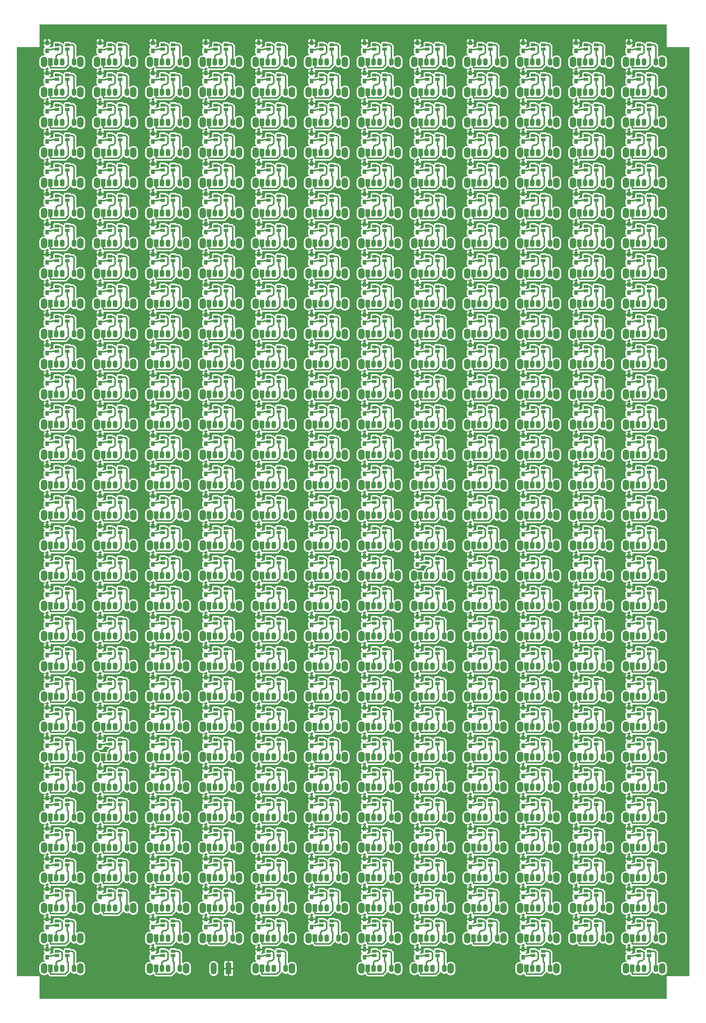
<source format=gbr>
G04 #@! TF.GenerationSoftware,KiCad,Pcbnew,(5.0.0)*
G04 #@! TF.CreationDate,2018-11-14T19:44:39+01:00*
G04 #@! TF.ProjectId,motivational board,6D6F7469766174696F6E616C20626F61,rev?*
G04 #@! TF.SameCoordinates,Original*
G04 #@! TF.FileFunction,Copper,L1,Top,Signal*
G04 #@! TF.FilePolarity,Positive*
%FSLAX46Y46*%
G04 Gerber Fmt 4.6, Leading zero omitted, Abs format (unit mm)*
G04 Created by KiCad (PCBNEW (5.0.0)) date 11/14/18 19:44:39*
%MOMM*%
%LPD*%
G01*
G04 APERTURE LIST*
G04 #@! TA.AperFunction,SMDPad,CuDef*
%ADD10R,1.500000X1.000000*%
G04 #@! TD*
G04 #@! TA.AperFunction,ComponentPad*
%ADD11R,1.980000X3.960000*%
G04 #@! TD*
G04 #@! TA.AperFunction,ComponentPad*
%ADD12O,1.980000X3.960000*%
G04 #@! TD*
G04 #@! TA.AperFunction,ComponentPad*
%ADD13O,1.500000X2.500000*%
G04 #@! TD*
G04 #@! TA.AperFunction,ComponentPad*
%ADD14R,1.500000X2.500000*%
G04 #@! TD*
G04 #@! TA.AperFunction,ComponentPad*
%ADD15O,2.200000X3.500000*%
G04 #@! TD*
G04 #@! TA.AperFunction,SMDPad,CuDef*
%ADD16R,1.300000X1.500000*%
G04 #@! TD*
G04 #@! TA.AperFunction,Conductor*
%ADD17C,0.500000*%
G04 #@! TD*
G04 #@! TA.AperFunction,Conductor*
%ADD18C,0.254000*%
G04 #@! TD*
G04 APERTURE END LIST*
D10*
G04 #@! TO.P,D1,1*
G04 #@! TO.N,Net-(D1-Pad1)*
X19530000Y-10860000D03*
G04 #@! TO.P,D1,2*
G04 #@! TO.N,Net-(D1-Pad2)*
X19530000Y-9460000D03*
G04 #@! TO.P,D1,4*
G04 #@! TO.N,Net-(D1-Pad4)*
X16030000Y-10860000D03*
G04 #@! TO.P,D1,3*
G04 #@! TO.N,Net-(D1-Pad3)*
X16030000Y-9460000D03*
G04 #@! TD*
D11*
G04 #@! TO.P,J1,1*
G04 #@! TO.N,VCC*
X73660000Y-320040000D03*
D12*
G04 #@! TO.P,J1,2*
G04 #@! TO.N,GND*
X68660000Y-320040000D03*
G04 #@! TD*
D13*
G04 #@! TO.P,SW1,4*
G04 #@! TO.N,Net-(D1-Pad2)*
X21780000Y-15240000D03*
D14*
G04 #@! TO.P,SW1,1*
G04 #@! TO.N,Net-(D1-Pad1)*
X13780000Y-15240000D03*
D13*
G04 #@! TO.P,SW1,2*
G04 #@! TO.N,Net-(D1-Pad3)*
X15780000Y-15240000D03*
G04 #@! TO.P,SW1,3*
G04 #@! TO.N,GND*
X17780000Y-15240000D03*
D15*
G04 #@! TO.P,SW1,*
G04 #@! TO.N,*
X11680000Y-15240000D03*
X23880000Y-15240000D03*
G04 #@! TD*
D10*
G04 #@! TO.P,D2,1*
G04 #@! TO.N,Net-(D2-Pad1)*
X19530000Y-21020000D03*
G04 #@! TO.P,D2,2*
G04 #@! TO.N,Net-(D2-Pad2)*
X19530000Y-19620000D03*
G04 #@! TO.P,D2,4*
G04 #@! TO.N,Net-(D2-Pad4)*
X16030000Y-21020000D03*
G04 #@! TO.P,D2,3*
G04 #@! TO.N,Net-(D2-Pad3)*
X16030000Y-19620000D03*
G04 #@! TD*
G04 #@! TO.P,D3,1*
G04 #@! TO.N,Net-(D3-Pad1)*
X19530000Y-31180000D03*
G04 #@! TO.P,D3,2*
G04 #@! TO.N,Net-(D3-Pad2)*
X19530000Y-29780000D03*
G04 #@! TO.P,D3,4*
G04 #@! TO.N,Net-(D3-Pad4)*
X16030000Y-31180000D03*
G04 #@! TO.P,D3,3*
G04 #@! TO.N,Net-(D3-Pad3)*
X16030000Y-29780000D03*
G04 #@! TD*
G04 #@! TO.P,D4,1*
G04 #@! TO.N,Net-(D4-Pad1)*
X19530000Y-41340000D03*
G04 #@! TO.P,D4,2*
G04 #@! TO.N,Net-(D4-Pad2)*
X19530000Y-39940000D03*
G04 #@! TO.P,D4,4*
G04 #@! TO.N,Net-(D4-Pad4)*
X16030000Y-41340000D03*
G04 #@! TO.P,D4,3*
G04 #@! TO.N,Net-(D4-Pad3)*
X16030000Y-39940000D03*
G04 #@! TD*
G04 #@! TO.P,D5,3*
G04 #@! TO.N,Net-(D5-Pad3)*
X16030000Y-50100000D03*
G04 #@! TO.P,D5,4*
G04 #@! TO.N,Net-(D5-Pad4)*
X16030000Y-51500000D03*
G04 #@! TO.P,D5,2*
G04 #@! TO.N,Net-(D5-Pad2)*
X19530000Y-50100000D03*
G04 #@! TO.P,D5,1*
G04 #@! TO.N,Net-(D5-Pad1)*
X19530000Y-51500000D03*
G04 #@! TD*
G04 #@! TO.P,D6,1*
G04 #@! TO.N,Net-(D6-Pad1)*
X19530000Y-61660000D03*
G04 #@! TO.P,D6,2*
G04 #@! TO.N,Net-(D6-Pad2)*
X19530000Y-60260000D03*
G04 #@! TO.P,D6,4*
G04 #@! TO.N,Net-(D6-Pad4)*
X16030000Y-61660000D03*
G04 #@! TO.P,D6,3*
G04 #@! TO.N,Net-(D6-Pad3)*
X16030000Y-60260000D03*
G04 #@! TD*
G04 #@! TO.P,D7,1*
G04 #@! TO.N,Net-(D7-Pad1)*
X19530000Y-71820000D03*
G04 #@! TO.P,D7,2*
G04 #@! TO.N,Net-(D7-Pad2)*
X19530000Y-70420000D03*
G04 #@! TO.P,D7,4*
G04 #@! TO.N,Net-(D7-Pad4)*
X16030000Y-71820000D03*
G04 #@! TO.P,D7,3*
G04 #@! TO.N,Net-(D7-Pad3)*
X16030000Y-70420000D03*
G04 #@! TD*
G04 #@! TO.P,D8,3*
G04 #@! TO.N,Net-(D8-Pad3)*
X16030000Y-80580000D03*
G04 #@! TO.P,D8,4*
G04 #@! TO.N,Net-(D8-Pad4)*
X16030000Y-81980000D03*
G04 #@! TO.P,D8,2*
G04 #@! TO.N,Net-(D8-Pad2)*
X19530000Y-80580000D03*
G04 #@! TO.P,D8,1*
G04 #@! TO.N,Net-(D8-Pad1)*
X19530000Y-81980000D03*
G04 #@! TD*
G04 #@! TO.P,D9,1*
G04 #@! TO.N,Net-(D9-Pad1)*
X19530000Y-92140000D03*
G04 #@! TO.P,D9,2*
G04 #@! TO.N,Net-(D9-Pad2)*
X19530000Y-90740000D03*
G04 #@! TO.P,D9,4*
G04 #@! TO.N,Net-(D9-Pad4)*
X16030000Y-92140000D03*
G04 #@! TO.P,D9,3*
G04 #@! TO.N,Net-(D9-Pad3)*
X16030000Y-90740000D03*
G04 #@! TD*
G04 #@! TO.P,D10,1*
G04 #@! TO.N,Net-(D10-Pad1)*
X19530000Y-102300000D03*
G04 #@! TO.P,D10,2*
G04 #@! TO.N,Net-(D10-Pad2)*
X19530000Y-100900000D03*
G04 #@! TO.P,D10,4*
G04 #@! TO.N,Net-(D10-Pad4)*
X16030000Y-102300000D03*
G04 #@! TO.P,D10,3*
G04 #@! TO.N,Net-(D10-Pad3)*
X16030000Y-100900000D03*
G04 #@! TD*
G04 #@! TO.P,D11,3*
G04 #@! TO.N,Net-(D11-Pad3)*
X16030000Y-111060000D03*
G04 #@! TO.P,D11,4*
G04 #@! TO.N,Net-(D11-Pad4)*
X16030000Y-112460000D03*
G04 #@! TO.P,D11,2*
G04 #@! TO.N,Net-(D11-Pad2)*
X19530000Y-111060000D03*
G04 #@! TO.P,D11,1*
G04 #@! TO.N,Net-(D11-Pad1)*
X19530000Y-112460000D03*
G04 #@! TD*
G04 #@! TO.P,D12,3*
G04 #@! TO.N,Net-(D12-Pad3)*
X16030000Y-121220000D03*
G04 #@! TO.P,D12,4*
G04 #@! TO.N,Net-(D12-Pad4)*
X16030000Y-122620000D03*
G04 #@! TO.P,D12,2*
G04 #@! TO.N,Net-(D12-Pad2)*
X19530000Y-121220000D03*
G04 #@! TO.P,D12,1*
G04 #@! TO.N,Net-(D12-Pad1)*
X19530000Y-122620000D03*
G04 #@! TD*
G04 #@! TO.P,D13,3*
G04 #@! TO.N,Net-(D13-Pad3)*
X16030000Y-131380000D03*
G04 #@! TO.P,D13,4*
G04 #@! TO.N,Net-(D13-Pad4)*
X16030000Y-132780000D03*
G04 #@! TO.P,D13,2*
G04 #@! TO.N,Net-(D13-Pad2)*
X19530000Y-131380000D03*
G04 #@! TO.P,D13,1*
G04 #@! TO.N,Net-(D13-Pad1)*
X19530000Y-132780000D03*
G04 #@! TD*
G04 #@! TO.P,D14,3*
G04 #@! TO.N,Net-(D14-Pad3)*
X16030000Y-141540000D03*
G04 #@! TO.P,D14,4*
G04 #@! TO.N,Net-(D14-Pad4)*
X16030000Y-142940000D03*
G04 #@! TO.P,D14,2*
G04 #@! TO.N,Net-(D14-Pad2)*
X19530000Y-141540000D03*
G04 #@! TO.P,D14,1*
G04 #@! TO.N,Net-(D14-Pad1)*
X19530000Y-142940000D03*
G04 #@! TD*
G04 #@! TO.P,D15,3*
G04 #@! TO.N,Net-(D15-Pad3)*
X16030000Y-151700000D03*
G04 #@! TO.P,D15,4*
G04 #@! TO.N,Net-(D15-Pad4)*
X16030000Y-153100000D03*
G04 #@! TO.P,D15,2*
G04 #@! TO.N,Net-(D15-Pad2)*
X19530000Y-151700000D03*
G04 #@! TO.P,D15,1*
G04 #@! TO.N,Net-(D15-Pad1)*
X19530000Y-153100000D03*
G04 #@! TD*
G04 #@! TO.P,D16,3*
G04 #@! TO.N,Net-(D16-Pad3)*
X16030000Y-161860000D03*
G04 #@! TO.P,D16,4*
G04 #@! TO.N,Net-(D16-Pad4)*
X16030000Y-163260000D03*
G04 #@! TO.P,D16,2*
G04 #@! TO.N,Net-(D16-Pad2)*
X19530000Y-161860000D03*
G04 #@! TO.P,D16,1*
G04 #@! TO.N,Net-(D16-Pad1)*
X19530000Y-163260000D03*
G04 #@! TD*
G04 #@! TO.P,D17,1*
G04 #@! TO.N,Net-(D17-Pad1)*
X19530000Y-173420000D03*
G04 #@! TO.P,D17,2*
G04 #@! TO.N,Net-(D17-Pad2)*
X19530000Y-172020000D03*
G04 #@! TO.P,D17,4*
G04 #@! TO.N,Net-(D17-Pad4)*
X16030000Y-173420000D03*
G04 #@! TO.P,D17,3*
G04 #@! TO.N,Net-(D17-Pad3)*
X16030000Y-172020000D03*
G04 #@! TD*
G04 #@! TO.P,D18,1*
G04 #@! TO.N,Net-(D18-Pad1)*
X19530000Y-183580000D03*
G04 #@! TO.P,D18,2*
G04 #@! TO.N,Net-(D18-Pad2)*
X19530000Y-182180000D03*
G04 #@! TO.P,D18,4*
G04 #@! TO.N,Net-(D18-Pad4)*
X16030000Y-183580000D03*
G04 #@! TO.P,D18,3*
G04 #@! TO.N,Net-(D18-Pad3)*
X16030000Y-182180000D03*
G04 #@! TD*
G04 #@! TO.P,D19,1*
G04 #@! TO.N,Net-(D19-Pad1)*
X19530000Y-193740000D03*
G04 #@! TO.P,D19,2*
G04 #@! TO.N,Net-(D19-Pad2)*
X19530000Y-192340000D03*
G04 #@! TO.P,D19,4*
G04 #@! TO.N,Net-(D19-Pad4)*
X16030000Y-193740000D03*
G04 #@! TO.P,D19,3*
G04 #@! TO.N,Net-(D19-Pad3)*
X16030000Y-192340000D03*
G04 #@! TD*
G04 #@! TO.P,D20,1*
G04 #@! TO.N,Net-(D20-Pad1)*
X19530000Y-203900000D03*
G04 #@! TO.P,D20,2*
G04 #@! TO.N,Net-(D20-Pad2)*
X19530000Y-202500000D03*
G04 #@! TO.P,D20,4*
G04 #@! TO.N,Net-(D20-Pad4)*
X16030000Y-203900000D03*
G04 #@! TO.P,D20,3*
G04 #@! TO.N,Net-(D20-Pad3)*
X16030000Y-202500000D03*
G04 #@! TD*
G04 #@! TO.P,D21,3*
G04 #@! TO.N,Net-(D21-Pad3)*
X16030000Y-212660000D03*
G04 #@! TO.P,D21,4*
G04 #@! TO.N,Net-(D21-Pad4)*
X16030000Y-214060000D03*
G04 #@! TO.P,D21,2*
G04 #@! TO.N,Net-(D21-Pad2)*
X19530000Y-212660000D03*
G04 #@! TO.P,D21,1*
G04 #@! TO.N,Net-(D21-Pad1)*
X19530000Y-214060000D03*
G04 #@! TD*
G04 #@! TO.P,D22,3*
G04 #@! TO.N,Net-(D22-Pad3)*
X16030000Y-222820000D03*
G04 #@! TO.P,D22,4*
G04 #@! TO.N,Net-(D22-Pad4)*
X16030000Y-224220000D03*
G04 #@! TO.P,D22,2*
G04 #@! TO.N,Net-(D22-Pad2)*
X19530000Y-222820000D03*
G04 #@! TO.P,D22,1*
G04 #@! TO.N,Net-(D22-Pad1)*
X19530000Y-224220000D03*
G04 #@! TD*
G04 #@! TO.P,D23,3*
G04 #@! TO.N,Net-(D23-Pad3)*
X16030000Y-232980000D03*
G04 #@! TO.P,D23,4*
G04 #@! TO.N,Net-(D23-Pad4)*
X16030000Y-234380000D03*
G04 #@! TO.P,D23,2*
G04 #@! TO.N,Net-(D23-Pad2)*
X19530000Y-232980000D03*
G04 #@! TO.P,D23,1*
G04 #@! TO.N,Net-(D23-Pad1)*
X19530000Y-234380000D03*
G04 #@! TD*
G04 #@! TO.P,D24,1*
G04 #@! TO.N,Net-(D24-Pad1)*
X19530000Y-244540000D03*
G04 #@! TO.P,D24,2*
G04 #@! TO.N,Net-(D24-Pad2)*
X19530000Y-243140000D03*
G04 #@! TO.P,D24,4*
G04 #@! TO.N,Net-(D24-Pad4)*
X16030000Y-244540000D03*
G04 #@! TO.P,D24,3*
G04 #@! TO.N,Net-(D24-Pad3)*
X16030000Y-243140000D03*
G04 #@! TD*
G04 #@! TO.P,D25,1*
G04 #@! TO.N,Net-(D25-Pad1)*
X19530000Y-254700000D03*
G04 #@! TO.P,D25,2*
G04 #@! TO.N,Net-(D25-Pad2)*
X19530000Y-253300000D03*
G04 #@! TO.P,D25,4*
G04 #@! TO.N,Net-(D25-Pad4)*
X16030000Y-254700000D03*
G04 #@! TO.P,D25,3*
G04 #@! TO.N,Net-(D25-Pad3)*
X16030000Y-253300000D03*
G04 #@! TD*
G04 #@! TO.P,D26,3*
G04 #@! TO.N,Net-(D26-Pad3)*
X16030000Y-263460000D03*
G04 #@! TO.P,D26,4*
G04 #@! TO.N,Net-(D26-Pad4)*
X16030000Y-264860000D03*
G04 #@! TO.P,D26,2*
G04 #@! TO.N,Net-(D26-Pad2)*
X19530000Y-263460000D03*
G04 #@! TO.P,D26,1*
G04 #@! TO.N,Net-(D26-Pad1)*
X19530000Y-264860000D03*
G04 #@! TD*
G04 #@! TO.P,D27,1*
G04 #@! TO.N,Net-(D27-Pad1)*
X19530000Y-275020000D03*
G04 #@! TO.P,D27,2*
G04 #@! TO.N,Net-(D27-Pad2)*
X19530000Y-273620000D03*
G04 #@! TO.P,D27,4*
G04 #@! TO.N,Net-(D27-Pad4)*
X16030000Y-275020000D03*
G04 #@! TO.P,D27,3*
G04 #@! TO.N,Net-(D27-Pad3)*
X16030000Y-273620000D03*
G04 #@! TD*
G04 #@! TO.P,D28,1*
G04 #@! TO.N,Net-(D28-Pad1)*
X19530000Y-285180000D03*
G04 #@! TO.P,D28,2*
G04 #@! TO.N,Net-(D28-Pad2)*
X19530000Y-283780000D03*
G04 #@! TO.P,D28,4*
G04 #@! TO.N,Net-(D28-Pad4)*
X16030000Y-285180000D03*
G04 #@! TO.P,D28,3*
G04 #@! TO.N,Net-(D28-Pad3)*
X16030000Y-283780000D03*
G04 #@! TD*
G04 #@! TO.P,D29,3*
G04 #@! TO.N,Net-(D29-Pad3)*
X16030000Y-293940000D03*
G04 #@! TO.P,D29,4*
G04 #@! TO.N,Net-(D29-Pad4)*
X16030000Y-295340000D03*
G04 #@! TO.P,D29,2*
G04 #@! TO.N,Net-(D29-Pad2)*
X19530000Y-293940000D03*
G04 #@! TO.P,D29,1*
G04 #@! TO.N,Net-(D29-Pad1)*
X19530000Y-295340000D03*
G04 #@! TD*
G04 #@! TO.P,D30,3*
G04 #@! TO.N,Net-(D30-Pad3)*
X16030000Y-304100000D03*
G04 #@! TO.P,D30,4*
G04 #@! TO.N,Net-(D30-Pad4)*
X16030000Y-305500000D03*
G04 #@! TO.P,D30,2*
G04 #@! TO.N,Net-(D30-Pad2)*
X19530000Y-304100000D03*
G04 #@! TO.P,D30,1*
G04 #@! TO.N,Net-(D30-Pad1)*
X19530000Y-305500000D03*
G04 #@! TD*
G04 #@! TO.P,D31,3*
G04 #@! TO.N,Net-(D31-Pad3)*
X16030000Y-314260000D03*
G04 #@! TO.P,D31,4*
G04 #@! TO.N,Net-(D31-Pad4)*
X16030000Y-315660000D03*
G04 #@! TO.P,D31,2*
G04 #@! TO.N,Net-(D31-Pad2)*
X19530000Y-314260000D03*
G04 #@! TO.P,D31,1*
G04 #@! TO.N,Net-(D31-Pad1)*
X19530000Y-315660000D03*
G04 #@! TD*
D15*
G04 #@! TO.P,SW2,*
G04 #@! TO.N,*
X23880000Y-25400000D03*
X11680000Y-25400000D03*
D13*
G04 #@! TO.P,SW2,3*
G04 #@! TO.N,GND*
X17780000Y-25400000D03*
G04 #@! TO.P,SW2,2*
G04 #@! TO.N,Net-(D2-Pad3)*
X15780000Y-25400000D03*
D14*
G04 #@! TO.P,SW2,1*
G04 #@! TO.N,Net-(D2-Pad1)*
X13780000Y-25400000D03*
D13*
G04 #@! TO.P,SW2,4*
G04 #@! TO.N,Net-(D2-Pad2)*
X21780000Y-25400000D03*
G04 #@! TD*
G04 #@! TO.P,SW3,4*
G04 #@! TO.N,Net-(D3-Pad2)*
X21780000Y-35560000D03*
D14*
G04 #@! TO.P,SW3,1*
G04 #@! TO.N,Net-(D3-Pad1)*
X13780000Y-35560000D03*
D13*
G04 #@! TO.P,SW3,2*
G04 #@! TO.N,Net-(D3-Pad3)*
X15780000Y-35560000D03*
G04 #@! TO.P,SW3,3*
G04 #@! TO.N,GND*
X17780000Y-35560000D03*
D15*
G04 #@! TO.P,SW3,*
G04 #@! TO.N,*
X11680000Y-35560000D03*
X23880000Y-35560000D03*
G04 #@! TD*
D13*
G04 #@! TO.P,SW4,4*
G04 #@! TO.N,Net-(D4-Pad2)*
X21780000Y-45720000D03*
D14*
G04 #@! TO.P,SW4,1*
G04 #@! TO.N,Net-(D4-Pad1)*
X13780000Y-45720000D03*
D13*
G04 #@! TO.P,SW4,2*
G04 #@! TO.N,Net-(D4-Pad3)*
X15780000Y-45720000D03*
G04 #@! TO.P,SW4,3*
G04 #@! TO.N,GND*
X17780000Y-45720000D03*
D15*
G04 #@! TO.P,SW4,*
G04 #@! TO.N,*
X11680000Y-45720000D03*
X23880000Y-45720000D03*
G04 #@! TD*
G04 #@! TO.P,SW5,*
G04 #@! TO.N,*
X23880000Y-55880000D03*
X11680000Y-55880000D03*
D13*
G04 #@! TO.P,SW5,3*
G04 #@! TO.N,GND*
X17780000Y-55880000D03*
G04 #@! TO.P,SW5,2*
G04 #@! TO.N,Net-(D5-Pad3)*
X15780000Y-55880000D03*
D14*
G04 #@! TO.P,SW5,1*
G04 #@! TO.N,Net-(D5-Pad1)*
X13780000Y-55880000D03*
D13*
G04 #@! TO.P,SW5,4*
G04 #@! TO.N,Net-(D5-Pad2)*
X21780000Y-55880000D03*
G04 #@! TD*
G04 #@! TO.P,SW6,4*
G04 #@! TO.N,Net-(D6-Pad2)*
X21780000Y-66040000D03*
D14*
G04 #@! TO.P,SW6,1*
G04 #@! TO.N,Net-(D6-Pad1)*
X13780000Y-66040000D03*
D13*
G04 #@! TO.P,SW6,2*
G04 #@! TO.N,Net-(D6-Pad3)*
X15780000Y-66040000D03*
G04 #@! TO.P,SW6,3*
G04 #@! TO.N,GND*
X17780000Y-66040000D03*
D15*
G04 #@! TO.P,SW6,*
G04 #@! TO.N,*
X11680000Y-66040000D03*
X23880000Y-66040000D03*
G04 #@! TD*
D13*
G04 #@! TO.P,SW7,4*
G04 #@! TO.N,Net-(D7-Pad2)*
X21780000Y-76200000D03*
D14*
G04 #@! TO.P,SW7,1*
G04 #@! TO.N,Net-(D7-Pad1)*
X13780000Y-76200000D03*
D13*
G04 #@! TO.P,SW7,2*
G04 #@! TO.N,Net-(D7-Pad3)*
X15780000Y-76200000D03*
G04 #@! TO.P,SW7,3*
G04 #@! TO.N,GND*
X17780000Y-76200000D03*
D15*
G04 #@! TO.P,SW7,*
G04 #@! TO.N,*
X11680000Y-76200000D03*
X23880000Y-76200000D03*
G04 #@! TD*
G04 #@! TO.P,SW8,*
G04 #@! TO.N,*
X23880000Y-86360000D03*
X11680000Y-86360000D03*
D13*
G04 #@! TO.P,SW8,3*
G04 #@! TO.N,GND*
X17780000Y-86360000D03*
G04 #@! TO.P,SW8,2*
G04 #@! TO.N,Net-(D8-Pad3)*
X15780000Y-86360000D03*
D14*
G04 #@! TO.P,SW8,1*
G04 #@! TO.N,Net-(D8-Pad1)*
X13780000Y-86360000D03*
D13*
G04 #@! TO.P,SW8,4*
G04 #@! TO.N,Net-(D8-Pad2)*
X21780000Y-86360000D03*
G04 #@! TD*
D15*
G04 #@! TO.P,SW9,*
G04 #@! TO.N,*
X23880000Y-96520000D03*
X11680000Y-96520000D03*
D13*
G04 #@! TO.P,SW9,3*
G04 #@! TO.N,GND*
X17780000Y-96520000D03*
G04 #@! TO.P,SW9,2*
G04 #@! TO.N,Net-(D9-Pad3)*
X15780000Y-96520000D03*
D14*
G04 #@! TO.P,SW9,1*
G04 #@! TO.N,Net-(D9-Pad1)*
X13780000Y-96520000D03*
D13*
G04 #@! TO.P,SW9,4*
G04 #@! TO.N,Net-(D9-Pad2)*
X21780000Y-96520000D03*
G04 #@! TD*
D15*
G04 #@! TO.P,SW10,*
G04 #@! TO.N,*
X23880000Y-106680000D03*
X11680000Y-106680000D03*
D13*
G04 #@! TO.P,SW10,3*
G04 #@! TO.N,GND*
X17780000Y-106680000D03*
G04 #@! TO.P,SW10,2*
G04 #@! TO.N,Net-(D10-Pad3)*
X15780000Y-106680000D03*
D14*
G04 #@! TO.P,SW10,1*
G04 #@! TO.N,Net-(D10-Pad1)*
X13780000Y-106680000D03*
D13*
G04 #@! TO.P,SW10,4*
G04 #@! TO.N,Net-(D10-Pad2)*
X21780000Y-106680000D03*
G04 #@! TD*
D15*
G04 #@! TO.P,SW11,*
G04 #@! TO.N,*
X23880000Y-116840000D03*
X11680000Y-116840000D03*
D13*
G04 #@! TO.P,SW11,3*
G04 #@! TO.N,GND*
X17780000Y-116840000D03*
G04 #@! TO.P,SW11,2*
G04 #@! TO.N,Net-(D11-Pad3)*
X15780000Y-116840000D03*
D14*
G04 #@! TO.P,SW11,1*
G04 #@! TO.N,Net-(D11-Pad1)*
X13780000Y-116840000D03*
D13*
G04 #@! TO.P,SW11,4*
G04 #@! TO.N,Net-(D11-Pad2)*
X21780000Y-116840000D03*
G04 #@! TD*
D15*
G04 #@! TO.P,SW12,*
G04 #@! TO.N,*
X23880000Y-127000000D03*
X11680000Y-127000000D03*
D13*
G04 #@! TO.P,SW12,3*
G04 #@! TO.N,GND*
X17780000Y-127000000D03*
G04 #@! TO.P,SW12,2*
G04 #@! TO.N,Net-(D12-Pad3)*
X15780000Y-127000000D03*
D14*
G04 #@! TO.P,SW12,1*
G04 #@! TO.N,Net-(D12-Pad1)*
X13780000Y-127000000D03*
D13*
G04 #@! TO.P,SW12,4*
G04 #@! TO.N,Net-(D12-Pad2)*
X21780000Y-127000000D03*
G04 #@! TD*
G04 #@! TO.P,SW13,4*
G04 #@! TO.N,Net-(D13-Pad2)*
X21780000Y-137160000D03*
D14*
G04 #@! TO.P,SW13,1*
G04 #@! TO.N,Net-(D13-Pad1)*
X13780000Y-137160000D03*
D13*
G04 #@! TO.P,SW13,2*
G04 #@! TO.N,Net-(D13-Pad3)*
X15780000Y-137160000D03*
G04 #@! TO.P,SW13,3*
G04 #@! TO.N,GND*
X17780000Y-137160000D03*
D15*
G04 #@! TO.P,SW13,*
G04 #@! TO.N,*
X11680000Y-137160000D03*
X23880000Y-137160000D03*
G04 #@! TD*
D13*
G04 #@! TO.P,SW14,4*
G04 #@! TO.N,Net-(D14-Pad2)*
X21780000Y-147320000D03*
D14*
G04 #@! TO.P,SW14,1*
G04 #@! TO.N,Net-(D14-Pad1)*
X13780000Y-147320000D03*
D13*
G04 #@! TO.P,SW14,2*
G04 #@! TO.N,Net-(D14-Pad3)*
X15780000Y-147320000D03*
G04 #@! TO.P,SW14,3*
G04 #@! TO.N,GND*
X17780000Y-147320000D03*
D15*
G04 #@! TO.P,SW14,*
G04 #@! TO.N,*
X11680000Y-147320000D03*
X23880000Y-147320000D03*
G04 #@! TD*
D13*
G04 #@! TO.P,SW15,4*
G04 #@! TO.N,Net-(D15-Pad2)*
X21780000Y-157480000D03*
D14*
G04 #@! TO.P,SW15,1*
G04 #@! TO.N,Net-(D15-Pad1)*
X13780000Y-157480000D03*
D13*
G04 #@! TO.P,SW15,2*
G04 #@! TO.N,Net-(D15-Pad3)*
X15780000Y-157480000D03*
G04 #@! TO.P,SW15,3*
G04 #@! TO.N,GND*
X17780000Y-157480000D03*
D15*
G04 #@! TO.P,SW15,*
G04 #@! TO.N,*
X11680000Y-157480000D03*
X23880000Y-157480000D03*
G04 #@! TD*
D13*
G04 #@! TO.P,SW16,4*
G04 #@! TO.N,Net-(D16-Pad2)*
X21780000Y-167640000D03*
D14*
G04 #@! TO.P,SW16,1*
G04 #@! TO.N,Net-(D16-Pad1)*
X13780000Y-167640000D03*
D13*
G04 #@! TO.P,SW16,2*
G04 #@! TO.N,Net-(D16-Pad3)*
X15780000Y-167640000D03*
G04 #@! TO.P,SW16,3*
G04 #@! TO.N,GND*
X17780000Y-167640000D03*
D15*
G04 #@! TO.P,SW16,*
G04 #@! TO.N,*
X11680000Y-167640000D03*
X23880000Y-167640000D03*
G04 #@! TD*
G04 #@! TO.P,SW17,*
G04 #@! TO.N,*
X23880000Y-177800000D03*
X11680000Y-177800000D03*
D13*
G04 #@! TO.P,SW17,3*
G04 #@! TO.N,GND*
X17780000Y-177800000D03*
G04 #@! TO.P,SW17,2*
G04 #@! TO.N,Net-(D17-Pad3)*
X15780000Y-177800000D03*
D14*
G04 #@! TO.P,SW17,1*
G04 #@! TO.N,Net-(D17-Pad1)*
X13780000Y-177800000D03*
D13*
G04 #@! TO.P,SW17,4*
G04 #@! TO.N,Net-(D17-Pad2)*
X21780000Y-177800000D03*
G04 #@! TD*
D15*
G04 #@! TO.P,SW18,*
G04 #@! TO.N,*
X23880000Y-187960000D03*
X11680000Y-187960000D03*
D13*
G04 #@! TO.P,SW18,3*
G04 #@! TO.N,GND*
X17780000Y-187960000D03*
G04 #@! TO.P,SW18,2*
G04 #@! TO.N,Net-(D18-Pad3)*
X15780000Y-187960000D03*
D14*
G04 #@! TO.P,SW18,1*
G04 #@! TO.N,Net-(D18-Pad1)*
X13780000Y-187960000D03*
D13*
G04 #@! TO.P,SW18,4*
G04 #@! TO.N,Net-(D18-Pad2)*
X21780000Y-187960000D03*
G04 #@! TD*
D15*
G04 #@! TO.P,SW19,*
G04 #@! TO.N,*
X23880000Y-198120000D03*
X11680000Y-198120000D03*
D13*
G04 #@! TO.P,SW19,3*
G04 #@! TO.N,GND*
X17780000Y-198120000D03*
G04 #@! TO.P,SW19,2*
G04 #@! TO.N,Net-(D19-Pad3)*
X15780000Y-198120000D03*
D14*
G04 #@! TO.P,SW19,1*
G04 #@! TO.N,Net-(D19-Pad1)*
X13780000Y-198120000D03*
D13*
G04 #@! TO.P,SW19,4*
G04 #@! TO.N,Net-(D19-Pad2)*
X21780000Y-198120000D03*
G04 #@! TD*
D15*
G04 #@! TO.P,SW20,*
G04 #@! TO.N,*
X23880000Y-208280000D03*
X11680000Y-208280000D03*
D13*
G04 #@! TO.P,SW20,3*
G04 #@! TO.N,GND*
X17780000Y-208280000D03*
G04 #@! TO.P,SW20,2*
G04 #@! TO.N,Net-(D20-Pad3)*
X15780000Y-208280000D03*
D14*
G04 #@! TO.P,SW20,1*
G04 #@! TO.N,Net-(D20-Pad1)*
X13780000Y-208280000D03*
D13*
G04 #@! TO.P,SW20,4*
G04 #@! TO.N,Net-(D20-Pad2)*
X21780000Y-208280000D03*
G04 #@! TD*
G04 #@! TO.P,SW21,4*
G04 #@! TO.N,Net-(D21-Pad2)*
X21780000Y-218440000D03*
D14*
G04 #@! TO.P,SW21,1*
G04 #@! TO.N,Net-(D21-Pad1)*
X13780000Y-218440000D03*
D13*
G04 #@! TO.P,SW21,2*
G04 #@! TO.N,Net-(D21-Pad3)*
X15780000Y-218440000D03*
G04 #@! TO.P,SW21,3*
G04 #@! TO.N,GND*
X17780000Y-218440000D03*
D15*
G04 #@! TO.P,SW21,*
G04 #@! TO.N,*
X11680000Y-218440000D03*
X23880000Y-218440000D03*
G04 #@! TD*
D13*
G04 #@! TO.P,SW22,4*
G04 #@! TO.N,Net-(D22-Pad2)*
X21780000Y-228600000D03*
D14*
G04 #@! TO.P,SW22,1*
G04 #@! TO.N,Net-(D22-Pad1)*
X13780000Y-228600000D03*
D13*
G04 #@! TO.P,SW22,2*
G04 #@! TO.N,Net-(D22-Pad3)*
X15780000Y-228600000D03*
G04 #@! TO.P,SW22,3*
G04 #@! TO.N,GND*
X17780000Y-228600000D03*
D15*
G04 #@! TO.P,SW22,*
G04 #@! TO.N,*
X11680000Y-228600000D03*
X23880000Y-228600000D03*
G04 #@! TD*
D13*
G04 #@! TO.P,SW23,4*
G04 #@! TO.N,Net-(D23-Pad2)*
X21780000Y-238760000D03*
D14*
G04 #@! TO.P,SW23,1*
G04 #@! TO.N,Net-(D23-Pad1)*
X13780000Y-238760000D03*
D13*
G04 #@! TO.P,SW23,2*
G04 #@! TO.N,Net-(D23-Pad3)*
X15780000Y-238760000D03*
G04 #@! TO.P,SW23,3*
G04 #@! TO.N,GND*
X17780000Y-238760000D03*
D15*
G04 #@! TO.P,SW23,*
G04 #@! TO.N,*
X11680000Y-238760000D03*
X23880000Y-238760000D03*
G04 #@! TD*
D13*
G04 #@! TO.P,SW24,4*
G04 #@! TO.N,Net-(D24-Pad2)*
X21780000Y-248920000D03*
D14*
G04 #@! TO.P,SW24,1*
G04 #@! TO.N,Net-(D24-Pad1)*
X13780000Y-248920000D03*
D13*
G04 #@! TO.P,SW24,2*
G04 #@! TO.N,Net-(D24-Pad3)*
X15780000Y-248920000D03*
G04 #@! TO.P,SW24,3*
G04 #@! TO.N,GND*
X17780000Y-248920000D03*
D15*
G04 #@! TO.P,SW24,*
G04 #@! TO.N,*
X11680000Y-248920000D03*
X23880000Y-248920000D03*
G04 #@! TD*
D13*
G04 #@! TO.P,SW25,4*
G04 #@! TO.N,Net-(D25-Pad2)*
X21780000Y-259080000D03*
D14*
G04 #@! TO.P,SW25,1*
G04 #@! TO.N,Net-(D25-Pad1)*
X13780000Y-259080000D03*
D13*
G04 #@! TO.P,SW25,2*
G04 #@! TO.N,Net-(D25-Pad3)*
X15780000Y-259080000D03*
G04 #@! TO.P,SW25,3*
G04 #@! TO.N,GND*
X17780000Y-259080000D03*
D15*
G04 #@! TO.P,SW25,*
G04 #@! TO.N,*
X11680000Y-259080000D03*
X23880000Y-259080000D03*
G04 #@! TD*
G04 #@! TO.P,SW26,*
G04 #@! TO.N,*
X23880000Y-269240000D03*
X11680000Y-269240000D03*
D13*
G04 #@! TO.P,SW26,3*
G04 #@! TO.N,GND*
X17780000Y-269240000D03*
G04 #@! TO.P,SW26,2*
G04 #@! TO.N,Net-(D26-Pad3)*
X15780000Y-269240000D03*
D14*
G04 #@! TO.P,SW26,1*
G04 #@! TO.N,Net-(D26-Pad1)*
X13780000Y-269240000D03*
D13*
G04 #@! TO.P,SW26,4*
G04 #@! TO.N,Net-(D26-Pad2)*
X21780000Y-269240000D03*
G04 #@! TD*
D15*
G04 #@! TO.P,SW27,*
G04 #@! TO.N,*
X23880000Y-279400000D03*
X11680000Y-279400000D03*
D13*
G04 #@! TO.P,SW27,3*
G04 #@! TO.N,GND*
X17780000Y-279400000D03*
G04 #@! TO.P,SW27,2*
G04 #@! TO.N,Net-(D27-Pad3)*
X15780000Y-279400000D03*
D14*
G04 #@! TO.P,SW27,1*
G04 #@! TO.N,Net-(D27-Pad1)*
X13780000Y-279400000D03*
D13*
G04 #@! TO.P,SW27,4*
G04 #@! TO.N,Net-(D27-Pad2)*
X21780000Y-279400000D03*
G04 #@! TD*
G04 #@! TO.P,SW28,4*
G04 #@! TO.N,Net-(D28-Pad2)*
X21780000Y-289560000D03*
D14*
G04 #@! TO.P,SW28,1*
G04 #@! TO.N,Net-(D28-Pad1)*
X13780000Y-289560000D03*
D13*
G04 #@! TO.P,SW28,2*
G04 #@! TO.N,Net-(D28-Pad3)*
X15780000Y-289560000D03*
G04 #@! TO.P,SW28,3*
G04 #@! TO.N,GND*
X17780000Y-289560000D03*
D15*
G04 #@! TO.P,SW28,*
G04 #@! TO.N,*
X11680000Y-289560000D03*
X23880000Y-289560000D03*
G04 #@! TD*
G04 #@! TO.P,SW29,*
G04 #@! TO.N,*
X23880000Y-299720000D03*
X11680000Y-299720000D03*
D13*
G04 #@! TO.P,SW29,3*
G04 #@! TO.N,GND*
X17780000Y-299720000D03*
G04 #@! TO.P,SW29,2*
G04 #@! TO.N,Net-(D29-Pad3)*
X15780000Y-299720000D03*
D14*
G04 #@! TO.P,SW29,1*
G04 #@! TO.N,Net-(D29-Pad1)*
X13780000Y-299720000D03*
D13*
G04 #@! TO.P,SW29,4*
G04 #@! TO.N,Net-(D29-Pad2)*
X21780000Y-299720000D03*
G04 #@! TD*
D15*
G04 #@! TO.P,SW30,*
G04 #@! TO.N,*
X23880000Y-309880000D03*
X11680000Y-309880000D03*
D13*
G04 #@! TO.P,SW30,3*
G04 #@! TO.N,GND*
X17780000Y-309880000D03*
G04 #@! TO.P,SW30,2*
G04 #@! TO.N,Net-(D30-Pad3)*
X15780000Y-309880000D03*
D14*
G04 #@! TO.P,SW30,1*
G04 #@! TO.N,Net-(D30-Pad1)*
X13780000Y-309880000D03*
D13*
G04 #@! TO.P,SW30,4*
G04 #@! TO.N,Net-(D30-Pad2)*
X21780000Y-309880000D03*
G04 #@! TD*
G04 #@! TO.P,SW31,4*
G04 #@! TO.N,Net-(D31-Pad2)*
X21780000Y-320040000D03*
D14*
G04 #@! TO.P,SW31,1*
G04 #@! TO.N,Net-(D31-Pad1)*
X13780000Y-320040000D03*
D13*
G04 #@! TO.P,SW31,2*
G04 #@! TO.N,Net-(D31-Pad3)*
X15780000Y-320040000D03*
G04 #@! TO.P,SW31,3*
G04 #@! TO.N,GND*
X17780000Y-320040000D03*
D15*
G04 #@! TO.P,SW31,*
G04 #@! TO.N,*
X11680000Y-320040000D03*
X23880000Y-320040000D03*
G04 #@! TD*
D10*
G04 #@! TO.P,D32,3*
G04 #@! TO.N,Net-(D32-Pad3)*
X33810000Y-9460000D03*
G04 #@! TO.P,D32,4*
G04 #@! TO.N,Net-(D32-Pad4)*
X33810000Y-10860000D03*
G04 #@! TO.P,D32,2*
G04 #@! TO.N,Net-(D32-Pad2)*
X37310000Y-9460000D03*
G04 #@! TO.P,D32,1*
G04 #@! TO.N,Net-(D32-Pad1)*
X37310000Y-10860000D03*
G04 #@! TD*
G04 #@! TO.P,D33,1*
G04 #@! TO.N,Net-(D33-Pad1)*
X37310000Y-21020000D03*
G04 #@! TO.P,D33,2*
G04 #@! TO.N,Net-(D33-Pad2)*
X37310000Y-19620000D03*
G04 #@! TO.P,D33,4*
G04 #@! TO.N,Net-(D33-Pad4)*
X33810000Y-21020000D03*
G04 #@! TO.P,D33,3*
G04 #@! TO.N,Net-(D33-Pad3)*
X33810000Y-19620000D03*
G04 #@! TD*
G04 #@! TO.P,D34,1*
G04 #@! TO.N,Net-(D34-Pad1)*
X37310000Y-31180000D03*
G04 #@! TO.P,D34,2*
G04 #@! TO.N,Net-(D34-Pad2)*
X37310000Y-29780000D03*
G04 #@! TO.P,D34,4*
G04 #@! TO.N,Net-(D34-Pad4)*
X33810000Y-31180000D03*
G04 #@! TO.P,D34,3*
G04 #@! TO.N,Net-(D34-Pad3)*
X33810000Y-29780000D03*
G04 #@! TD*
G04 #@! TO.P,D35,3*
G04 #@! TO.N,Net-(D35-Pad3)*
X33810000Y-39940000D03*
G04 #@! TO.P,D35,4*
G04 #@! TO.N,Net-(D35-Pad4)*
X33810000Y-41340000D03*
G04 #@! TO.P,D35,2*
G04 #@! TO.N,Net-(D35-Pad2)*
X37310000Y-39940000D03*
G04 #@! TO.P,D35,1*
G04 #@! TO.N,Net-(D35-Pad1)*
X37310000Y-41340000D03*
G04 #@! TD*
G04 #@! TO.P,D36,3*
G04 #@! TO.N,Net-(D36-Pad3)*
X33810000Y-50100000D03*
G04 #@! TO.P,D36,4*
G04 #@! TO.N,Net-(D36-Pad4)*
X33810000Y-51500000D03*
G04 #@! TO.P,D36,2*
G04 #@! TO.N,Net-(D36-Pad2)*
X37310000Y-50100000D03*
G04 #@! TO.P,D36,1*
G04 #@! TO.N,Net-(D36-Pad1)*
X37310000Y-51500000D03*
G04 #@! TD*
G04 #@! TO.P,D37,1*
G04 #@! TO.N,Net-(D37-Pad1)*
X37310000Y-61660000D03*
G04 #@! TO.P,D37,2*
G04 #@! TO.N,Net-(D37-Pad2)*
X37310000Y-60260000D03*
G04 #@! TO.P,D37,4*
G04 #@! TO.N,Net-(D37-Pad4)*
X33810000Y-61660000D03*
G04 #@! TO.P,D37,3*
G04 #@! TO.N,Net-(D37-Pad3)*
X33810000Y-60260000D03*
G04 #@! TD*
G04 #@! TO.P,D38,1*
G04 #@! TO.N,Net-(D38-Pad1)*
X37310000Y-71820000D03*
G04 #@! TO.P,D38,2*
G04 #@! TO.N,Net-(D38-Pad2)*
X37310000Y-70420000D03*
G04 #@! TO.P,D38,4*
G04 #@! TO.N,Net-(D38-Pad4)*
X33810000Y-71820000D03*
G04 #@! TO.P,D38,3*
G04 #@! TO.N,Net-(D38-Pad3)*
X33810000Y-70420000D03*
G04 #@! TD*
G04 #@! TO.P,D39,3*
G04 #@! TO.N,Net-(D39-Pad3)*
X33810000Y-80580000D03*
G04 #@! TO.P,D39,4*
G04 #@! TO.N,Net-(D39-Pad4)*
X33810000Y-81980000D03*
G04 #@! TO.P,D39,2*
G04 #@! TO.N,Net-(D39-Pad2)*
X37310000Y-80580000D03*
G04 #@! TO.P,D39,1*
G04 #@! TO.N,Net-(D39-Pad1)*
X37310000Y-81980000D03*
G04 #@! TD*
G04 #@! TO.P,D40,3*
G04 #@! TO.N,Net-(D40-Pad3)*
X33810000Y-90740000D03*
G04 #@! TO.P,D40,4*
G04 #@! TO.N,Net-(D40-Pad4)*
X33810000Y-92140000D03*
G04 #@! TO.P,D40,2*
G04 #@! TO.N,Net-(D40-Pad2)*
X37310000Y-90740000D03*
G04 #@! TO.P,D40,1*
G04 #@! TO.N,Net-(D40-Pad1)*
X37310000Y-92140000D03*
G04 #@! TD*
G04 #@! TO.P,D41,1*
G04 #@! TO.N,Net-(D41-Pad1)*
X37310000Y-102300000D03*
G04 #@! TO.P,D41,2*
G04 #@! TO.N,Net-(D41-Pad2)*
X37310000Y-100900000D03*
G04 #@! TO.P,D41,4*
G04 #@! TO.N,Net-(D41-Pad4)*
X33810000Y-102300000D03*
G04 #@! TO.P,D41,3*
G04 #@! TO.N,Net-(D41-Pad3)*
X33810000Y-100900000D03*
G04 #@! TD*
G04 #@! TO.P,D42,3*
G04 #@! TO.N,Net-(D42-Pad3)*
X33810000Y-111060000D03*
G04 #@! TO.P,D42,4*
G04 #@! TO.N,Net-(D42-Pad4)*
X33810000Y-112460000D03*
G04 #@! TO.P,D42,2*
G04 #@! TO.N,Net-(D42-Pad2)*
X37310000Y-111060000D03*
G04 #@! TO.P,D42,1*
G04 #@! TO.N,Net-(D42-Pad1)*
X37310000Y-112460000D03*
G04 #@! TD*
G04 #@! TO.P,D43,3*
G04 #@! TO.N,Net-(D43-Pad3)*
X33810000Y-121220000D03*
G04 #@! TO.P,D43,4*
G04 #@! TO.N,Net-(D43-Pad4)*
X33810000Y-122620000D03*
G04 #@! TO.P,D43,2*
G04 #@! TO.N,Net-(D43-Pad2)*
X37310000Y-121220000D03*
G04 #@! TO.P,D43,1*
G04 #@! TO.N,Net-(D43-Pad1)*
X37310000Y-122620000D03*
G04 #@! TD*
G04 #@! TO.P,D44,1*
G04 #@! TO.N,Net-(D44-Pad1)*
X37310000Y-132780000D03*
G04 #@! TO.P,D44,2*
G04 #@! TO.N,Net-(D44-Pad2)*
X37310000Y-131380000D03*
G04 #@! TO.P,D44,4*
G04 #@! TO.N,Net-(D44-Pad4)*
X33810000Y-132780000D03*
G04 #@! TO.P,D44,3*
G04 #@! TO.N,Net-(D44-Pad3)*
X33810000Y-131380000D03*
G04 #@! TD*
G04 #@! TO.P,D45,1*
G04 #@! TO.N,Net-(D45-Pad1)*
X37310000Y-142940000D03*
G04 #@! TO.P,D45,2*
G04 #@! TO.N,Net-(D45-Pad2)*
X37310000Y-141540000D03*
G04 #@! TO.P,D45,4*
G04 #@! TO.N,Net-(D45-Pad4)*
X33810000Y-142940000D03*
G04 #@! TO.P,D45,3*
G04 #@! TO.N,Net-(D45-Pad3)*
X33810000Y-141540000D03*
G04 #@! TD*
G04 #@! TO.P,D46,1*
G04 #@! TO.N,Net-(D46-Pad1)*
X37310000Y-153100000D03*
G04 #@! TO.P,D46,2*
G04 #@! TO.N,Net-(D46-Pad2)*
X37310000Y-151700000D03*
G04 #@! TO.P,D46,4*
G04 #@! TO.N,Net-(D46-Pad4)*
X33810000Y-153100000D03*
G04 #@! TO.P,D46,3*
G04 #@! TO.N,Net-(D46-Pad3)*
X33810000Y-151700000D03*
G04 #@! TD*
G04 #@! TO.P,D47,1*
G04 #@! TO.N,Net-(D47-Pad1)*
X37310000Y-163260000D03*
G04 #@! TO.P,D47,2*
G04 #@! TO.N,Net-(D47-Pad2)*
X37310000Y-161860000D03*
G04 #@! TO.P,D47,4*
G04 #@! TO.N,Net-(D47-Pad4)*
X33810000Y-163260000D03*
G04 #@! TO.P,D47,3*
G04 #@! TO.N,Net-(D47-Pad3)*
X33810000Y-161860000D03*
G04 #@! TD*
G04 #@! TO.P,D48,1*
G04 #@! TO.N,Net-(D48-Pad1)*
X37310000Y-173420000D03*
G04 #@! TO.P,D48,2*
G04 #@! TO.N,Net-(D48-Pad2)*
X37310000Y-172020000D03*
G04 #@! TO.P,D48,4*
G04 #@! TO.N,Net-(D48-Pad4)*
X33810000Y-173420000D03*
G04 #@! TO.P,D48,3*
G04 #@! TO.N,Net-(D48-Pad3)*
X33810000Y-172020000D03*
G04 #@! TD*
G04 #@! TO.P,D49,3*
G04 #@! TO.N,Net-(D49-Pad3)*
X33810000Y-182180000D03*
G04 #@! TO.P,D49,4*
G04 #@! TO.N,Net-(D49-Pad4)*
X33810000Y-183580000D03*
G04 #@! TO.P,D49,2*
G04 #@! TO.N,Net-(D49-Pad2)*
X37310000Y-182180000D03*
G04 #@! TO.P,D49,1*
G04 #@! TO.N,Net-(D49-Pad1)*
X37310000Y-183580000D03*
G04 #@! TD*
G04 #@! TO.P,D50,3*
G04 #@! TO.N,Net-(D50-Pad3)*
X33810000Y-192340000D03*
G04 #@! TO.P,D50,4*
G04 #@! TO.N,Net-(D50-Pad4)*
X33810000Y-193740000D03*
G04 #@! TO.P,D50,2*
G04 #@! TO.N,Net-(D50-Pad2)*
X37310000Y-192340000D03*
G04 #@! TO.P,D50,1*
G04 #@! TO.N,Net-(D50-Pad1)*
X37310000Y-193740000D03*
G04 #@! TD*
G04 #@! TO.P,D51,3*
G04 #@! TO.N,Net-(D51-Pad3)*
X33810000Y-202500000D03*
G04 #@! TO.P,D51,4*
G04 #@! TO.N,Net-(D51-Pad4)*
X33810000Y-203900000D03*
G04 #@! TO.P,D51,2*
G04 #@! TO.N,Net-(D51-Pad2)*
X37310000Y-202500000D03*
G04 #@! TO.P,D51,1*
G04 #@! TO.N,Net-(D51-Pad1)*
X37310000Y-203900000D03*
G04 #@! TD*
G04 #@! TO.P,D52,1*
G04 #@! TO.N,Net-(D52-Pad1)*
X37310000Y-214060000D03*
G04 #@! TO.P,D52,2*
G04 #@! TO.N,Net-(D52-Pad2)*
X37310000Y-212660000D03*
G04 #@! TO.P,D52,4*
G04 #@! TO.N,Net-(D52-Pad4)*
X33810000Y-214060000D03*
G04 #@! TO.P,D52,3*
G04 #@! TO.N,Net-(D52-Pad3)*
X33810000Y-212660000D03*
G04 #@! TD*
G04 #@! TO.P,D53,1*
G04 #@! TO.N,Net-(D53-Pad1)*
X37310000Y-224220000D03*
G04 #@! TO.P,D53,2*
G04 #@! TO.N,Net-(D53-Pad2)*
X37310000Y-222820000D03*
G04 #@! TO.P,D53,4*
G04 #@! TO.N,Net-(D53-Pad4)*
X33810000Y-224220000D03*
G04 #@! TO.P,D53,3*
G04 #@! TO.N,Net-(D53-Pad3)*
X33810000Y-222820000D03*
G04 #@! TD*
G04 #@! TO.P,D54,1*
G04 #@! TO.N,Net-(D54-Pad1)*
X37310000Y-234380000D03*
G04 #@! TO.P,D54,2*
G04 #@! TO.N,Net-(D54-Pad2)*
X37310000Y-232980000D03*
G04 #@! TO.P,D54,4*
G04 #@! TO.N,Net-(D54-Pad4)*
X33810000Y-234380000D03*
G04 #@! TO.P,D54,3*
G04 #@! TO.N,Net-(D54-Pad3)*
X33810000Y-232980000D03*
G04 #@! TD*
G04 #@! TO.P,D55,3*
G04 #@! TO.N,Net-(D55-Pad3)*
X33810000Y-243140000D03*
G04 #@! TO.P,D55,4*
G04 #@! TO.N,Net-(D55-Pad4)*
X33810000Y-244540000D03*
G04 #@! TO.P,D55,2*
G04 #@! TO.N,Net-(D55-Pad2)*
X37310000Y-243140000D03*
G04 #@! TO.P,D55,1*
G04 #@! TO.N,Net-(D55-Pad1)*
X37310000Y-244540000D03*
G04 #@! TD*
G04 #@! TO.P,D56,3*
G04 #@! TO.N,Net-(D56-Pad3)*
X33810000Y-253300000D03*
G04 #@! TO.P,D56,4*
G04 #@! TO.N,Net-(D56-Pad4)*
X33810000Y-254700000D03*
G04 #@! TO.P,D56,2*
G04 #@! TO.N,Net-(D56-Pad2)*
X37310000Y-253300000D03*
G04 #@! TO.P,D56,1*
G04 #@! TO.N,Net-(D56-Pad1)*
X37310000Y-254700000D03*
G04 #@! TD*
G04 #@! TO.P,D57,1*
G04 #@! TO.N,Net-(D57-Pad1)*
X37310000Y-264860000D03*
G04 #@! TO.P,D57,2*
G04 #@! TO.N,Net-(D57-Pad2)*
X37310000Y-263460000D03*
G04 #@! TO.P,D57,4*
G04 #@! TO.N,Net-(D57-Pad4)*
X33810000Y-264860000D03*
G04 #@! TO.P,D57,3*
G04 #@! TO.N,Net-(D57-Pad3)*
X33810000Y-263460000D03*
G04 #@! TD*
G04 #@! TO.P,D58,1*
G04 #@! TO.N,Net-(D58-Pad1)*
X37310000Y-275020000D03*
G04 #@! TO.P,D58,2*
G04 #@! TO.N,Net-(D58-Pad2)*
X37310000Y-273620000D03*
G04 #@! TO.P,D58,4*
G04 #@! TO.N,Net-(D58-Pad4)*
X33810000Y-275020000D03*
G04 #@! TO.P,D58,3*
G04 #@! TO.N,Net-(D58-Pad3)*
X33810000Y-273620000D03*
G04 #@! TD*
G04 #@! TO.P,D59,1*
G04 #@! TO.N,Net-(D59-Pad1)*
X37310000Y-285180000D03*
G04 #@! TO.P,D59,2*
G04 #@! TO.N,Net-(D59-Pad2)*
X37310000Y-283780000D03*
G04 #@! TO.P,D59,4*
G04 #@! TO.N,Net-(D59-Pad4)*
X33810000Y-285180000D03*
G04 #@! TO.P,D59,3*
G04 #@! TO.N,Net-(D59-Pad3)*
X33810000Y-283780000D03*
G04 #@! TD*
G04 #@! TO.P,D60,1*
G04 #@! TO.N,Net-(D60-Pad1)*
X37310000Y-295340000D03*
G04 #@! TO.P,D60,2*
G04 #@! TO.N,Net-(D60-Pad2)*
X37310000Y-293940000D03*
G04 #@! TO.P,D60,4*
G04 #@! TO.N,Net-(D60-Pad4)*
X33810000Y-295340000D03*
G04 #@! TO.P,D60,3*
G04 #@! TO.N,Net-(D60-Pad3)*
X33810000Y-293940000D03*
G04 #@! TD*
G04 #@! TO.P,D61,3*
G04 #@! TO.N,Net-(D61-Pad3)*
X51590000Y-9460000D03*
G04 #@! TO.P,D61,4*
G04 #@! TO.N,Net-(D61-Pad4)*
X51590000Y-10860000D03*
G04 #@! TO.P,D61,2*
G04 #@! TO.N,Net-(D61-Pad2)*
X55090000Y-9460000D03*
G04 #@! TO.P,D61,1*
G04 #@! TO.N,Net-(D61-Pad1)*
X55090000Y-10860000D03*
G04 #@! TD*
G04 #@! TO.P,D62,1*
G04 #@! TO.N,Net-(D62-Pad1)*
X55090000Y-21020000D03*
G04 #@! TO.P,D62,2*
G04 #@! TO.N,Net-(D62-Pad2)*
X55090000Y-19620000D03*
G04 #@! TO.P,D62,4*
G04 #@! TO.N,Net-(D62-Pad4)*
X51590000Y-21020000D03*
G04 #@! TO.P,D62,3*
G04 #@! TO.N,Net-(D62-Pad3)*
X51590000Y-19620000D03*
G04 #@! TD*
G04 #@! TO.P,D63,1*
G04 #@! TO.N,Net-(D63-Pad1)*
X55090000Y-31180000D03*
G04 #@! TO.P,D63,2*
G04 #@! TO.N,Net-(D63-Pad2)*
X55090000Y-29780000D03*
G04 #@! TO.P,D63,4*
G04 #@! TO.N,Net-(D63-Pad4)*
X51590000Y-31180000D03*
G04 #@! TO.P,D63,3*
G04 #@! TO.N,Net-(D63-Pad3)*
X51590000Y-29780000D03*
G04 #@! TD*
G04 #@! TO.P,D64,3*
G04 #@! TO.N,Net-(D64-Pad3)*
X51590000Y-39940000D03*
G04 #@! TO.P,D64,4*
G04 #@! TO.N,Net-(D64-Pad4)*
X51590000Y-41340000D03*
G04 #@! TO.P,D64,2*
G04 #@! TO.N,Net-(D64-Pad2)*
X55090000Y-39940000D03*
G04 #@! TO.P,D64,1*
G04 #@! TO.N,Net-(D64-Pad1)*
X55090000Y-41340000D03*
G04 #@! TD*
G04 #@! TO.P,D65,1*
G04 #@! TO.N,Net-(D65-Pad1)*
X55090000Y-51500000D03*
G04 #@! TO.P,D65,2*
G04 #@! TO.N,Net-(D65-Pad2)*
X55090000Y-50100000D03*
G04 #@! TO.P,D65,4*
G04 #@! TO.N,Net-(D65-Pad4)*
X51590000Y-51500000D03*
G04 #@! TO.P,D65,3*
G04 #@! TO.N,Net-(D65-Pad3)*
X51590000Y-50100000D03*
G04 #@! TD*
G04 #@! TO.P,D66,1*
G04 #@! TO.N,Net-(D66-Pad1)*
X55090000Y-61660000D03*
G04 #@! TO.P,D66,2*
G04 #@! TO.N,Net-(D66-Pad2)*
X55090000Y-60260000D03*
G04 #@! TO.P,D66,4*
G04 #@! TO.N,Net-(D66-Pad4)*
X51590000Y-61660000D03*
G04 #@! TO.P,D66,3*
G04 #@! TO.N,Net-(D66-Pad3)*
X51590000Y-60260000D03*
G04 #@! TD*
G04 #@! TO.P,D67,3*
G04 #@! TO.N,Net-(D67-Pad3)*
X51590000Y-70420000D03*
G04 #@! TO.P,D67,4*
G04 #@! TO.N,Net-(D67-Pad4)*
X51590000Y-71820000D03*
G04 #@! TO.P,D67,2*
G04 #@! TO.N,Net-(D67-Pad2)*
X55090000Y-70420000D03*
G04 #@! TO.P,D67,1*
G04 #@! TO.N,Net-(D67-Pad1)*
X55090000Y-71820000D03*
G04 #@! TD*
G04 #@! TO.P,D68,1*
G04 #@! TO.N,Net-(D68-Pad1)*
X55090000Y-81980000D03*
G04 #@! TO.P,D68,2*
G04 #@! TO.N,Net-(D68-Pad2)*
X55090000Y-80580000D03*
G04 #@! TO.P,D68,4*
G04 #@! TO.N,Net-(D68-Pad4)*
X51590000Y-81980000D03*
G04 #@! TO.P,D68,3*
G04 #@! TO.N,Net-(D68-Pad3)*
X51590000Y-80580000D03*
G04 #@! TD*
G04 #@! TO.P,D69,3*
G04 #@! TO.N,Net-(D69-Pad3)*
X51590000Y-90740000D03*
G04 #@! TO.P,D69,4*
G04 #@! TO.N,Net-(D69-Pad4)*
X51590000Y-92140000D03*
G04 #@! TO.P,D69,2*
G04 #@! TO.N,Net-(D69-Pad2)*
X55090000Y-90740000D03*
G04 #@! TO.P,D69,1*
G04 #@! TO.N,Net-(D69-Pad1)*
X55090000Y-92140000D03*
G04 #@! TD*
G04 #@! TO.P,D70,1*
G04 #@! TO.N,Net-(D70-Pad1)*
X55090000Y-102300000D03*
G04 #@! TO.P,D70,2*
G04 #@! TO.N,Net-(D70-Pad2)*
X55090000Y-100900000D03*
G04 #@! TO.P,D70,4*
G04 #@! TO.N,Net-(D70-Pad4)*
X51590000Y-102300000D03*
G04 #@! TO.P,D70,3*
G04 #@! TO.N,Net-(D70-Pad3)*
X51590000Y-100900000D03*
G04 #@! TD*
G04 #@! TO.P,D71,3*
G04 #@! TO.N,Net-(D71-Pad3)*
X51590000Y-111060000D03*
G04 #@! TO.P,D71,4*
G04 #@! TO.N,Net-(D71-Pad4)*
X51590000Y-112460000D03*
G04 #@! TO.P,D71,2*
G04 #@! TO.N,Net-(D71-Pad2)*
X55090000Y-111060000D03*
G04 #@! TO.P,D71,1*
G04 #@! TO.N,Net-(D71-Pad1)*
X55090000Y-112460000D03*
G04 #@! TD*
G04 #@! TO.P,D72,1*
G04 #@! TO.N,Net-(D72-Pad1)*
X55090000Y-122620000D03*
G04 #@! TO.P,D72,2*
G04 #@! TO.N,Net-(D72-Pad2)*
X55090000Y-121220000D03*
G04 #@! TO.P,D72,4*
G04 #@! TO.N,Net-(D72-Pad4)*
X51590000Y-122620000D03*
G04 #@! TO.P,D72,3*
G04 #@! TO.N,Net-(D72-Pad3)*
X51590000Y-121220000D03*
G04 #@! TD*
G04 #@! TO.P,D73,3*
G04 #@! TO.N,Net-(D73-Pad3)*
X51590000Y-131380000D03*
G04 #@! TO.P,D73,4*
G04 #@! TO.N,Net-(D73-Pad4)*
X51590000Y-132780000D03*
G04 #@! TO.P,D73,2*
G04 #@! TO.N,Net-(D73-Pad2)*
X55090000Y-131380000D03*
G04 #@! TO.P,D73,1*
G04 #@! TO.N,Net-(D73-Pad1)*
X55090000Y-132780000D03*
G04 #@! TD*
G04 #@! TO.P,D74,1*
G04 #@! TO.N,Net-(D74-Pad1)*
X55090000Y-142940000D03*
G04 #@! TO.P,D74,2*
G04 #@! TO.N,Net-(D74-Pad2)*
X55090000Y-141540000D03*
G04 #@! TO.P,D74,4*
G04 #@! TO.N,Net-(D74-Pad4)*
X51590000Y-142940000D03*
G04 #@! TO.P,D74,3*
G04 #@! TO.N,Net-(D74-Pad3)*
X51590000Y-141540000D03*
G04 #@! TD*
G04 #@! TO.P,D75,3*
G04 #@! TO.N,Net-(D75-Pad3)*
X51590000Y-151700000D03*
G04 #@! TO.P,D75,4*
G04 #@! TO.N,Net-(D75-Pad4)*
X51590000Y-153100000D03*
G04 #@! TO.P,D75,2*
G04 #@! TO.N,Net-(D75-Pad2)*
X55090000Y-151700000D03*
G04 #@! TO.P,D75,1*
G04 #@! TO.N,Net-(D75-Pad1)*
X55090000Y-153100000D03*
G04 #@! TD*
G04 #@! TO.P,D76,1*
G04 #@! TO.N,Net-(D76-Pad1)*
X55090000Y-163260000D03*
G04 #@! TO.P,D76,2*
G04 #@! TO.N,Net-(D76-Pad2)*
X55090000Y-161860000D03*
G04 #@! TO.P,D76,4*
G04 #@! TO.N,Net-(D76-Pad4)*
X51590000Y-163260000D03*
G04 #@! TO.P,D76,3*
G04 #@! TO.N,Net-(D76-Pad3)*
X51590000Y-161860000D03*
G04 #@! TD*
G04 #@! TO.P,D77,3*
G04 #@! TO.N,Net-(D77-Pad3)*
X51590000Y-172020000D03*
G04 #@! TO.P,D77,4*
G04 #@! TO.N,Net-(D77-Pad4)*
X51590000Y-173420000D03*
G04 #@! TO.P,D77,2*
G04 #@! TO.N,Net-(D77-Pad2)*
X55090000Y-172020000D03*
G04 #@! TO.P,D77,1*
G04 #@! TO.N,Net-(D77-Pad1)*
X55090000Y-173420000D03*
G04 #@! TD*
G04 #@! TO.P,D78,1*
G04 #@! TO.N,Net-(D78-Pad1)*
X55090000Y-183580000D03*
G04 #@! TO.P,D78,2*
G04 #@! TO.N,Net-(D78-Pad2)*
X55090000Y-182180000D03*
G04 #@! TO.P,D78,4*
G04 #@! TO.N,Net-(D78-Pad4)*
X51590000Y-183580000D03*
G04 #@! TO.P,D78,3*
G04 #@! TO.N,Net-(D78-Pad3)*
X51590000Y-182180000D03*
G04 #@! TD*
G04 #@! TO.P,D79,1*
G04 #@! TO.N,Net-(D79-Pad1)*
X55090000Y-193740000D03*
G04 #@! TO.P,D79,2*
G04 #@! TO.N,Net-(D79-Pad2)*
X55090000Y-192340000D03*
G04 #@! TO.P,D79,4*
G04 #@! TO.N,Net-(D79-Pad4)*
X51590000Y-193740000D03*
G04 #@! TO.P,D79,3*
G04 #@! TO.N,Net-(D79-Pad3)*
X51590000Y-192340000D03*
G04 #@! TD*
G04 #@! TO.P,D80,1*
G04 #@! TO.N,Net-(D80-Pad1)*
X55090000Y-203900000D03*
G04 #@! TO.P,D80,2*
G04 #@! TO.N,Net-(D80-Pad2)*
X55090000Y-202500000D03*
G04 #@! TO.P,D80,4*
G04 #@! TO.N,Net-(D80-Pad4)*
X51590000Y-203900000D03*
G04 #@! TO.P,D80,3*
G04 #@! TO.N,Net-(D80-Pad3)*
X51590000Y-202500000D03*
G04 #@! TD*
G04 #@! TO.P,D81,1*
G04 #@! TO.N,Net-(D81-Pad1)*
X55090000Y-214060000D03*
G04 #@! TO.P,D81,2*
G04 #@! TO.N,Net-(D81-Pad2)*
X55090000Y-212660000D03*
G04 #@! TO.P,D81,4*
G04 #@! TO.N,Net-(D81-Pad4)*
X51590000Y-214060000D03*
G04 #@! TO.P,D81,3*
G04 #@! TO.N,Net-(D81-Pad3)*
X51590000Y-212660000D03*
G04 #@! TD*
G04 #@! TO.P,D82,3*
G04 #@! TO.N,Net-(D82-Pad3)*
X51590000Y-222820000D03*
G04 #@! TO.P,D82,4*
G04 #@! TO.N,Net-(D82-Pad4)*
X51590000Y-224220000D03*
G04 #@! TO.P,D82,2*
G04 #@! TO.N,Net-(D82-Pad2)*
X55090000Y-222820000D03*
G04 #@! TO.P,D82,1*
G04 #@! TO.N,Net-(D82-Pad1)*
X55090000Y-224220000D03*
G04 #@! TD*
G04 #@! TO.P,D83,1*
G04 #@! TO.N,Net-(D83-Pad1)*
X55090000Y-234380000D03*
G04 #@! TO.P,D83,2*
G04 #@! TO.N,Net-(D83-Pad2)*
X55090000Y-232980000D03*
G04 #@! TO.P,D83,4*
G04 #@! TO.N,Net-(D83-Pad4)*
X51590000Y-234380000D03*
G04 #@! TO.P,D83,3*
G04 #@! TO.N,Net-(D83-Pad3)*
X51590000Y-232980000D03*
G04 #@! TD*
G04 #@! TO.P,D84,1*
G04 #@! TO.N,Net-(D84-Pad1)*
X55090000Y-244540000D03*
G04 #@! TO.P,D84,2*
G04 #@! TO.N,Net-(D84-Pad2)*
X55090000Y-243140000D03*
G04 #@! TO.P,D84,4*
G04 #@! TO.N,Net-(D84-Pad4)*
X51590000Y-244540000D03*
G04 #@! TO.P,D84,3*
G04 #@! TO.N,Net-(D84-Pad3)*
X51590000Y-243140000D03*
G04 #@! TD*
G04 #@! TO.P,D85,3*
G04 #@! TO.N,Net-(D85-Pad3)*
X51590000Y-253300000D03*
G04 #@! TO.P,D85,4*
G04 #@! TO.N,Net-(D85-Pad4)*
X51590000Y-254700000D03*
G04 #@! TO.P,D85,2*
G04 #@! TO.N,Net-(D85-Pad2)*
X55090000Y-253300000D03*
G04 #@! TO.P,D85,1*
G04 #@! TO.N,Net-(D85-Pad1)*
X55090000Y-254700000D03*
G04 #@! TD*
G04 #@! TO.P,D86,3*
G04 #@! TO.N,Net-(D86-Pad3)*
X51590000Y-263460000D03*
G04 #@! TO.P,D86,4*
G04 #@! TO.N,Net-(D86-Pad4)*
X51590000Y-264860000D03*
G04 #@! TO.P,D86,2*
G04 #@! TO.N,Net-(D86-Pad2)*
X55090000Y-263460000D03*
G04 #@! TO.P,D86,1*
G04 #@! TO.N,Net-(D86-Pad1)*
X55090000Y-264860000D03*
G04 #@! TD*
G04 #@! TO.P,D87,3*
G04 #@! TO.N,Net-(D87-Pad3)*
X51590000Y-273620000D03*
G04 #@! TO.P,D87,4*
G04 #@! TO.N,Net-(D87-Pad4)*
X51590000Y-275020000D03*
G04 #@! TO.P,D87,2*
G04 #@! TO.N,Net-(D87-Pad2)*
X55090000Y-273620000D03*
G04 #@! TO.P,D87,1*
G04 #@! TO.N,Net-(D87-Pad1)*
X55090000Y-275020000D03*
G04 #@! TD*
G04 #@! TO.P,D88,1*
G04 #@! TO.N,Net-(D88-Pad1)*
X55090000Y-285180000D03*
G04 #@! TO.P,D88,2*
G04 #@! TO.N,Net-(D88-Pad2)*
X55090000Y-283780000D03*
G04 #@! TO.P,D88,4*
G04 #@! TO.N,Net-(D88-Pad4)*
X51590000Y-285180000D03*
G04 #@! TO.P,D88,3*
G04 #@! TO.N,Net-(D88-Pad3)*
X51590000Y-283780000D03*
G04 #@! TD*
G04 #@! TO.P,D89,1*
G04 #@! TO.N,Net-(D89-Pad1)*
X55090000Y-295340000D03*
G04 #@! TO.P,D89,2*
G04 #@! TO.N,Net-(D89-Pad2)*
X55090000Y-293940000D03*
G04 #@! TO.P,D89,4*
G04 #@! TO.N,Net-(D89-Pad4)*
X51590000Y-295340000D03*
G04 #@! TO.P,D89,3*
G04 #@! TO.N,Net-(D89-Pad3)*
X51590000Y-293940000D03*
G04 #@! TD*
G04 #@! TO.P,D90,1*
G04 #@! TO.N,Net-(D90-Pad1)*
X55090000Y-305500000D03*
G04 #@! TO.P,D90,2*
G04 #@! TO.N,Net-(D90-Pad2)*
X55090000Y-304100000D03*
G04 #@! TO.P,D90,4*
G04 #@! TO.N,Net-(D90-Pad4)*
X51590000Y-305500000D03*
G04 #@! TO.P,D90,3*
G04 #@! TO.N,Net-(D90-Pad3)*
X51590000Y-304100000D03*
G04 #@! TD*
G04 #@! TO.P,D91,3*
G04 #@! TO.N,Net-(D91-Pad3)*
X51590000Y-314260000D03*
G04 #@! TO.P,D91,4*
G04 #@! TO.N,Net-(D91-Pad4)*
X51590000Y-315660000D03*
G04 #@! TO.P,D91,2*
G04 #@! TO.N,Net-(D91-Pad2)*
X55090000Y-314260000D03*
G04 #@! TO.P,D91,1*
G04 #@! TO.N,Net-(D91-Pad1)*
X55090000Y-315660000D03*
G04 #@! TD*
G04 #@! TO.P,D92,1*
G04 #@! TO.N,Net-(D92-Pad1)*
X72870000Y-10860000D03*
G04 #@! TO.P,D92,2*
G04 #@! TO.N,Net-(D92-Pad2)*
X72870000Y-9460000D03*
G04 #@! TO.P,D92,4*
G04 #@! TO.N,Net-(D92-Pad4)*
X69370000Y-10860000D03*
G04 #@! TO.P,D92,3*
G04 #@! TO.N,Net-(D92-Pad3)*
X69370000Y-9460000D03*
G04 #@! TD*
G04 #@! TO.P,D93,3*
G04 #@! TO.N,Net-(D93-Pad3)*
X69370000Y-19620000D03*
G04 #@! TO.P,D93,4*
G04 #@! TO.N,Net-(D93-Pad4)*
X69370000Y-21020000D03*
G04 #@! TO.P,D93,2*
G04 #@! TO.N,Net-(D93-Pad2)*
X72870000Y-19620000D03*
G04 #@! TO.P,D93,1*
G04 #@! TO.N,Net-(D93-Pad1)*
X72870000Y-21020000D03*
G04 #@! TD*
G04 #@! TO.P,D94,3*
G04 #@! TO.N,Net-(D94-Pad3)*
X69370000Y-29780000D03*
G04 #@! TO.P,D94,4*
G04 #@! TO.N,Net-(D94-Pad4)*
X69370000Y-31180000D03*
G04 #@! TO.P,D94,2*
G04 #@! TO.N,Net-(D94-Pad2)*
X72870000Y-29780000D03*
G04 #@! TO.P,D94,1*
G04 #@! TO.N,Net-(D94-Pad1)*
X72870000Y-31180000D03*
G04 #@! TD*
G04 #@! TO.P,D95,3*
G04 #@! TO.N,Net-(D95-Pad3)*
X69370000Y-39940000D03*
G04 #@! TO.P,D95,4*
G04 #@! TO.N,Net-(D95-Pad4)*
X69370000Y-41340000D03*
G04 #@! TO.P,D95,2*
G04 #@! TO.N,Net-(D95-Pad2)*
X72870000Y-39940000D03*
G04 #@! TO.P,D95,1*
G04 #@! TO.N,Net-(D95-Pad1)*
X72870000Y-41340000D03*
G04 #@! TD*
G04 #@! TO.P,D96,3*
G04 #@! TO.N,Net-(D96-Pad3)*
X69370000Y-50100000D03*
G04 #@! TO.P,D96,4*
G04 #@! TO.N,Net-(D96-Pad4)*
X69370000Y-51500000D03*
G04 #@! TO.P,D96,2*
G04 #@! TO.N,Net-(D96-Pad2)*
X72870000Y-50100000D03*
G04 #@! TO.P,D96,1*
G04 #@! TO.N,Net-(D96-Pad1)*
X72870000Y-51500000D03*
G04 #@! TD*
G04 #@! TO.P,D97,3*
G04 #@! TO.N,Net-(D97-Pad3)*
X69370000Y-60260000D03*
G04 #@! TO.P,D97,4*
G04 #@! TO.N,Net-(D97-Pad4)*
X69370000Y-61660000D03*
G04 #@! TO.P,D97,2*
G04 #@! TO.N,Net-(D97-Pad2)*
X72870000Y-60260000D03*
G04 #@! TO.P,D97,1*
G04 #@! TO.N,Net-(D97-Pad1)*
X72870000Y-61660000D03*
G04 #@! TD*
G04 #@! TO.P,D98,3*
G04 #@! TO.N,Net-(D98-Pad3)*
X69370000Y-70420000D03*
G04 #@! TO.P,D98,4*
G04 #@! TO.N,Net-(D98-Pad4)*
X69370000Y-71820000D03*
G04 #@! TO.P,D98,2*
G04 #@! TO.N,Net-(D98-Pad2)*
X72870000Y-70420000D03*
G04 #@! TO.P,D98,1*
G04 #@! TO.N,Net-(D98-Pad1)*
X72870000Y-71820000D03*
G04 #@! TD*
G04 #@! TO.P,D99,1*
G04 #@! TO.N,Net-(D99-Pad1)*
X72870000Y-81980000D03*
G04 #@! TO.P,D99,2*
G04 #@! TO.N,Net-(D99-Pad2)*
X72870000Y-80580000D03*
G04 #@! TO.P,D99,4*
G04 #@! TO.N,Net-(D99-Pad4)*
X69370000Y-81980000D03*
G04 #@! TO.P,D99,3*
G04 #@! TO.N,Net-(D99-Pad3)*
X69370000Y-80580000D03*
G04 #@! TD*
G04 #@! TO.P,D100,1*
G04 #@! TO.N,Net-(D100-Pad1)*
X72870000Y-92140000D03*
G04 #@! TO.P,D100,2*
G04 #@! TO.N,Net-(D100-Pad2)*
X72870000Y-90740000D03*
G04 #@! TO.P,D100,4*
G04 #@! TO.N,Net-(D100-Pad4)*
X69370000Y-92140000D03*
G04 #@! TO.P,D100,3*
G04 #@! TO.N,Net-(D100-Pad3)*
X69370000Y-90740000D03*
G04 #@! TD*
G04 #@! TO.P,D101,3*
G04 #@! TO.N,Net-(D101-Pad3)*
X69370000Y-100900000D03*
G04 #@! TO.P,D101,4*
G04 #@! TO.N,Net-(D101-Pad4)*
X69370000Y-102300000D03*
G04 #@! TO.P,D101,2*
G04 #@! TO.N,Net-(D101-Pad2)*
X72870000Y-100900000D03*
G04 #@! TO.P,D101,1*
G04 #@! TO.N,Net-(D101-Pad1)*
X72870000Y-102300000D03*
G04 #@! TD*
G04 #@! TO.P,D102,1*
G04 #@! TO.N,Net-(D102-Pad1)*
X72870000Y-112460000D03*
G04 #@! TO.P,D102,2*
G04 #@! TO.N,Net-(D102-Pad2)*
X72870000Y-111060000D03*
G04 #@! TO.P,D102,4*
G04 #@! TO.N,Net-(D102-Pad4)*
X69370000Y-112460000D03*
G04 #@! TO.P,D102,3*
G04 #@! TO.N,Net-(D102-Pad3)*
X69370000Y-111060000D03*
G04 #@! TD*
G04 #@! TO.P,D103,3*
G04 #@! TO.N,Net-(D103-Pad3)*
X69370000Y-121220000D03*
G04 #@! TO.P,D103,4*
G04 #@! TO.N,Net-(D103-Pad4)*
X69370000Y-122620000D03*
G04 #@! TO.P,D103,2*
G04 #@! TO.N,Net-(D103-Pad2)*
X72870000Y-121220000D03*
G04 #@! TO.P,D103,1*
G04 #@! TO.N,Net-(D103-Pad1)*
X72870000Y-122620000D03*
G04 #@! TD*
G04 #@! TO.P,D104,3*
G04 #@! TO.N,Net-(D104-Pad3)*
X69370000Y-131380000D03*
G04 #@! TO.P,D104,4*
G04 #@! TO.N,Net-(D104-Pad4)*
X69370000Y-132780000D03*
G04 #@! TO.P,D104,2*
G04 #@! TO.N,Net-(D104-Pad2)*
X72870000Y-131380000D03*
G04 #@! TO.P,D104,1*
G04 #@! TO.N,Net-(D104-Pad1)*
X72870000Y-132780000D03*
G04 #@! TD*
G04 #@! TO.P,D105,1*
G04 #@! TO.N,Net-(D105-Pad1)*
X72870000Y-142940000D03*
G04 #@! TO.P,D105,2*
G04 #@! TO.N,Net-(D105-Pad2)*
X72870000Y-141540000D03*
G04 #@! TO.P,D105,4*
G04 #@! TO.N,Net-(D105-Pad4)*
X69370000Y-142940000D03*
G04 #@! TO.P,D105,3*
G04 #@! TO.N,Net-(D105-Pad3)*
X69370000Y-141540000D03*
G04 #@! TD*
G04 #@! TO.P,D106,3*
G04 #@! TO.N,Net-(D106-Pad3)*
X69370000Y-151700000D03*
G04 #@! TO.P,D106,4*
G04 #@! TO.N,Net-(D106-Pad4)*
X69370000Y-153100000D03*
G04 #@! TO.P,D106,2*
G04 #@! TO.N,Net-(D106-Pad2)*
X72870000Y-151700000D03*
G04 #@! TO.P,D106,1*
G04 #@! TO.N,Net-(D106-Pad1)*
X72870000Y-153100000D03*
G04 #@! TD*
G04 #@! TO.P,D107,1*
G04 #@! TO.N,Net-(D107-Pad1)*
X72870000Y-163260000D03*
G04 #@! TO.P,D107,2*
G04 #@! TO.N,Net-(D107-Pad2)*
X72870000Y-161860000D03*
G04 #@! TO.P,D107,4*
G04 #@! TO.N,Net-(D107-Pad4)*
X69370000Y-163260000D03*
G04 #@! TO.P,D107,3*
G04 #@! TO.N,Net-(D107-Pad3)*
X69370000Y-161860000D03*
G04 #@! TD*
G04 #@! TO.P,D108,3*
G04 #@! TO.N,Net-(D108-Pad3)*
X69370000Y-172020000D03*
G04 #@! TO.P,D108,4*
G04 #@! TO.N,Net-(D108-Pad4)*
X69370000Y-173420000D03*
G04 #@! TO.P,D108,2*
G04 #@! TO.N,Net-(D108-Pad2)*
X72870000Y-172020000D03*
G04 #@! TO.P,D108,1*
G04 #@! TO.N,Net-(D108-Pad1)*
X72870000Y-173420000D03*
G04 #@! TD*
G04 #@! TO.P,D109,1*
G04 #@! TO.N,Net-(D109-Pad1)*
X72870000Y-183580000D03*
G04 #@! TO.P,D109,2*
G04 #@! TO.N,Net-(D109-Pad2)*
X72870000Y-182180000D03*
G04 #@! TO.P,D109,4*
G04 #@! TO.N,Net-(D109-Pad4)*
X69370000Y-183580000D03*
G04 #@! TO.P,D109,3*
G04 #@! TO.N,Net-(D109-Pad3)*
X69370000Y-182180000D03*
G04 #@! TD*
G04 #@! TO.P,D110,3*
G04 #@! TO.N,Net-(D110-Pad3)*
X69370000Y-192340000D03*
G04 #@! TO.P,D110,4*
G04 #@! TO.N,Net-(D110-Pad4)*
X69370000Y-193740000D03*
G04 #@! TO.P,D110,2*
G04 #@! TO.N,Net-(D110-Pad2)*
X72870000Y-192340000D03*
G04 #@! TO.P,D110,1*
G04 #@! TO.N,Net-(D110-Pad1)*
X72870000Y-193740000D03*
G04 #@! TD*
G04 #@! TO.P,D111,1*
G04 #@! TO.N,Net-(D111-Pad1)*
X72870000Y-203900000D03*
G04 #@! TO.P,D111,2*
G04 #@! TO.N,Net-(D111-Pad2)*
X72870000Y-202500000D03*
G04 #@! TO.P,D111,4*
G04 #@! TO.N,Net-(D111-Pad4)*
X69370000Y-203900000D03*
G04 #@! TO.P,D111,3*
G04 #@! TO.N,Net-(D111-Pad3)*
X69370000Y-202500000D03*
G04 #@! TD*
G04 #@! TO.P,D112,3*
G04 #@! TO.N,Net-(D112-Pad3)*
X69370000Y-212660000D03*
G04 #@! TO.P,D112,4*
G04 #@! TO.N,Net-(D112-Pad4)*
X69370000Y-214060000D03*
G04 #@! TO.P,D112,2*
G04 #@! TO.N,Net-(D112-Pad2)*
X72870000Y-212660000D03*
G04 #@! TO.P,D112,1*
G04 #@! TO.N,Net-(D112-Pad1)*
X72870000Y-214060000D03*
G04 #@! TD*
G04 #@! TO.P,D113,1*
G04 #@! TO.N,Net-(D113-Pad1)*
X72870000Y-224220000D03*
G04 #@! TO.P,D113,2*
G04 #@! TO.N,Net-(D113-Pad2)*
X72870000Y-222820000D03*
G04 #@! TO.P,D113,4*
G04 #@! TO.N,Net-(D113-Pad4)*
X69370000Y-224220000D03*
G04 #@! TO.P,D113,3*
G04 #@! TO.N,Net-(D113-Pad3)*
X69370000Y-222820000D03*
G04 #@! TD*
G04 #@! TO.P,D114,1*
G04 #@! TO.N,Net-(D114-Pad1)*
X72870000Y-234380000D03*
G04 #@! TO.P,D114,2*
G04 #@! TO.N,Net-(D114-Pad2)*
X72870000Y-232980000D03*
G04 #@! TO.P,D114,4*
G04 #@! TO.N,Net-(D114-Pad4)*
X69370000Y-234380000D03*
G04 #@! TO.P,D114,3*
G04 #@! TO.N,Net-(D114-Pad3)*
X69370000Y-232980000D03*
G04 #@! TD*
G04 #@! TO.P,D115,3*
G04 #@! TO.N,Net-(D115-Pad3)*
X69370000Y-243140000D03*
G04 #@! TO.P,D115,4*
G04 #@! TO.N,Net-(D115-Pad4)*
X69370000Y-244540000D03*
G04 #@! TO.P,D115,2*
G04 #@! TO.N,Net-(D115-Pad2)*
X72870000Y-243140000D03*
G04 #@! TO.P,D115,1*
G04 #@! TO.N,Net-(D115-Pad1)*
X72870000Y-244540000D03*
G04 #@! TD*
G04 #@! TO.P,D116,1*
G04 #@! TO.N,Net-(D116-Pad1)*
X72870000Y-254700000D03*
G04 #@! TO.P,D116,2*
G04 #@! TO.N,Net-(D116-Pad2)*
X72870000Y-253300000D03*
G04 #@! TO.P,D116,4*
G04 #@! TO.N,Net-(D116-Pad4)*
X69370000Y-254700000D03*
G04 #@! TO.P,D116,3*
G04 #@! TO.N,Net-(D116-Pad3)*
X69370000Y-253300000D03*
G04 #@! TD*
G04 #@! TO.P,D117,3*
G04 #@! TO.N,Net-(D117-Pad3)*
X69370000Y-263460000D03*
G04 #@! TO.P,D117,4*
G04 #@! TO.N,Net-(D117-Pad4)*
X69370000Y-264860000D03*
G04 #@! TO.P,D117,2*
G04 #@! TO.N,Net-(D117-Pad2)*
X72870000Y-263460000D03*
G04 #@! TO.P,D117,1*
G04 #@! TO.N,Net-(D117-Pad1)*
X72870000Y-264860000D03*
G04 #@! TD*
G04 #@! TO.P,D118,3*
G04 #@! TO.N,Net-(D118-Pad3)*
X69370000Y-273620000D03*
G04 #@! TO.P,D118,4*
G04 #@! TO.N,Net-(D118-Pad4)*
X69370000Y-275020000D03*
G04 #@! TO.P,D118,2*
G04 #@! TO.N,Net-(D118-Pad2)*
X72870000Y-273620000D03*
G04 #@! TO.P,D118,1*
G04 #@! TO.N,Net-(D118-Pad1)*
X72870000Y-275020000D03*
G04 #@! TD*
G04 #@! TO.P,D119,1*
G04 #@! TO.N,Net-(D119-Pad1)*
X72870000Y-285180000D03*
G04 #@! TO.P,D119,2*
G04 #@! TO.N,Net-(D119-Pad2)*
X72870000Y-283780000D03*
G04 #@! TO.P,D119,4*
G04 #@! TO.N,Net-(D119-Pad4)*
X69370000Y-285180000D03*
G04 #@! TO.P,D119,3*
G04 #@! TO.N,Net-(D119-Pad3)*
X69370000Y-283780000D03*
G04 #@! TD*
G04 #@! TO.P,D120,1*
G04 #@! TO.N,Net-(D120-Pad1)*
X72870000Y-295340000D03*
G04 #@! TO.P,D120,2*
G04 #@! TO.N,Net-(D120-Pad2)*
X72870000Y-293940000D03*
G04 #@! TO.P,D120,4*
G04 #@! TO.N,Net-(D120-Pad4)*
X69370000Y-295340000D03*
G04 #@! TO.P,D120,3*
G04 #@! TO.N,Net-(D120-Pad3)*
X69370000Y-293940000D03*
G04 #@! TD*
G04 #@! TO.P,D121,1*
G04 #@! TO.N,Net-(D121-Pad1)*
X72870000Y-305500000D03*
G04 #@! TO.P,D121,2*
G04 #@! TO.N,Net-(D121-Pad2)*
X72870000Y-304100000D03*
G04 #@! TO.P,D121,4*
G04 #@! TO.N,Net-(D121-Pad4)*
X69370000Y-305500000D03*
G04 #@! TO.P,D121,3*
G04 #@! TO.N,Net-(D121-Pad3)*
X69370000Y-304100000D03*
G04 #@! TD*
G04 #@! TO.P,D122,3*
G04 #@! TO.N,Net-(D122-Pad3)*
X87150000Y-9460000D03*
G04 #@! TO.P,D122,4*
G04 #@! TO.N,Net-(D122-Pad4)*
X87150000Y-10860000D03*
G04 #@! TO.P,D122,2*
G04 #@! TO.N,Net-(D122-Pad2)*
X90650000Y-9460000D03*
G04 #@! TO.P,D122,1*
G04 #@! TO.N,Net-(D122-Pad1)*
X90650000Y-10860000D03*
G04 #@! TD*
G04 #@! TO.P,D123,3*
G04 #@! TO.N,Net-(D123-Pad3)*
X87150000Y-19620000D03*
G04 #@! TO.P,D123,4*
G04 #@! TO.N,Net-(D123-Pad4)*
X87150000Y-21020000D03*
G04 #@! TO.P,D123,2*
G04 #@! TO.N,Net-(D123-Pad2)*
X90650000Y-19620000D03*
G04 #@! TO.P,D123,1*
G04 #@! TO.N,Net-(D123-Pad1)*
X90650000Y-21020000D03*
G04 #@! TD*
G04 #@! TO.P,D124,3*
G04 #@! TO.N,Net-(D124-Pad3)*
X87150000Y-29780000D03*
G04 #@! TO.P,D124,4*
G04 #@! TO.N,Net-(D124-Pad4)*
X87150000Y-31180000D03*
G04 #@! TO.P,D124,2*
G04 #@! TO.N,Net-(D124-Pad2)*
X90650000Y-29780000D03*
G04 #@! TO.P,D124,1*
G04 #@! TO.N,Net-(D124-Pad1)*
X90650000Y-31180000D03*
G04 #@! TD*
G04 #@! TO.P,D125,1*
G04 #@! TO.N,Net-(D125-Pad1)*
X90650000Y-41340000D03*
G04 #@! TO.P,D125,2*
G04 #@! TO.N,Net-(D125-Pad2)*
X90650000Y-39940000D03*
G04 #@! TO.P,D125,4*
G04 #@! TO.N,Net-(D125-Pad4)*
X87150000Y-41340000D03*
G04 #@! TO.P,D125,3*
G04 #@! TO.N,Net-(D125-Pad3)*
X87150000Y-39940000D03*
G04 #@! TD*
G04 #@! TO.P,D126,3*
G04 #@! TO.N,Net-(D126-Pad3)*
X87150000Y-50100000D03*
G04 #@! TO.P,D126,4*
G04 #@! TO.N,Net-(D126-Pad4)*
X87150000Y-51500000D03*
G04 #@! TO.P,D126,2*
G04 #@! TO.N,Net-(D126-Pad2)*
X90650000Y-50100000D03*
G04 #@! TO.P,D126,1*
G04 #@! TO.N,Net-(D126-Pad1)*
X90650000Y-51500000D03*
G04 #@! TD*
G04 #@! TO.P,D127,3*
G04 #@! TO.N,Net-(D127-Pad3)*
X87150000Y-60260000D03*
G04 #@! TO.P,D127,4*
G04 #@! TO.N,Net-(D127-Pad4)*
X87150000Y-61660000D03*
G04 #@! TO.P,D127,2*
G04 #@! TO.N,Net-(D127-Pad2)*
X90650000Y-60260000D03*
G04 #@! TO.P,D127,1*
G04 #@! TO.N,Net-(D127-Pad1)*
X90650000Y-61660000D03*
G04 #@! TD*
G04 #@! TO.P,D128,3*
G04 #@! TO.N,Net-(D128-Pad3)*
X87150000Y-70420000D03*
G04 #@! TO.P,D128,4*
G04 #@! TO.N,Net-(D128-Pad4)*
X87150000Y-71820000D03*
G04 #@! TO.P,D128,2*
G04 #@! TO.N,Net-(D128-Pad2)*
X90650000Y-70420000D03*
G04 #@! TO.P,D128,1*
G04 #@! TO.N,Net-(D128-Pad1)*
X90650000Y-71820000D03*
G04 #@! TD*
G04 #@! TO.P,D129,3*
G04 #@! TO.N,Net-(D129-Pad3)*
X87150000Y-80580000D03*
G04 #@! TO.P,D129,4*
G04 #@! TO.N,Net-(D129-Pad4)*
X87150000Y-81980000D03*
G04 #@! TO.P,D129,2*
G04 #@! TO.N,Net-(D129-Pad2)*
X90650000Y-80580000D03*
G04 #@! TO.P,D129,1*
G04 #@! TO.N,Net-(D129-Pad1)*
X90650000Y-81980000D03*
G04 #@! TD*
G04 #@! TO.P,D130,3*
G04 #@! TO.N,Net-(D130-Pad3)*
X87150000Y-90740000D03*
G04 #@! TO.P,D130,4*
G04 #@! TO.N,Net-(D130-Pad4)*
X87150000Y-92140000D03*
G04 #@! TO.P,D130,2*
G04 #@! TO.N,Net-(D130-Pad2)*
X90650000Y-90740000D03*
G04 #@! TO.P,D130,1*
G04 #@! TO.N,Net-(D130-Pad1)*
X90650000Y-92140000D03*
G04 #@! TD*
G04 #@! TO.P,D131,1*
G04 #@! TO.N,Net-(D131-Pad1)*
X90650000Y-102300000D03*
G04 #@! TO.P,D131,2*
G04 #@! TO.N,Net-(D131-Pad2)*
X90650000Y-100900000D03*
G04 #@! TO.P,D131,4*
G04 #@! TO.N,Net-(D131-Pad4)*
X87150000Y-102300000D03*
G04 #@! TO.P,D131,3*
G04 #@! TO.N,Net-(D131-Pad3)*
X87150000Y-100900000D03*
G04 #@! TD*
G04 #@! TO.P,D132,3*
G04 #@! TO.N,Net-(D132-Pad3)*
X87150000Y-111060000D03*
G04 #@! TO.P,D132,4*
G04 #@! TO.N,Net-(D132-Pad4)*
X87150000Y-112460000D03*
G04 #@! TO.P,D132,2*
G04 #@! TO.N,Net-(D132-Pad2)*
X90650000Y-111060000D03*
G04 #@! TO.P,D132,1*
G04 #@! TO.N,Net-(D132-Pad1)*
X90650000Y-112460000D03*
G04 #@! TD*
G04 #@! TO.P,D133,3*
G04 #@! TO.N,Net-(D133-Pad3)*
X87150000Y-121220000D03*
G04 #@! TO.P,D133,4*
G04 #@! TO.N,Net-(D133-Pad4)*
X87150000Y-122620000D03*
G04 #@! TO.P,D133,2*
G04 #@! TO.N,Net-(D133-Pad2)*
X90650000Y-121220000D03*
G04 #@! TO.P,D133,1*
G04 #@! TO.N,Net-(D133-Pad1)*
X90650000Y-122620000D03*
G04 #@! TD*
G04 #@! TO.P,D134,3*
G04 #@! TO.N,Net-(D134-Pad3)*
X87150000Y-131380000D03*
G04 #@! TO.P,D134,4*
G04 #@! TO.N,Net-(D134-Pad4)*
X87150000Y-132780000D03*
G04 #@! TO.P,D134,2*
G04 #@! TO.N,Net-(D134-Pad2)*
X90650000Y-131380000D03*
G04 #@! TO.P,D134,1*
G04 #@! TO.N,Net-(D134-Pad1)*
X90650000Y-132780000D03*
G04 #@! TD*
G04 #@! TO.P,D135,3*
G04 #@! TO.N,Net-(D135-Pad3)*
X87150000Y-141540000D03*
G04 #@! TO.P,D135,4*
G04 #@! TO.N,Net-(D135-Pad4)*
X87150000Y-142940000D03*
G04 #@! TO.P,D135,2*
G04 #@! TO.N,Net-(D135-Pad2)*
X90650000Y-141540000D03*
G04 #@! TO.P,D135,1*
G04 #@! TO.N,Net-(D135-Pad1)*
X90650000Y-142940000D03*
G04 #@! TD*
G04 #@! TO.P,D136,3*
G04 #@! TO.N,Net-(D136-Pad3)*
X87150000Y-151700000D03*
G04 #@! TO.P,D136,4*
G04 #@! TO.N,Net-(D136-Pad4)*
X87150000Y-153100000D03*
G04 #@! TO.P,D136,2*
G04 #@! TO.N,Net-(D136-Pad2)*
X90650000Y-151700000D03*
G04 #@! TO.P,D136,1*
G04 #@! TO.N,Net-(D136-Pad1)*
X90650000Y-153100000D03*
G04 #@! TD*
G04 #@! TO.P,D137,1*
G04 #@! TO.N,Net-(D137-Pad1)*
X90650000Y-163260000D03*
G04 #@! TO.P,D137,2*
G04 #@! TO.N,Net-(D137-Pad2)*
X90650000Y-161860000D03*
G04 #@! TO.P,D137,4*
G04 #@! TO.N,Net-(D137-Pad4)*
X87150000Y-163260000D03*
G04 #@! TO.P,D137,3*
G04 #@! TO.N,Net-(D137-Pad3)*
X87150000Y-161860000D03*
G04 #@! TD*
G04 #@! TO.P,D138,1*
G04 #@! TO.N,Net-(D138-Pad1)*
X90650000Y-173420000D03*
G04 #@! TO.P,D138,2*
G04 #@! TO.N,Net-(D138-Pad2)*
X90650000Y-172020000D03*
G04 #@! TO.P,D138,4*
G04 #@! TO.N,Net-(D138-Pad4)*
X87150000Y-173420000D03*
G04 #@! TO.P,D138,3*
G04 #@! TO.N,Net-(D138-Pad3)*
X87150000Y-172020000D03*
G04 #@! TD*
G04 #@! TO.P,D139,3*
G04 #@! TO.N,Net-(D139-Pad3)*
X87150000Y-182180000D03*
G04 #@! TO.P,D139,4*
G04 #@! TO.N,Net-(D139-Pad4)*
X87150000Y-183580000D03*
G04 #@! TO.P,D139,2*
G04 #@! TO.N,Net-(D139-Pad2)*
X90650000Y-182180000D03*
G04 #@! TO.P,D139,1*
G04 #@! TO.N,Net-(D139-Pad1)*
X90650000Y-183580000D03*
G04 #@! TD*
G04 #@! TO.P,D140,3*
G04 #@! TO.N,Net-(D140-Pad3)*
X87150000Y-192340000D03*
G04 #@! TO.P,D140,4*
G04 #@! TO.N,Net-(D140-Pad4)*
X87150000Y-193740000D03*
G04 #@! TO.P,D140,2*
G04 #@! TO.N,Net-(D140-Pad2)*
X90650000Y-192340000D03*
G04 #@! TO.P,D140,1*
G04 #@! TO.N,Net-(D140-Pad1)*
X90650000Y-193740000D03*
G04 #@! TD*
G04 #@! TO.P,D141,3*
G04 #@! TO.N,Net-(D141-Pad3)*
X87150000Y-202500000D03*
G04 #@! TO.P,D141,4*
G04 #@! TO.N,Net-(D141-Pad4)*
X87150000Y-203900000D03*
G04 #@! TO.P,D141,2*
G04 #@! TO.N,Net-(D141-Pad2)*
X90650000Y-202500000D03*
G04 #@! TO.P,D141,1*
G04 #@! TO.N,Net-(D141-Pad1)*
X90650000Y-203900000D03*
G04 #@! TD*
G04 #@! TO.P,D142,1*
G04 #@! TO.N,Net-(D142-Pad1)*
X90650000Y-214060000D03*
G04 #@! TO.P,D142,2*
G04 #@! TO.N,Net-(D142-Pad2)*
X90650000Y-212660000D03*
G04 #@! TO.P,D142,4*
G04 #@! TO.N,Net-(D142-Pad4)*
X87150000Y-214060000D03*
G04 #@! TO.P,D142,3*
G04 #@! TO.N,Net-(D142-Pad3)*
X87150000Y-212660000D03*
G04 #@! TD*
G04 #@! TO.P,D143,3*
G04 #@! TO.N,Net-(D143-Pad3)*
X87150000Y-222820000D03*
G04 #@! TO.P,D143,4*
G04 #@! TO.N,Net-(D143-Pad4)*
X87150000Y-224220000D03*
G04 #@! TO.P,D143,2*
G04 #@! TO.N,Net-(D143-Pad2)*
X90650000Y-222820000D03*
G04 #@! TO.P,D143,1*
G04 #@! TO.N,Net-(D143-Pad1)*
X90650000Y-224220000D03*
G04 #@! TD*
G04 #@! TO.P,D144,1*
G04 #@! TO.N,Net-(D144-Pad1)*
X90650000Y-234380000D03*
G04 #@! TO.P,D144,2*
G04 #@! TO.N,Net-(D144-Pad2)*
X90650000Y-232980000D03*
G04 #@! TO.P,D144,4*
G04 #@! TO.N,Net-(D144-Pad4)*
X87150000Y-234380000D03*
G04 #@! TO.P,D144,3*
G04 #@! TO.N,Net-(D144-Pad3)*
X87150000Y-232980000D03*
G04 #@! TD*
G04 #@! TO.P,D145,1*
G04 #@! TO.N,Net-(D145-Pad1)*
X90650000Y-244540000D03*
G04 #@! TO.P,D145,2*
G04 #@! TO.N,Net-(D145-Pad2)*
X90650000Y-243140000D03*
G04 #@! TO.P,D145,4*
G04 #@! TO.N,Net-(D145-Pad4)*
X87150000Y-244540000D03*
G04 #@! TO.P,D145,3*
G04 #@! TO.N,Net-(D145-Pad3)*
X87150000Y-243140000D03*
G04 #@! TD*
G04 #@! TO.P,D146,3*
G04 #@! TO.N,Net-(D146-Pad3)*
X87150000Y-253300000D03*
G04 #@! TO.P,D146,4*
G04 #@! TO.N,Net-(D146-Pad4)*
X87150000Y-254700000D03*
G04 #@! TO.P,D146,2*
G04 #@! TO.N,Net-(D146-Pad2)*
X90650000Y-253300000D03*
G04 #@! TO.P,D146,1*
G04 #@! TO.N,Net-(D146-Pad1)*
X90650000Y-254700000D03*
G04 #@! TD*
G04 #@! TO.P,D147,3*
G04 #@! TO.N,Net-(D147-Pad3)*
X87150000Y-263460000D03*
G04 #@! TO.P,D147,4*
G04 #@! TO.N,Net-(D147-Pad4)*
X87150000Y-264860000D03*
G04 #@! TO.P,D147,2*
G04 #@! TO.N,Net-(D147-Pad2)*
X90650000Y-263460000D03*
G04 #@! TO.P,D147,1*
G04 #@! TO.N,Net-(D147-Pad1)*
X90650000Y-264860000D03*
G04 #@! TD*
G04 #@! TO.P,D148,3*
G04 #@! TO.N,Net-(D148-Pad3)*
X87150000Y-273620000D03*
G04 #@! TO.P,D148,4*
G04 #@! TO.N,Net-(D148-Pad4)*
X87150000Y-275020000D03*
G04 #@! TO.P,D148,2*
G04 #@! TO.N,Net-(D148-Pad2)*
X90650000Y-273620000D03*
G04 #@! TO.P,D148,1*
G04 #@! TO.N,Net-(D148-Pad1)*
X90650000Y-275020000D03*
G04 #@! TD*
G04 #@! TO.P,D149,1*
G04 #@! TO.N,Net-(D149-Pad1)*
X90650000Y-285180000D03*
G04 #@! TO.P,D149,2*
G04 #@! TO.N,Net-(D149-Pad2)*
X90650000Y-283780000D03*
G04 #@! TO.P,D149,4*
G04 #@! TO.N,Net-(D149-Pad4)*
X87150000Y-285180000D03*
G04 #@! TO.P,D149,3*
G04 #@! TO.N,Net-(D149-Pad3)*
X87150000Y-283780000D03*
G04 #@! TD*
G04 #@! TO.P,D150,3*
G04 #@! TO.N,Net-(D150-Pad3)*
X87150000Y-293940000D03*
G04 #@! TO.P,D150,4*
G04 #@! TO.N,Net-(D150-Pad4)*
X87150000Y-295340000D03*
G04 #@! TO.P,D150,2*
G04 #@! TO.N,Net-(D150-Pad2)*
X90650000Y-293940000D03*
G04 #@! TO.P,D150,1*
G04 #@! TO.N,Net-(D150-Pad1)*
X90650000Y-295340000D03*
G04 #@! TD*
G04 #@! TO.P,D151,3*
G04 #@! TO.N,Net-(D151-Pad3)*
X87150000Y-304100000D03*
G04 #@! TO.P,D151,4*
G04 #@! TO.N,Net-(D151-Pad4)*
X87150000Y-305500000D03*
G04 #@! TO.P,D151,2*
G04 #@! TO.N,Net-(D151-Pad2)*
X90650000Y-304100000D03*
G04 #@! TO.P,D151,1*
G04 #@! TO.N,Net-(D151-Pad1)*
X90650000Y-305500000D03*
G04 #@! TD*
G04 #@! TO.P,D152,1*
G04 #@! TO.N,Net-(D152-Pad1)*
X90650000Y-315660000D03*
G04 #@! TO.P,D152,2*
G04 #@! TO.N,Net-(D152-Pad2)*
X90650000Y-314260000D03*
G04 #@! TO.P,D152,4*
G04 #@! TO.N,Net-(D152-Pad4)*
X87150000Y-315660000D03*
G04 #@! TO.P,D152,3*
G04 #@! TO.N,Net-(D152-Pad3)*
X87150000Y-314260000D03*
G04 #@! TD*
G04 #@! TO.P,D153,3*
G04 #@! TO.N,Net-(D153-Pad3)*
X104930000Y-9460000D03*
G04 #@! TO.P,D153,4*
G04 #@! TO.N,Net-(D153-Pad4)*
X104930000Y-10860000D03*
G04 #@! TO.P,D153,2*
G04 #@! TO.N,Net-(D153-Pad2)*
X108430000Y-9460000D03*
G04 #@! TO.P,D153,1*
G04 #@! TO.N,Net-(D153-Pad1)*
X108430000Y-10860000D03*
G04 #@! TD*
G04 #@! TO.P,D154,1*
G04 #@! TO.N,Net-(D154-Pad1)*
X108430000Y-21020000D03*
G04 #@! TO.P,D154,2*
G04 #@! TO.N,Net-(D154-Pad2)*
X108430000Y-19620000D03*
G04 #@! TO.P,D154,4*
G04 #@! TO.N,Net-(D154-Pad4)*
X104930000Y-21020000D03*
G04 #@! TO.P,D154,3*
G04 #@! TO.N,Net-(D154-Pad3)*
X104930000Y-19620000D03*
G04 #@! TD*
G04 #@! TO.P,D155,1*
G04 #@! TO.N,Net-(D155-Pad1)*
X108430000Y-31180000D03*
G04 #@! TO.P,D155,2*
G04 #@! TO.N,Net-(D155-Pad2)*
X108430000Y-29780000D03*
G04 #@! TO.P,D155,4*
G04 #@! TO.N,Net-(D155-Pad4)*
X104930000Y-31180000D03*
G04 #@! TO.P,D155,3*
G04 #@! TO.N,Net-(D155-Pad3)*
X104930000Y-29780000D03*
G04 #@! TD*
G04 #@! TO.P,D156,3*
G04 #@! TO.N,Net-(D156-Pad3)*
X104930000Y-39940000D03*
G04 #@! TO.P,D156,4*
G04 #@! TO.N,Net-(D156-Pad4)*
X104930000Y-41340000D03*
G04 #@! TO.P,D156,2*
G04 #@! TO.N,Net-(D156-Pad2)*
X108430000Y-39940000D03*
G04 #@! TO.P,D156,1*
G04 #@! TO.N,Net-(D156-Pad1)*
X108430000Y-41340000D03*
G04 #@! TD*
G04 #@! TO.P,D157,3*
G04 #@! TO.N,Net-(D157-Pad3)*
X104930000Y-50100000D03*
G04 #@! TO.P,D157,4*
G04 #@! TO.N,Net-(D157-Pad4)*
X104930000Y-51500000D03*
G04 #@! TO.P,D157,2*
G04 #@! TO.N,Net-(D157-Pad2)*
X108430000Y-50100000D03*
G04 #@! TO.P,D157,1*
G04 #@! TO.N,Net-(D157-Pad1)*
X108430000Y-51500000D03*
G04 #@! TD*
G04 #@! TO.P,D158,1*
G04 #@! TO.N,Net-(D158-Pad1)*
X108430000Y-61660000D03*
G04 #@! TO.P,D158,2*
G04 #@! TO.N,Net-(D158-Pad2)*
X108430000Y-60260000D03*
G04 #@! TO.P,D158,4*
G04 #@! TO.N,Net-(D158-Pad4)*
X104930000Y-61660000D03*
G04 #@! TO.P,D158,3*
G04 #@! TO.N,Net-(D158-Pad3)*
X104930000Y-60260000D03*
G04 #@! TD*
G04 #@! TO.P,D159,3*
G04 #@! TO.N,Net-(D159-Pad3)*
X104930000Y-70420000D03*
G04 #@! TO.P,D159,4*
G04 #@! TO.N,Net-(D159-Pad4)*
X104930000Y-71820000D03*
G04 #@! TO.P,D159,2*
G04 #@! TO.N,Net-(D159-Pad2)*
X108430000Y-70420000D03*
G04 #@! TO.P,D159,1*
G04 #@! TO.N,Net-(D159-Pad1)*
X108430000Y-71820000D03*
G04 #@! TD*
G04 #@! TO.P,D160,1*
G04 #@! TO.N,Net-(D160-Pad1)*
X108430000Y-81980000D03*
G04 #@! TO.P,D160,2*
G04 #@! TO.N,Net-(D160-Pad2)*
X108430000Y-80580000D03*
G04 #@! TO.P,D160,4*
G04 #@! TO.N,Net-(D160-Pad4)*
X104930000Y-81980000D03*
G04 #@! TO.P,D160,3*
G04 #@! TO.N,Net-(D160-Pad3)*
X104930000Y-80580000D03*
G04 #@! TD*
G04 #@! TO.P,D161,1*
G04 #@! TO.N,Net-(D161-Pad1)*
X108430000Y-92140000D03*
G04 #@! TO.P,D161,2*
G04 #@! TO.N,Net-(D161-Pad2)*
X108430000Y-90740000D03*
G04 #@! TO.P,D161,4*
G04 #@! TO.N,Net-(D161-Pad4)*
X104930000Y-92140000D03*
G04 #@! TO.P,D161,3*
G04 #@! TO.N,Net-(D161-Pad3)*
X104930000Y-90740000D03*
G04 #@! TD*
G04 #@! TO.P,D162,1*
G04 #@! TO.N,Net-(D162-Pad1)*
X108430000Y-102300000D03*
G04 #@! TO.P,D162,2*
G04 #@! TO.N,Net-(D162-Pad2)*
X108430000Y-100900000D03*
G04 #@! TO.P,D162,4*
G04 #@! TO.N,Net-(D162-Pad4)*
X104930000Y-102300000D03*
G04 #@! TO.P,D162,3*
G04 #@! TO.N,Net-(D162-Pad3)*
X104930000Y-100900000D03*
G04 #@! TD*
G04 #@! TO.P,D163,3*
G04 #@! TO.N,Net-(D163-Pad3)*
X104930000Y-111060000D03*
G04 #@! TO.P,D163,4*
G04 #@! TO.N,Net-(D163-Pad4)*
X104930000Y-112460000D03*
G04 #@! TO.P,D163,2*
G04 #@! TO.N,Net-(D163-Pad2)*
X108430000Y-111060000D03*
G04 #@! TO.P,D163,1*
G04 #@! TO.N,Net-(D163-Pad1)*
X108430000Y-112460000D03*
G04 #@! TD*
G04 #@! TO.P,D164,1*
G04 #@! TO.N,Net-(D164-Pad1)*
X108430000Y-122620000D03*
G04 #@! TO.P,D164,2*
G04 #@! TO.N,Net-(D164-Pad2)*
X108430000Y-121220000D03*
G04 #@! TO.P,D164,4*
G04 #@! TO.N,Net-(D164-Pad4)*
X104930000Y-122620000D03*
G04 #@! TO.P,D164,3*
G04 #@! TO.N,Net-(D164-Pad3)*
X104930000Y-121220000D03*
G04 #@! TD*
G04 #@! TO.P,D165,3*
G04 #@! TO.N,Net-(D165-Pad3)*
X104930000Y-131380000D03*
G04 #@! TO.P,D165,4*
G04 #@! TO.N,Net-(D165-Pad4)*
X104930000Y-132780000D03*
G04 #@! TO.P,D165,2*
G04 #@! TO.N,Net-(D165-Pad2)*
X108430000Y-131380000D03*
G04 #@! TO.P,D165,1*
G04 #@! TO.N,Net-(D165-Pad1)*
X108430000Y-132780000D03*
G04 #@! TD*
G04 #@! TO.P,D166,1*
G04 #@! TO.N,Net-(D166-Pad1)*
X108430000Y-142940000D03*
G04 #@! TO.P,D166,2*
G04 #@! TO.N,Net-(D166-Pad2)*
X108430000Y-141540000D03*
G04 #@! TO.P,D166,4*
G04 #@! TO.N,Net-(D166-Pad4)*
X104930000Y-142940000D03*
G04 #@! TO.P,D166,3*
G04 #@! TO.N,Net-(D166-Pad3)*
X104930000Y-141540000D03*
G04 #@! TD*
G04 #@! TO.P,D167,3*
G04 #@! TO.N,Net-(D167-Pad3)*
X104930000Y-151700000D03*
G04 #@! TO.P,D167,4*
G04 #@! TO.N,Net-(D167-Pad4)*
X104930000Y-153100000D03*
G04 #@! TO.P,D167,2*
G04 #@! TO.N,Net-(D167-Pad2)*
X108430000Y-151700000D03*
G04 #@! TO.P,D167,1*
G04 #@! TO.N,Net-(D167-Pad1)*
X108430000Y-153100000D03*
G04 #@! TD*
G04 #@! TO.P,D168,3*
G04 #@! TO.N,Net-(D168-Pad3)*
X104930000Y-161860000D03*
G04 #@! TO.P,D168,4*
G04 #@! TO.N,Net-(D168-Pad4)*
X104930000Y-163260000D03*
G04 #@! TO.P,D168,2*
G04 #@! TO.N,Net-(D168-Pad2)*
X108430000Y-161860000D03*
G04 #@! TO.P,D168,1*
G04 #@! TO.N,Net-(D168-Pad1)*
X108430000Y-163260000D03*
G04 #@! TD*
G04 #@! TO.P,D169,1*
G04 #@! TO.N,Net-(D169-Pad1)*
X108430000Y-173420000D03*
G04 #@! TO.P,D169,2*
G04 #@! TO.N,Net-(D169-Pad2)*
X108430000Y-172020000D03*
G04 #@! TO.P,D169,4*
G04 #@! TO.N,Net-(D169-Pad4)*
X104930000Y-173420000D03*
G04 #@! TO.P,D169,3*
G04 #@! TO.N,Net-(D169-Pad3)*
X104930000Y-172020000D03*
G04 #@! TD*
G04 #@! TO.P,D170,1*
G04 #@! TO.N,Net-(D170-Pad1)*
X108430000Y-183580000D03*
G04 #@! TO.P,D170,2*
G04 #@! TO.N,Net-(D170-Pad2)*
X108430000Y-182180000D03*
G04 #@! TO.P,D170,4*
G04 #@! TO.N,Net-(D170-Pad4)*
X104930000Y-183580000D03*
G04 #@! TO.P,D170,3*
G04 #@! TO.N,Net-(D170-Pad3)*
X104930000Y-182180000D03*
G04 #@! TD*
G04 #@! TO.P,D171,1*
G04 #@! TO.N,Net-(D171-Pad1)*
X108430000Y-193740000D03*
G04 #@! TO.P,D171,2*
G04 #@! TO.N,Net-(D171-Pad2)*
X108430000Y-192340000D03*
G04 #@! TO.P,D171,4*
G04 #@! TO.N,Net-(D171-Pad4)*
X104930000Y-193740000D03*
G04 #@! TO.P,D171,3*
G04 #@! TO.N,Net-(D171-Pad3)*
X104930000Y-192340000D03*
G04 #@! TD*
G04 #@! TO.P,D172,1*
G04 #@! TO.N,Net-(D172-Pad1)*
X108430000Y-203900000D03*
G04 #@! TO.P,D172,2*
G04 #@! TO.N,Net-(D172-Pad2)*
X108430000Y-202500000D03*
G04 #@! TO.P,D172,4*
G04 #@! TO.N,Net-(D172-Pad4)*
X104930000Y-203900000D03*
G04 #@! TO.P,D172,3*
G04 #@! TO.N,Net-(D172-Pad3)*
X104930000Y-202500000D03*
G04 #@! TD*
G04 #@! TO.P,D173,3*
G04 #@! TO.N,Net-(D173-Pad3)*
X104930000Y-212660000D03*
G04 #@! TO.P,D173,4*
G04 #@! TO.N,Net-(D173-Pad4)*
X104930000Y-214060000D03*
G04 #@! TO.P,D173,2*
G04 #@! TO.N,Net-(D173-Pad2)*
X108430000Y-212660000D03*
G04 #@! TO.P,D173,1*
G04 #@! TO.N,Net-(D173-Pad1)*
X108430000Y-214060000D03*
G04 #@! TD*
G04 #@! TO.P,D174,3*
G04 #@! TO.N,Net-(D174-Pad3)*
X104930000Y-222820000D03*
G04 #@! TO.P,D174,4*
G04 #@! TO.N,Net-(D174-Pad4)*
X104930000Y-224220000D03*
G04 #@! TO.P,D174,2*
G04 #@! TO.N,Net-(D174-Pad2)*
X108430000Y-222820000D03*
G04 #@! TO.P,D174,1*
G04 #@! TO.N,Net-(D174-Pad1)*
X108430000Y-224220000D03*
G04 #@! TD*
G04 #@! TO.P,D175,1*
G04 #@! TO.N,Net-(D175-Pad1)*
X108430000Y-234380000D03*
G04 #@! TO.P,D175,2*
G04 #@! TO.N,Net-(D175-Pad2)*
X108430000Y-232980000D03*
G04 #@! TO.P,D175,4*
G04 #@! TO.N,Net-(D175-Pad4)*
X104930000Y-234380000D03*
G04 #@! TO.P,D175,3*
G04 #@! TO.N,Net-(D175-Pad3)*
X104930000Y-232980000D03*
G04 #@! TD*
G04 #@! TO.P,D176,3*
G04 #@! TO.N,Net-(D176-Pad3)*
X104930000Y-243140000D03*
G04 #@! TO.P,D176,4*
G04 #@! TO.N,Net-(D176-Pad4)*
X104930000Y-244540000D03*
G04 #@! TO.P,D176,2*
G04 #@! TO.N,Net-(D176-Pad2)*
X108430000Y-243140000D03*
G04 #@! TO.P,D176,1*
G04 #@! TO.N,Net-(D176-Pad1)*
X108430000Y-244540000D03*
G04 #@! TD*
G04 #@! TO.P,D177,3*
G04 #@! TO.N,Net-(D177-Pad3)*
X104930000Y-253300000D03*
G04 #@! TO.P,D177,4*
G04 #@! TO.N,Net-(D177-Pad4)*
X104930000Y-254700000D03*
G04 #@! TO.P,D177,2*
G04 #@! TO.N,Net-(D177-Pad2)*
X108430000Y-253300000D03*
G04 #@! TO.P,D177,1*
G04 #@! TO.N,Net-(D177-Pad1)*
X108430000Y-254700000D03*
G04 #@! TD*
G04 #@! TO.P,D178,1*
G04 #@! TO.N,Net-(D178-Pad1)*
X108430000Y-264860000D03*
G04 #@! TO.P,D178,2*
G04 #@! TO.N,Net-(D178-Pad2)*
X108430000Y-263460000D03*
G04 #@! TO.P,D178,4*
G04 #@! TO.N,Net-(D178-Pad4)*
X104930000Y-264860000D03*
G04 #@! TO.P,D178,3*
G04 #@! TO.N,Net-(D178-Pad3)*
X104930000Y-263460000D03*
G04 #@! TD*
G04 #@! TO.P,D179,1*
G04 #@! TO.N,Net-(D179-Pad1)*
X108430000Y-275020000D03*
G04 #@! TO.P,D179,2*
G04 #@! TO.N,Net-(D179-Pad2)*
X108430000Y-273620000D03*
G04 #@! TO.P,D179,4*
G04 #@! TO.N,Net-(D179-Pad4)*
X104930000Y-275020000D03*
G04 #@! TO.P,D179,3*
G04 #@! TO.N,Net-(D179-Pad3)*
X104930000Y-273620000D03*
G04 #@! TD*
G04 #@! TO.P,D180,1*
G04 #@! TO.N,Net-(D180-Pad1)*
X108430000Y-285180000D03*
G04 #@! TO.P,D180,2*
G04 #@! TO.N,Net-(D180-Pad2)*
X108430000Y-283780000D03*
G04 #@! TO.P,D180,4*
G04 #@! TO.N,Net-(D180-Pad4)*
X104930000Y-285180000D03*
G04 #@! TO.P,D180,3*
G04 #@! TO.N,Net-(D180-Pad3)*
X104930000Y-283780000D03*
G04 #@! TD*
G04 #@! TO.P,D181,3*
G04 #@! TO.N,Net-(D181-Pad3)*
X104930000Y-293940000D03*
G04 #@! TO.P,D181,4*
G04 #@! TO.N,Net-(D181-Pad4)*
X104930000Y-295340000D03*
G04 #@! TO.P,D181,2*
G04 #@! TO.N,Net-(D181-Pad2)*
X108430000Y-293940000D03*
G04 #@! TO.P,D181,1*
G04 #@! TO.N,Net-(D181-Pad1)*
X108430000Y-295340000D03*
G04 #@! TD*
G04 #@! TO.P,D182,1*
G04 #@! TO.N,Net-(D182-Pad1)*
X108430000Y-305500000D03*
G04 #@! TO.P,D182,2*
G04 #@! TO.N,Net-(D182-Pad2)*
X108430000Y-304100000D03*
G04 #@! TO.P,D182,4*
G04 #@! TO.N,Net-(D182-Pad4)*
X104930000Y-305500000D03*
G04 #@! TO.P,D182,3*
G04 #@! TO.N,Net-(D182-Pad3)*
X104930000Y-304100000D03*
G04 #@! TD*
G04 #@! TO.P,D183,3*
G04 #@! TO.N,Net-(D183-Pad3)*
X122710000Y-9460000D03*
G04 #@! TO.P,D183,4*
G04 #@! TO.N,Net-(D183-Pad4)*
X122710000Y-10860000D03*
G04 #@! TO.P,D183,2*
G04 #@! TO.N,Net-(D183-Pad2)*
X126210000Y-9460000D03*
G04 #@! TO.P,D183,1*
G04 #@! TO.N,Net-(D183-Pad1)*
X126210000Y-10860000D03*
G04 #@! TD*
G04 #@! TO.P,D184,1*
G04 #@! TO.N,Net-(D184-Pad1)*
X126210000Y-21020000D03*
G04 #@! TO.P,D184,2*
G04 #@! TO.N,Net-(D184-Pad2)*
X126210000Y-19620000D03*
G04 #@! TO.P,D184,4*
G04 #@! TO.N,Net-(D184-Pad4)*
X122710000Y-21020000D03*
G04 #@! TO.P,D184,3*
G04 #@! TO.N,Net-(D184-Pad3)*
X122710000Y-19620000D03*
G04 #@! TD*
G04 #@! TO.P,D185,3*
G04 #@! TO.N,Net-(D185-Pad3)*
X122710000Y-29780000D03*
G04 #@! TO.P,D185,4*
G04 #@! TO.N,Net-(D185-Pad4)*
X122710000Y-31180000D03*
G04 #@! TO.P,D185,2*
G04 #@! TO.N,Net-(D185-Pad2)*
X126210000Y-29780000D03*
G04 #@! TO.P,D185,1*
G04 #@! TO.N,Net-(D185-Pad1)*
X126210000Y-31180000D03*
G04 #@! TD*
G04 #@! TO.P,D186,1*
G04 #@! TO.N,Net-(D186-Pad1)*
X126210000Y-41340000D03*
G04 #@! TO.P,D186,2*
G04 #@! TO.N,Net-(D186-Pad2)*
X126210000Y-39940000D03*
G04 #@! TO.P,D186,4*
G04 #@! TO.N,Net-(D186-Pad4)*
X122710000Y-41340000D03*
G04 #@! TO.P,D186,3*
G04 #@! TO.N,Net-(D186-Pad3)*
X122710000Y-39940000D03*
G04 #@! TD*
G04 #@! TO.P,D187,1*
G04 #@! TO.N,Net-(D187-Pad1)*
X126210000Y-51500000D03*
G04 #@! TO.P,D187,2*
G04 #@! TO.N,Net-(D187-Pad2)*
X126210000Y-50100000D03*
G04 #@! TO.P,D187,4*
G04 #@! TO.N,Net-(D187-Pad4)*
X122710000Y-51500000D03*
G04 #@! TO.P,D187,3*
G04 #@! TO.N,Net-(D187-Pad3)*
X122710000Y-50100000D03*
G04 #@! TD*
G04 #@! TO.P,D188,3*
G04 #@! TO.N,Net-(D188-Pad3)*
X122710000Y-60260000D03*
G04 #@! TO.P,D188,4*
G04 #@! TO.N,Net-(D188-Pad4)*
X122710000Y-61660000D03*
G04 #@! TO.P,D188,2*
G04 #@! TO.N,Net-(D188-Pad2)*
X126210000Y-60260000D03*
G04 #@! TO.P,D188,1*
G04 #@! TO.N,Net-(D188-Pad1)*
X126210000Y-61660000D03*
G04 #@! TD*
G04 #@! TO.P,D189,1*
G04 #@! TO.N,Net-(D189-Pad1)*
X126210000Y-71820000D03*
G04 #@! TO.P,D189,2*
G04 #@! TO.N,Net-(D189-Pad2)*
X126210000Y-70420000D03*
G04 #@! TO.P,D189,4*
G04 #@! TO.N,Net-(D189-Pad4)*
X122710000Y-71820000D03*
G04 #@! TO.P,D189,3*
G04 #@! TO.N,Net-(D189-Pad3)*
X122710000Y-70420000D03*
G04 #@! TD*
G04 #@! TO.P,D190,1*
G04 #@! TO.N,Net-(D190-Pad1)*
X126210000Y-81980000D03*
G04 #@! TO.P,D190,2*
G04 #@! TO.N,Net-(D190-Pad2)*
X126210000Y-80580000D03*
G04 #@! TO.P,D190,4*
G04 #@! TO.N,Net-(D190-Pad4)*
X122710000Y-81980000D03*
G04 #@! TO.P,D190,3*
G04 #@! TO.N,Net-(D190-Pad3)*
X122710000Y-80580000D03*
G04 #@! TD*
G04 #@! TO.P,D191,3*
G04 #@! TO.N,Net-(D191-Pad3)*
X122710000Y-90740000D03*
G04 #@! TO.P,D191,4*
G04 #@! TO.N,Net-(D191-Pad4)*
X122710000Y-92140000D03*
G04 #@! TO.P,D191,2*
G04 #@! TO.N,Net-(D191-Pad2)*
X126210000Y-90740000D03*
G04 #@! TO.P,D191,1*
G04 #@! TO.N,Net-(D191-Pad1)*
X126210000Y-92140000D03*
G04 #@! TD*
G04 #@! TO.P,D192,3*
G04 #@! TO.N,Net-(D192-Pad3)*
X122710000Y-100900000D03*
G04 #@! TO.P,D192,4*
G04 #@! TO.N,Net-(D192-Pad4)*
X122710000Y-102300000D03*
G04 #@! TO.P,D192,2*
G04 #@! TO.N,Net-(D192-Pad2)*
X126210000Y-100900000D03*
G04 #@! TO.P,D192,1*
G04 #@! TO.N,Net-(D192-Pad1)*
X126210000Y-102300000D03*
G04 #@! TD*
G04 #@! TO.P,D193,3*
G04 #@! TO.N,Net-(D193-Pad3)*
X122710000Y-111060000D03*
G04 #@! TO.P,D193,4*
G04 #@! TO.N,Net-(D193-Pad4)*
X122710000Y-112460000D03*
G04 #@! TO.P,D193,2*
G04 #@! TO.N,Net-(D193-Pad2)*
X126210000Y-111060000D03*
G04 #@! TO.P,D193,1*
G04 #@! TO.N,Net-(D193-Pad1)*
X126210000Y-112460000D03*
G04 #@! TD*
G04 #@! TO.P,D194,3*
G04 #@! TO.N,Net-(D194-Pad3)*
X122710000Y-121220000D03*
G04 #@! TO.P,D194,4*
G04 #@! TO.N,Net-(D194-Pad4)*
X122710000Y-122620000D03*
G04 #@! TO.P,D194,2*
G04 #@! TO.N,Net-(D194-Pad2)*
X126210000Y-121220000D03*
G04 #@! TO.P,D194,1*
G04 #@! TO.N,Net-(D194-Pad1)*
X126210000Y-122620000D03*
G04 #@! TD*
G04 #@! TO.P,D195,1*
G04 #@! TO.N,Net-(D195-Pad1)*
X126210000Y-132780000D03*
G04 #@! TO.P,D195,2*
G04 #@! TO.N,Net-(D195-Pad2)*
X126210000Y-131380000D03*
G04 #@! TO.P,D195,4*
G04 #@! TO.N,Net-(D195-Pad4)*
X122710000Y-132780000D03*
G04 #@! TO.P,D195,3*
G04 #@! TO.N,Net-(D195-Pad3)*
X122710000Y-131380000D03*
G04 #@! TD*
G04 #@! TO.P,D196,3*
G04 #@! TO.N,Net-(D196-Pad3)*
X122710000Y-141540000D03*
G04 #@! TO.P,D196,4*
G04 #@! TO.N,Net-(D196-Pad4)*
X122710000Y-142940000D03*
G04 #@! TO.P,D196,2*
G04 #@! TO.N,Net-(D196-Pad2)*
X126210000Y-141540000D03*
G04 #@! TO.P,D196,1*
G04 #@! TO.N,Net-(D196-Pad1)*
X126210000Y-142940000D03*
G04 #@! TD*
G04 #@! TO.P,D197,1*
G04 #@! TO.N,Net-(D197-Pad1)*
X126210000Y-153100000D03*
G04 #@! TO.P,D197,2*
G04 #@! TO.N,Net-(D197-Pad2)*
X126210000Y-151700000D03*
G04 #@! TO.P,D197,4*
G04 #@! TO.N,Net-(D197-Pad4)*
X122710000Y-153100000D03*
G04 #@! TO.P,D197,3*
G04 #@! TO.N,Net-(D197-Pad3)*
X122710000Y-151700000D03*
G04 #@! TD*
G04 #@! TO.P,D198,3*
G04 #@! TO.N,Net-(D198-Pad3)*
X122710000Y-161860000D03*
G04 #@! TO.P,D198,4*
G04 #@! TO.N,Net-(D198-Pad4)*
X122710000Y-163260000D03*
G04 #@! TO.P,D198,2*
G04 #@! TO.N,Net-(D198-Pad2)*
X126210000Y-161860000D03*
G04 #@! TO.P,D198,1*
G04 #@! TO.N,Net-(D198-Pad1)*
X126210000Y-163260000D03*
G04 #@! TD*
G04 #@! TO.P,D199,3*
G04 #@! TO.N,Net-(D199-Pad3)*
X122710000Y-172020000D03*
G04 #@! TO.P,D199,4*
G04 #@! TO.N,Net-(D199-Pad4)*
X122710000Y-173420000D03*
G04 #@! TO.P,D199,2*
G04 #@! TO.N,Net-(D199-Pad2)*
X126210000Y-172020000D03*
G04 #@! TO.P,D199,1*
G04 #@! TO.N,Net-(D199-Pad1)*
X126210000Y-173420000D03*
G04 #@! TD*
G04 #@! TO.P,D200,3*
G04 #@! TO.N,Net-(D200-Pad3)*
X122710000Y-182180000D03*
G04 #@! TO.P,D200,4*
G04 #@! TO.N,Net-(D200-Pad4)*
X122710000Y-183580000D03*
G04 #@! TO.P,D200,2*
G04 #@! TO.N,Net-(D200-Pad2)*
X126210000Y-182180000D03*
G04 #@! TO.P,D200,1*
G04 #@! TO.N,Net-(D200-Pad1)*
X126210000Y-183580000D03*
G04 #@! TD*
G04 #@! TO.P,D201,3*
G04 #@! TO.N,Net-(D201-Pad3)*
X122710000Y-192340000D03*
G04 #@! TO.P,D201,4*
G04 #@! TO.N,Net-(D201-Pad4)*
X122710000Y-193740000D03*
G04 #@! TO.P,D201,2*
G04 #@! TO.N,Net-(D201-Pad2)*
X126210000Y-192340000D03*
G04 #@! TO.P,D201,1*
G04 #@! TO.N,Net-(D201-Pad1)*
X126210000Y-193740000D03*
G04 #@! TD*
G04 #@! TO.P,D202,3*
G04 #@! TO.N,Net-(D202-Pad3)*
X122710000Y-202500000D03*
G04 #@! TO.P,D202,4*
G04 #@! TO.N,Net-(D202-Pad4)*
X122710000Y-203900000D03*
G04 #@! TO.P,D202,2*
G04 #@! TO.N,Net-(D202-Pad2)*
X126210000Y-202500000D03*
G04 #@! TO.P,D202,1*
G04 #@! TO.N,Net-(D202-Pad1)*
X126210000Y-203900000D03*
G04 #@! TD*
G04 #@! TO.P,D203,3*
G04 #@! TO.N,Net-(D203-Pad3)*
X122710000Y-212660000D03*
G04 #@! TO.P,D203,4*
G04 #@! TO.N,Net-(D203-Pad4)*
X122710000Y-214060000D03*
G04 #@! TO.P,D203,2*
G04 #@! TO.N,Net-(D203-Pad2)*
X126210000Y-212660000D03*
G04 #@! TO.P,D203,1*
G04 #@! TO.N,Net-(D203-Pad1)*
X126210000Y-214060000D03*
G04 #@! TD*
G04 #@! TO.P,D204,1*
G04 #@! TO.N,Net-(D204-Pad1)*
X126210000Y-224220000D03*
G04 #@! TO.P,D204,2*
G04 #@! TO.N,Net-(D204-Pad2)*
X126210000Y-222820000D03*
G04 #@! TO.P,D204,4*
G04 #@! TO.N,Net-(D204-Pad4)*
X122710000Y-224220000D03*
G04 #@! TO.P,D204,3*
G04 #@! TO.N,Net-(D204-Pad3)*
X122710000Y-222820000D03*
G04 #@! TD*
G04 #@! TO.P,D205,3*
G04 #@! TO.N,Net-(D205-Pad3)*
X122710000Y-232980000D03*
G04 #@! TO.P,D205,4*
G04 #@! TO.N,Net-(D205-Pad4)*
X122710000Y-234380000D03*
G04 #@! TO.P,D205,2*
G04 #@! TO.N,Net-(D205-Pad2)*
X126210000Y-232980000D03*
G04 #@! TO.P,D205,1*
G04 #@! TO.N,Net-(D205-Pad1)*
X126210000Y-234380000D03*
G04 #@! TD*
G04 #@! TO.P,D206,1*
G04 #@! TO.N,Net-(D206-Pad1)*
X126210000Y-244540000D03*
G04 #@! TO.P,D206,2*
G04 #@! TO.N,Net-(D206-Pad2)*
X126210000Y-243140000D03*
G04 #@! TO.P,D206,4*
G04 #@! TO.N,Net-(D206-Pad4)*
X122710000Y-244540000D03*
G04 #@! TO.P,D206,3*
G04 #@! TO.N,Net-(D206-Pad3)*
X122710000Y-243140000D03*
G04 #@! TD*
G04 #@! TO.P,D207,3*
G04 #@! TO.N,Net-(D207-Pad3)*
X122710000Y-253300000D03*
G04 #@! TO.P,D207,4*
G04 #@! TO.N,Net-(D207-Pad4)*
X122710000Y-254700000D03*
G04 #@! TO.P,D207,2*
G04 #@! TO.N,Net-(D207-Pad2)*
X126210000Y-253300000D03*
G04 #@! TO.P,D207,1*
G04 #@! TO.N,Net-(D207-Pad1)*
X126210000Y-254700000D03*
G04 #@! TD*
G04 #@! TO.P,D208,1*
G04 #@! TO.N,Net-(D208-Pad1)*
X126210000Y-264860000D03*
G04 #@! TO.P,D208,2*
G04 #@! TO.N,Net-(D208-Pad2)*
X126210000Y-263460000D03*
G04 #@! TO.P,D208,4*
G04 #@! TO.N,Net-(D208-Pad4)*
X122710000Y-264860000D03*
G04 #@! TO.P,D208,3*
G04 #@! TO.N,Net-(D208-Pad3)*
X122710000Y-263460000D03*
G04 #@! TD*
G04 #@! TO.P,D209,1*
G04 #@! TO.N,Net-(D209-Pad1)*
X126210000Y-275020000D03*
G04 #@! TO.P,D209,2*
G04 #@! TO.N,Net-(D209-Pad2)*
X126210000Y-273620000D03*
G04 #@! TO.P,D209,4*
G04 #@! TO.N,Net-(D209-Pad4)*
X122710000Y-275020000D03*
G04 #@! TO.P,D209,3*
G04 #@! TO.N,Net-(D209-Pad3)*
X122710000Y-273620000D03*
G04 #@! TD*
G04 #@! TO.P,D210,3*
G04 #@! TO.N,Net-(D210-Pad3)*
X122710000Y-283780000D03*
G04 #@! TO.P,D210,4*
G04 #@! TO.N,Net-(D210-Pad4)*
X122710000Y-285180000D03*
G04 #@! TO.P,D210,2*
G04 #@! TO.N,Net-(D210-Pad2)*
X126210000Y-283780000D03*
G04 #@! TO.P,D210,1*
G04 #@! TO.N,Net-(D210-Pad1)*
X126210000Y-285180000D03*
G04 #@! TD*
G04 #@! TO.P,D211,1*
G04 #@! TO.N,Net-(D211-Pad1)*
X126210000Y-295340000D03*
G04 #@! TO.P,D211,2*
G04 #@! TO.N,Net-(D211-Pad2)*
X126210000Y-293940000D03*
G04 #@! TO.P,D211,4*
G04 #@! TO.N,Net-(D211-Pad4)*
X122710000Y-295340000D03*
G04 #@! TO.P,D211,3*
G04 #@! TO.N,Net-(D211-Pad3)*
X122710000Y-293940000D03*
G04 #@! TD*
G04 #@! TO.P,D212,1*
G04 #@! TO.N,Net-(D212-Pad1)*
X126210000Y-305500000D03*
G04 #@! TO.P,D212,2*
G04 #@! TO.N,Net-(D212-Pad2)*
X126210000Y-304100000D03*
G04 #@! TO.P,D212,4*
G04 #@! TO.N,Net-(D212-Pad4)*
X122710000Y-305500000D03*
G04 #@! TO.P,D212,3*
G04 #@! TO.N,Net-(D212-Pad3)*
X122710000Y-304100000D03*
G04 #@! TD*
G04 #@! TO.P,D213,1*
G04 #@! TO.N,Net-(D213-Pad1)*
X126210000Y-315660000D03*
G04 #@! TO.P,D213,2*
G04 #@! TO.N,Net-(D213-Pad2)*
X126210000Y-314260000D03*
G04 #@! TO.P,D213,4*
G04 #@! TO.N,Net-(D213-Pad4)*
X122710000Y-315660000D03*
G04 #@! TO.P,D213,3*
G04 #@! TO.N,Net-(D213-Pad3)*
X122710000Y-314260000D03*
G04 #@! TD*
G04 #@! TO.P,D214,1*
G04 #@! TO.N,Net-(D214-Pad1)*
X143990000Y-10860000D03*
G04 #@! TO.P,D214,2*
G04 #@! TO.N,Net-(D214-Pad2)*
X143990000Y-9460000D03*
G04 #@! TO.P,D214,4*
G04 #@! TO.N,Net-(D214-Pad4)*
X140490000Y-10860000D03*
G04 #@! TO.P,D214,3*
G04 #@! TO.N,Net-(D214-Pad3)*
X140490000Y-9460000D03*
G04 #@! TD*
G04 #@! TO.P,D215,1*
G04 #@! TO.N,Net-(D215-Pad1)*
X143990000Y-21020000D03*
G04 #@! TO.P,D215,2*
G04 #@! TO.N,Net-(D215-Pad2)*
X143990000Y-19620000D03*
G04 #@! TO.P,D215,4*
G04 #@! TO.N,Net-(D215-Pad4)*
X140490000Y-21020000D03*
G04 #@! TO.P,D215,3*
G04 #@! TO.N,Net-(D215-Pad3)*
X140490000Y-19620000D03*
G04 #@! TD*
G04 #@! TO.P,D216,1*
G04 #@! TO.N,Net-(D216-Pad1)*
X143990000Y-31180000D03*
G04 #@! TO.P,D216,2*
G04 #@! TO.N,Net-(D216-Pad2)*
X143990000Y-29780000D03*
G04 #@! TO.P,D216,4*
G04 #@! TO.N,Net-(D216-Pad4)*
X140490000Y-31180000D03*
G04 #@! TO.P,D216,3*
G04 #@! TO.N,Net-(D216-Pad3)*
X140490000Y-29780000D03*
G04 #@! TD*
G04 #@! TO.P,D217,3*
G04 #@! TO.N,Net-(D217-Pad3)*
X140490000Y-39940000D03*
G04 #@! TO.P,D217,4*
G04 #@! TO.N,Net-(D217-Pad4)*
X140490000Y-41340000D03*
G04 #@! TO.P,D217,2*
G04 #@! TO.N,Net-(D217-Pad2)*
X143990000Y-39940000D03*
G04 #@! TO.P,D217,1*
G04 #@! TO.N,Net-(D217-Pad1)*
X143990000Y-41340000D03*
G04 #@! TD*
G04 #@! TO.P,D218,3*
G04 #@! TO.N,Net-(D218-Pad3)*
X140490000Y-50100000D03*
G04 #@! TO.P,D218,4*
G04 #@! TO.N,Net-(D218-Pad4)*
X140490000Y-51500000D03*
G04 #@! TO.P,D218,2*
G04 #@! TO.N,Net-(D218-Pad2)*
X143990000Y-50100000D03*
G04 #@! TO.P,D218,1*
G04 #@! TO.N,Net-(D218-Pad1)*
X143990000Y-51500000D03*
G04 #@! TD*
G04 #@! TO.P,D219,1*
G04 #@! TO.N,Net-(D219-Pad1)*
X143990000Y-61660000D03*
G04 #@! TO.P,D219,2*
G04 #@! TO.N,Net-(D219-Pad2)*
X143990000Y-60260000D03*
G04 #@! TO.P,D219,4*
G04 #@! TO.N,Net-(D219-Pad4)*
X140490000Y-61660000D03*
G04 #@! TO.P,D219,3*
G04 #@! TO.N,Net-(D219-Pad3)*
X140490000Y-60260000D03*
G04 #@! TD*
G04 #@! TO.P,D220,1*
G04 #@! TO.N,Net-(D220-Pad1)*
X143990000Y-71820000D03*
G04 #@! TO.P,D220,2*
G04 #@! TO.N,Net-(D220-Pad2)*
X143990000Y-70420000D03*
G04 #@! TO.P,D220,4*
G04 #@! TO.N,Net-(D220-Pad4)*
X140490000Y-71820000D03*
G04 #@! TO.P,D220,3*
G04 #@! TO.N,Net-(D220-Pad3)*
X140490000Y-70420000D03*
G04 #@! TD*
G04 #@! TO.P,D221,1*
G04 #@! TO.N,Net-(D221-Pad1)*
X143990000Y-81980000D03*
G04 #@! TO.P,D221,2*
G04 #@! TO.N,Net-(D221-Pad2)*
X143990000Y-80580000D03*
G04 #@! TO.P,D221,4*
G04 #@! TO.N,Net-(D221-Pad4)*
X140490000Y-81980000D03*
G04 #@! TO.P,D221,3*
G04 #@! TO.N,Net-(D221-Pad3)*
X140490000Y-80580000D03*
G04 #@! TD*
G04 #@! TO.P,D222,3*
G04 #@! TO.N,Net-(D222-Pad3)*
X140490000Y-90740000D03*
G04 #@! TO.P,D222,4*
G04 #@! TO.N,Net-(D222-Pad4)*
X140490000Y-92140000D03*
G04 #@! TO.P,D222,2*
G04 #@! TO.N,Net-(D222-Pad2)*
X143990000Y-90740000D03*
G04 #@! TO.P,D222,1*
G04 #@! TO.N,Net-(D222-Pad1)*
X143990000Y-92140000D03*
G04 #@! TD*
G04 #@! TO.P,D223,3*
G04 #@! TO.N,Net-(D223-Pad3)*
X140490000Y-100900000D03*
G04 #@! TO.P,D223,4*
G04 #@! TO.N,Net-(D223-Pad4)*
X140490000Y-102300000D03*
G04 #@! TO.P,D223,2*
G04 #@! TO.N,Net-(D223-Pad2)*
X143990000Y-100900000D03*
G04 #@! TO.P,D223,1*
G04 #@! TO.N,Net-(D223-Pad1)*
X143990000Y-102300000D03*
G04 #@! TD*
G04 #@! TO.P,D224,1*
G04 #@! TO.N,Net-(D224-Pad1)*
X143990000Y-112460000D03*
G04 #@! TO.P,D224,2*
G04 #@! TO.N,Net-(D224-Pad2)*
X143990000Y-111060000D03*
G04 #@! TO.P,D224,4*
G04 #@! TO.N,Net-(D224-Pad4)*
X140490000Y-112460000D03*
G04 #@! TO.P,D224,3*
G04 #@! TO.N,Net-(D224-Pad3)*
X140490000Y-111060000D03*
G04 #@! TD*
G04 #@! TO.P,D225,1*
G04 #@! TO.N,Net-(D225-Pad1)*
X143990000Y-122620000D03*
G04 #@! TO.P,D225,2*
G04 #@! TO.N,Net-(D225-Pad2)*
X143990000Y-121220000D03*
G04 #@! TO.P,D225,4*
G04 #@! TO.N,Net-(D225-Pad4)*
X140490000Y-122620000D03*
G04 #@! TO.P,D225,3*
G04 #@! TO.N,Net-(D225-Pad3)*
X140490000Y-121220000D03*
G04 #@! TD*
G04 #@! TO.P,D226,1*
G04 #@! TO.N,Net-(D226-Pad1)*
X143990000Y-132780000D03*
G04 #@! TO.P,D226,2*
G04 #@! TO.N,Net-(D226-Pad2)*
X143990000Y-131380000D03*
G04 #@! TO.P,D226,4*
G04 #@! TO.N,Net-(D226-Pad4)*
X140490000Y-132780000D03*
G04 #@! TO.P,D226,3*
G04 #@! TO.N,Net-(D226-Pad3)*
X140490000Y-131380000D03*
G04 #@! TD*
G04 #@! TO.P,D227,1*
G04 #@! TO.N,Net-(D227-Pad1)*
X143990000Y-142940000D03*
G04 #@! TO.P,D227,2*
G04 #@! TO.N,Net-(D227-Pad2)*
X143990000Y-141540000D03*
G04 #@! TO.P,D227,4*
G04 #@! TO.N,Net-(D227-Pad4)*
X140490000Y-142940000D03*
G04 #@! TO.P,D227,3*
G04 #@! TO.N,Net-(D227-Pad3)*
X140490000Y-141540000D03*
G04 #@! TD*
G04 #@! TO.P,D228,1*
G04 #@! TO.N,Net-(D228-Pad1)*
X143990000Y-153100000D03*
G04 #@! TO.P,D228,2*
G04 #@! TO.N,Net-(D228-Pad2)*
X143990000Y-151700000D03*
G04 #@! TO.P,D228,4*
G04 #@! TO.N,Net-(D228-Pad4)*
X140490000Y-153100000D03*
G04 #@! TO.P,D228,3*
G04 #@! TO.N,Net-(D228-Pad3)*
X140490000Y-151700000D03*
G04 #@! TD*
G04 #@! TO.P,D229,3*
G04 #@! TO.N,Net-(D229-Pad3)*
X140490000Y-161860000D03*
G04 #@! TO.P,D229,4*
G04 #@! TO.N,Net-(D229-Pad4)*
X140490000Y-163260000D03*
G04 #@! TO.P,D229,2*
G04 #@! TO.N,Net-(D229-Pad2)*
X143990000Y-161860000D03*
G04 #@! TO.P,D229,1*
G04 #@! TO.N,Net-(D229-Pad1)*
X143990000Y-163260000D03*
G04 #@! TD*
G04 #@! TO.P,D230,1*
G04 #@! TO.N,Net-(D230-Pad1)*
X143990000Y-173420000D03*
G04 #@! TO.P,D230,2*
G04 #@! TO.N,Net-(D230-Pad2)*
X143990000Y-172020000D03*
G04 #@! TO.P,D230,4*
G04 #@! TO.N,Net-(D230-Pad4)*
X140490000Y-173420000D03*
G04 #@! TO.P,D230,3*
G04 #@! TO.N,Net-(D230-Pad3)*
X140490000Y-172020000D03*
G04 #@! TD*
G04 #@! TO.P,D231,1*
G04 #@! TO.N,Net-(D231-Pad1)*
X143990000Y-183580000D03*
G04 #@! TO.P,D231,2*
G04 #@! TO.N,Net-(D231-Pad2)*
X143990000Y-182180000D03*
G04 #@! TO.P,D231,4*
G04 #@! TO.N,Net-(D231-Pad4)*
X140490000Y-183580000D03*
G04 #@! TO.P,D231,3*
G04 #@! TO.N,Net-(D231-Pad3)*
X140490000Y-182180000D03*
G04 #@! TD*
G04 #@! TO.P,D232,1*
G04 #@! TO.N,Net-(D232-Pad1)*
X143990000Y-193740000D03*
G04 #@! TO.P,D232,2*
G04 #@! TO.N,Net-(D232-Pad2)*
X143990000Y-192340000D03*
G04 #@! TO.P,D232,4*
G04 #@! TO.N,Net-(D232-Pad4)*
X140490000Y-193740000D03*
G04 #@! TO.P,D232,3*
G04 #@! TO.N,Net-(D232-Pad3)*
X140490000Y-192340000D03*
G04 #@! TD*
G04 #@! TO.P,D233,1*
G04 #@! TO.N,Net-(D233-Pad1)*
X143990000Y-203900000D03*
G04 #@! TO.P,D233,2*
G04 #@! TO.N,Net-(D233-Pad2)*
X143990000Y-202500000D03*
G04 #@! TO.P,D233,4*
G04 #@! TO.N,Net-(D233-Pad4)*
X140490000Y-203900000D03*
G04 #@! TO.P,D233,3*
G04 #@! TO.N,Net-(D233-Pad3)*
X140490000Y-202500000D03*
G04 #@! TD*
G04 #@! TO.P,D234,1*
G04 #@! TO.N,Net-(D234-Pad1)*
X143990000Y-214060000D03*
G04 #@! TO.P,D234,2*
G04 #@! TO.N,Net-(D234-Pad2)*
X143990000Y-212660000D03*
G04 #@! TO.P,D234,4*
G04 #@! TO.N,Net-(D234-Pad4)*
X140490000Y-214060000D03*
G04 #@! TO.P,D234,3*
G04 #@! TO.N,Net-(D234-Pad3)*
X140490000Y-212660000D03*
G04 #@! TD*
G04 #@! TO.P,D235,3*
G04 #@! TO.N,Net-(D235-Pad3)*
X140490000Y-222820000D03*
G04 #@! TO.P,D235,4*
G04 #@! TO.N,Net-(D235-Pad4)*
X140490000Y-224220000D03*
G04 #@! TO.P,D235,2*
G04 #@! TO.N,Net-(D235-Pad2)*
X143990000Y-222820000D03*
G04 #@! TO.P,D235,1*
G04 #@! TO.N,Net-(D235-Pad1)*
X143990000Y-224220000D03*
G04 #@! TD*
G04 #@! TO.P,D236,1*
G04 #@! TO.N,Net-(D236-Pad1)*
X143990000Y-234380000D03*
G04 #@! TO.P,D236,2*
G04 #@! TO.N,Net-(D236-Pad2)*
X143990000Y-232980000D03*
G04 #@! TO.P,D236,4*
G04 #@! TO.N,Net-(D236-Pad4)*
X140490000Y-234380000D03*
G04 #@! TO.P,D236,3*
G04 #@! TO.N,Net-(D236-Pad3)*
X140490000Y-232980000D03*
G04 #@! TD*
G04 #@! TO.P,D237,3*
G04 #@! TO.N,Net-(D237-Pad3)*
X140490000Y-243140000D03*
G04 #@! TO.P,D237,4*
G04 #@! TO.N,Net-(D237-Pad4)*
X140490000Y-244540000D03*
G04 #@! TO.P,D237,2*
G04 #@! TO.N,Net-(D237-Pad2)*
X143990000Y-243140000D03*
G04 #@! TO.P,D237,1*
G04 #@! TO.N,Net-(D237-Pad1)*
X143990000Y-244540000D03*
G04 #@! TD*
G04 #@! TO.P,D238,1*
G04 #@! TO.N,Net-(D238-Pad1)*
X143990000Y-254700000D03*
G04 #@! TO.P,D238,2*
G04 #@! TO.N,Net-(D238-Pad2)*
X143990000Y-253300000D03*
G04 #@! TO.P,D238,4*
G04 #@! TO.N,Net-(D238-Pad4)*
X140490000Y-254700000D03*
G04 #@! TO.P,D238,3*
G04 #@! TO.N,Net-(D238-Pad3)*
X140490000Y-253300000D03*
G04 #@! TD*
G04 #@! TO.P,D239,3*
G04 #@! TO.N,Net-(D239-Pad3)*
X140490000Y-263460000D03*
G04 #@! TO.P,D239,4*
G04 #@! TO.N,Net-(D239-Pad4)*
X140490000Y-264860000D03*
G04 #@! TO.P,D239,2*
G04 #@! TO.N,Net-(D239-Pad2)*
X143990000Y-263460000D03*
G04 #@! TO.P,D239,1*
G04 #@! TO.N,Net-(D239-Pad1)*
X143990000Y-264860000D03*
G04 #@! TD*
G04 #@! TO.P,D240,3*
G04 #@! TO.N,Net-(D240-Pad3)*
X140490000Y-273620000D03*
G04 #@! TO.P,D240,4*
G04 #@! TO.N,Net-(D240-Pad4)*
X140490000Y-275020000D03*
G04 #@! TO.P,D240,2*
G04 #@! TO.N,Net-(D240-Pad2)*
X143990000Y-273620000D03*
G04 #@! TO.P,D240,1*
G04 #@! TO.N,Net-(D240-Pad1)*
X143990000Y-275020000D03*
G04 #@! TD*
G04 #@! TO.P,D241,1*
G04 #@! TO.N,Net-(D241-Pad1)*
X143990000Y-285180000D03*
G04 #@! TO.P,D241,2*
G04 #@! TO.N,Net-(D241-Pad2)*
X143990000Y-283780000D03*
G04 #@! TO.P,D241,4*
G04 #@! TO.N,Net-(D241-Pad4)*
X140490000Y-285180000D03*
G04 #@! TO.P,D241,3*
G04 #@! TO.N,Net-(D241-Pad3)*
X140490000Y-283780000D03*
G04 #@! TD*
G04 #@! TO.P,D242,3*
G04 #@! TO.N,Net-(D242-Pad3)*
X140490000Y-293940000D03*
G04 #@! TO.P,D242,4*
G04 #@! TO.N,Net-(D242-Pad4)*
X140490000Y-295340000D03*
G04 #@! TO.P,D242,2*
G04 #@! TO.N,Net-(D242-Pad2)*
X143990000Y-293940000D03*
G04 #@! TO.P,D242,1*
G04 #@! TO.N,Net-(D242-Pad1)*
X143990000Y-295340000D03*
G04 #@! TD*
G04 #@! TO.P,D243,1*
G04 #@! TO.N,Net-(D243-Pad1)*
X143990000Y-305500000D03*
G04 #@! TO.P,D243,2*
G04 #@! TO.N,Net-(D243-Pad2)*
X143990000Y-304100000D03*
G04 #@! TO.P,D243,4*
G04 #@! TO.N,Net-(D243-Pad4)*
X140490000Y-305500000D03*
G04 #@! TO.P,D243,3*
G04 #@! TO.N,Net-(D243-Pad3)*
X140490000Y-304100000D03*
G04 #@! TD*
G04 #@! TO.P,D244,1*
G04 #@! TO.N,Net-(D244-Pad1)*
X143990000Y-315660000D03*
G04 #@! TO.P,D244,2*
G04 #@! TO.N,Net-(D244-Pad2)*
X143990000Y-314260000D03*
G04 #@! TO.P,D244,4*
G04 #@! TO.N,Net-(D244-Pad4)*
X140490000Y-315660000D03*
G04 #@! TO.P,D244,3*
G04 #@! TO.N,Net-(D244-Pad3)*
X140490000Y-314260000D03*
G04 #@! TD*
G04 #@! TO.P,D245,1*
G04 #@! TO.N,Net-(D245-Pad1)*
X161770000Y-10860000D03*
G04 #@! TO.P,D245,2*
G04 #@! TO.N,Net-(D245-Pad2)*
X161770000Y-9460000D03*
G04 #@! TO.P,D245,4*
G04 #@! TO.N,Net-(D245-Pad4)*
X158270000Y-10860000D03*
G04 #@! TO.P,D245,3*
G04 #@! TO.N,Net-(D245-Pad3)*
X158270000Y-9460000D03*
G04 #@! TD*
G04 #@! TO.P,D246,3*
G04 #@! TO.N,Net-(D246-Pad3)*
X158270000Y-19620000D03*
G04 #@! TO.P,D246,4*
G04 #@! TO.N,Net-(D246-Pad4)*
X158270000Y-21020000D03*
G04 #@! TO.P,D246,2*
G04 #@! TO.N,Net-(D246-Pad2)*
X161770000Y-19620000D03*
G04 #@! TO.P,D246,1*
G04 #@! TO.N,Net-(D246-Pad1)*
X161770000Y-21020000D03*
G04 #@! TD*
G04 #@! TO.P,D247,3*
G04 #@! TO.N,Net-(D247-Pad3)*
X158270000Y-29780000D03*
G04 #@! TO.P,D247,4*
G04 #@! TO.N,Net-(D247-Pad4)*
X158270000Y-31180000D03*
G04 #@! TO.P,D247,2*
G04 #@! TO.N,Net-(D247-Pad2)*
X161770000Y-29780000D03*
G04 #@! TO.P,D247,1*
G04 #@! TO.N,Net-(D247-Pad1)*
X161770000Y-31180000D03*
G04 #@! TD*
G04 #@! TO.P,D248,1*
G04 #@! TO.N,Net-(D248-Pad1)*
X161770000Y-41340000D03*
G04 #@! TO.P,D248,2*
G04 #@! TO.N,Net-(D248-Pad2)*
X161770000Y-39940000D03*
G04 #@! TO.P,D248,4*
G04 #@! TO.N,Net-(D248-Pad4)*
X158270000Y-41340000D03*
G04 #@! TO.P,D248,3*
G04 #@! TO.N,Net-(D248-Pad3)*
X158270000Y-39940000D03*
G04 #@! TD*
G04 #@! TO.P,D249,3*
G04 #@! TO.N,Net-(D249-Pad3)*
X158270000Y-50100000D03*
G04 #@! TO.P,D249,4*
G04 #@! TO.N,Net-(D249-Pad4)*
X158270000Y-51500000D03*
G04 #@! TO.P,D249,2*
G04 #@! TO.N,Net-(D249-Pad2)*
X161770000Y-50100000D03*
G04 #@! TO.P,D249,1*
G04 #@! TO.N,Net-(D249-Pad1)*
X161770000Y-51500000D03*
G04 #@! TD*
G04 #@! TO.P,D250,3*
G04 #@! TO.N,Net-(D250-Pad3)*
X158270000Y-60260000D03*
G04 #@! TO.P,D250,4*
G04 #@! TO.N,Net-(D250-Pad4)*
X158270000Y-61660000D03*
G04 #@! TO.P,D250,2*
G04 #@! TO.N,Net-(D250-Pad2)*
X161770000Y-60260000D03*
G04 #@! TO.P,D250,1*
G04 #@! TO.N,Net-(D250-Pad1)*
X161770000Y-61660000D03*
G04 #@! TD*
G04 #@! TO.P,D251,1*
G04 #@! TO.N,Net-(D251-Pad1)*
X161770000Y-71820000D03*
G04 #@! TO.P,D251,2*
G04 #@! TO.N,Net-(D251-Pad2)*
X161770000Y-70420000D03*
G04 #@! TO.P,D251,4*
G04 #@! TO.N,Net-(D251-Pad4)*
X158270000Y-71820000D03*
G04 #@! TO.P,D251,3*
G04 #@! TO.N,Net-(D251-Pad3)*
X158270000Y-70420000D03*
G04 #@! TD*
G04 #@! TO.P,D252,3*
G04 #@! TO.N,Net-(D252-Pad3)*
X158270000Y-80580000D03*
G04 #@! TO.P,D252,4*
G04 #@! TO.N,Net-(D252-Pad4)*
X158270000Y-81980000D03*
G04 #@! TO.P,D252,2*
G04 #@! TO.N,Net-(D252-Pad2)*
X161770000Y-80580000D03*
G04 #@! TO.P,D252,1*
G04 #@! TO.N,Net-(D252-Pad1)*
X161770000Y-81980000D03*
G04 #@! TD*
G04 #@! TO.P,D253,1*
G04 #@! TO.N,Net-(D253-Pad1)*
X161770000Y-92140000D03*
G04 #@! TO.P,D253,2*
G04 #@! TO.N,Net-(D253-Pad2)*
X161770000Y-90740000D03*
G04 #@! TO.P,D253,4*
G04 #@! TO.N,Net-(D253-Pad4)*
X158270000Y-92140000D03*
G04 #@! TO.P,D253,3*
G04 #@! TO.N,Net-(D253-Pad3)*
X158270000Y-90740000D03*
G04 #@! TD*
G04 #@! TO.P,D254,3*
G04 #@! TO.N,Net-(D254-Pad3)*
X158270000Y-100900000D03*
G04 #@! TO.P,D254,4*
G04 #@! TO.N,Net-(D254-Pad4)*
X158270000Y-102300000D03*
G04 #@! TO.P,D254,2*
G04 #@! TO.N,Net-(D254-Pad2)*
X161770000Y-100900000D03*
G04 #@! TO.P,D254,1*
G04 #@! TO.N,Net-(D254-Pad1)*
X161770000Y-102300000D03*
G04 #@! TD*
G04 #@! TO.P,D255,3*
G04 #@! TO.N,Net-(D255-Pad3)*
X158270000Y-111060000D03*
G04 #@! TO.P,D255,4*
G04 #@! TO.N,Net-(D255-Pad4)*
X158270000Y-112460000D03*
G04 #@! TO.P,D255,2*
G04 #@! TO.N,Net-(D255-Pad2)*
X161770000Y-111060000D03*
G04 #@! TO.P,D255,1*
G04 #@! TO.N,Net-(D255-Pad1)*
X161770000Y-112460000D03*
G04 #@! TD*
G04 #@! TO.P,D256,1*
G04 #@! TO.N,Net-(D256-Pad1)*
X161770000Y-122620000D03*
G04 #@! TO.P,D256,2*
G04 #@! TO.N,Net-(D256-Pad2)*
X161770000Y-121220000D03*
G04 #@! TO.P,D256,4*
G04 #@! TO.N,Net-(D256-Pad4)*
X158270000Y-122620000D03*
G04 #@! TO.P,D256,3*
G04 #@! TO.N,Net-(D256-Pad3)*
X158270000Y-121220000D03*
G04 #@! TD*
G04 #@! TO.P,D257,3*
G04 #@! TO.N,Net-(D257-Pad3)*
X158270000Y-131380000D03*
G04 #@! TO.P,D257,4*
G04 #@! TO.N,Net-(D257-Pad4)*
X158270000Y-132780000D03*
G04 #@! TO.P,D257,2*
G04 #@! TO.N,Net-(D257-Pad2)*
X161770000Y-131380000D03*
G04 #@! TO.P,D257,1*
G04 #@! TO.N,Net-(D257-Pad1)*
X161770000Y-132780000D03*
G04 #@! TD*
G04 #@! TO.P,D258,1*
G04 #@! TO.N,Net-(D258-Pad1)*
X161770000Y-142940000D03*
G04 #@! TO.P,D258,2*
G04 #@! TO.N,Net-(D258-Pad2)*
X161770000Y-141540000D03*
G04 #@! TO.P,D258,4*
G04 #@! TO.N,Net-(D258-Pad4)*
X158270000Y-142940000D03*
G04 #@! TO.P,D258,3*
G04 #@! TO.N,Net-(D258-Pad3)*
X158270000Y-141540000D03*
G04 #@! TD*
G04 #@! TO.P,D259,3*
G04 #@! TO.N,Net-(D259-Pad3)*
X158270000Y-151700000D03*
G04 #@! TO.P,D259,4*
G04 #@! TO.N,Net-(D259-Pad4)*
X158270000Y-153100000D03*
G04 #@! TO.P,D259,2*
G04 #@! TO.N,Net-(D259-Pad2)*
X161770000Y-151700000D03*
G04 #@! TO.P,D259,1*
G04 #@! TO.N,Net-(D259-Pad1)*
X161770000Y-153100000D03*
G04 #@! TD*
G04 #@! TO.P,D260,1*
G04 #@! TO.N,Net-(D260-Pad1)*
X161770000Y-163260000D03*
G04 #@! TO.P,D260,2*
G04 #@! TO.N,Net-(D260-Pad2)*
X161770000Y-161860000D03*
G04 #@! TO.P,D260,4*
G04 #@! TO.N,Net-(D260-Pad4)*
X158270000Y-163260000D03*
G04 #@! TO.P,D260,3*
G04 #@! TO.N,Net-(D260-Pad3)*
X158270000Y-161860000D03*
G04 #@! TD*
G04 #@! TO.P,D261,3*
G04 #@! TO.N,Net-(D261-Pad3)*
X158270000Y-172020000D03*
G04 #@! TO.P,D261,4*
G04 #@! TO.N,Net-(D261-Pad4)*
X158270000Y-173420000D03*
G04 #@! TO.P,D261,2*
G04 #@! TO.N,Net-(D261-Pad2)*
X161770000Y-172020000D03*
G04 #@! TO.P,D261,1*
G04 #@! TO.N,Net-(D261-Pad1)*
X161770000Y-173420000D03*
G04 #@! TD*
G04 #@! TO.P,D262,1*
G04 #@! TO.N,Net-(D262-Pad1)*
X161770000Y-183580000D03*
G04 #@! TO.P,D262,2*
G04 #@! TO.N,Net-(D262-Pad2)*
X161770000Y-182180000D03*
G04 #@! TO.P,D262,4*
G04 #@! TO.N,Net-(D262-Pad4)*
X158270000Y-183580000D03*
G04 #@! TO.P,D262,3*
G04 #@! TO.N,Net-(D262-Pad3)*
X158270000Y-182180000D03*
G04 #@! TD*
G04 #@! TO.P,D263,1*
G04 #@! TO.N,Net-(D263-Pad1)*
X161770000Y-193740000D03*
G04 #@! TO.P,D263,2*
G04 #@! TO.N,Net-(D263-Pad2)*
X161770000Y-192340000D03*
G04 #@! TO.P,D263,4*
G04 #@! TO.N,Net-(D263-Pad4)*
X158270000Y-193740000D03*
G04 #@! TO.P,D263,3*
G04 #@! TO.N,Net-(D263-Pad3)*
X158270000Y-192340000D03*
G04 #@! TD*
G04 #@! TO.P,D264,3*
G04 #@! TO.N,Net-(D264-Pad3)*
X158270000Y-202500000D03*
G04 #@! TO.P,D264,4*
G04 #@! TO.N,Net-(D264-Pad4)*
X158270000Y-203900000D03*
G04 #@! TO.P,D264,2*
G04 #@! TO.N,Net-(D264-Pad2)*
X161770000Y-202500000D03*
G04 #@! TO.P,D264,1*
G04 #@! TO.N,Net-(D264-Pad1)*
X161770000Y-203900000D03*
G04 #@! TD*
G04 #@! TO.P,D265,3*
G04 #@! TO.N,Net-(D265-Pad3)*
X158270000Y-212660000D03*
G04 #@! TO.P,D265,4*
G04 #@! TO.N,Net-(D265-Pad4)*
X158270000Y-214060000D03*
G04 #@! TO.P,D265,2*
G04 #@! TO.N,Net-(D265-Pad2)*
X161770000Y-212660000D03*
G04 #@! TO.P,D265,1*
G04 #@! TO.N,Net-(D265-Pad1)*
X161770000Y-214060000D03*
G04 #@! TD*
G04 #@! TO.P,D266,3*
G04 #@! TO.N,Net-(D266-Pad3)*
X158270000Y-222820000D03*
G04 #@! TO.P,D266,4*
G04 #@! TO.N,Net-(D266-Pad4)*
X158270000Y-224220000D03*
G04 #@! TO.P,D266,2*
G04 #@! TO.N,Net-(D266-Pad2)*
X161770000Y-222820000D03*
G04 #@! TO.P,D266,1*
G04 #@! TO.N,Net-(D266-Pad1)*
X161770000Y-224220000D03*
G04 #@! TD*
G04 #@! TO.P,D267,3*
G04 #@! TO.N,Net-(D267-Pad3)*
X158270000Y-232980000D03*
G04 #@! TO.P,D267,4*
G04 #@! TO.N,Net-(D267-Pad4)*
X158270000Y-234380000D03*
G04 #@! TO.P,D267,2*
G04 #@! TO.N,Net-(D267-Pad2)*
X161770000Y-232980000D03*
G04 #@! TO.P,D267,1*
G04 #@! TO.N,Net-(D267-Pad1)*
X161770000Y-234380000D03*
G04 #@! TD*
G04 #@! TO.P,D268,3*
G04 #@! TO.N,Net-(D268-Pad3)*
X158270000Y-243140000D03*
G04 #@! TO.P,D268,4*
G04 #@! TO.N,Net-(D268-Pad4)*
X158270000Y-244540000D03*
G04 #@! TO.P,D268,2*
G04 #@! TO.N,Net-(D268-Pad2)*
X161770000Y-243140000D03*
G04 #@! TO.P,D268,1*
G04 #@! TO.N,Net-(D268-Pad1)*
X161770000Y-244540000D03*
G04 #@! TD*
G04 #@! TO.P,D269,3*
G04 #@! TO.N,Net-(D269-Pad3)*
X158270000Y-253300000D03*
G04 #@! TO.P,D269,4*
G04 #@! TO.N,Net-(D269-Pad4)*
X158270000Y-254700000D03*
G04 #@! TO.P,D269,2*
G04 #@! TO.N,Net-(D269-Pad2)*
X161770000Y-253300000D03*
G04 #@! TO.P,D269,1*
G04 #@! TO.N,Net-(D269-Pad1)*
X161770000Y-254700000D03*
G04 #@! TD*
G04 #@! TO.P,D270,3*
G04 #@! TO.N,Net-(D270-Pad3)*
X158270000Y-263460000D03*
G04 #@! TO.P,D270,4*
G04 #@! TO.N,Net-(D270-Pad4)*
X158270000Y-264860000D03*
G04 #@! TO.P,D270,2*
G04 #@! TO.N,Net-(D270-Pad2)*
X161770000Y-263460000D03*
G04 #@! TO.P,D270,1*
G04 #@! TO.N,Net-(D270-Pad1)*
X161770000Y-264860000D03*
G04 #@! TD*
G04 #@! TO.P,D271,1*
G04 #@! TO.N,Net-(D271-Pad1)*
X161770000Y-275020000D03*
G04 #@! TO.P,D271,2*
G04 #@! TO.N,Net-(D271-Pad2)*
X161770000Y-273620000D03*
G04 #@! TO.P,D271,4*
G04 #@! TO.N,Net-(D271-Pad4)*
X158270000Y-275020000D03*
G04 #@! TO.P,D271,3*
G04 #@! TO.N,Net-(D271-Pad3)*
X158270000Y-273620000D03*
G04 #@! TD*
G04 #@! TO.P,D272,1*
G04 #@! TO.N,Net-(D272-Pad1)*
X161770000Y-285180000D03*
G04 #@! TO.P,D272,2*
G04 #@! TO.N,Net-(D272-Pad2)*
X161770000Y-283780000D03*
G04 #@! TO.P,D272,4*
G04 #@! TO.N,Net-(D272-Pad4)*
X158270000Y-285180000D03*
G04 #@! TO.P,D272,3*
G04 #@! TO.N,Net-(D272-Pad3)*
X158270000Y-283780000D03*
G04 #@! TD*
G04 #@! TO.P,D273,3*
G04 #@! TO.N,Net-(D273-Pad3)*
X158270000Y-293940000D03*
G04 #@! TO.P,D273,4*
G04 #@! TO.N,Net-(D273-Pad4)*
X158270000Y-295340000D03*
G04 #@! TO.P,D273,2*
G04 #@! TO.N,Net-(D273-Pad2)*
X161770000Y-293940000D03*
G04 #@! TO.P,D273,1*
G04 #@! TO.N,Net-(D273-Pad1)*
X161770000Y-295340000D03*
G04 #@! TD*
G04 #@! TO.P,D274,1*
G04 #@! TO.N,Net-(D274-Pad1)*
X161770000Y-305500000D03*
G04 #@! TO.P,D274,2*
G04 #@! TO.N,Net-(D274-Pad2)*
X161770000Y-304100000D03*
G04 #@! TO.P,D274,4*
G04 #@! TO.N,Net-(D274-Pad4)*
X158270000Y-305500000D03*
G04 #@! TO.P,D274,3*
G04 #@! TO.N,Net-(D274-Pad3)*
X158270000Y-304100000D03*
G04 #@! TD*
G04 #@! TO.P,D275,3*
G04 #@! TO.N,Net-(D275-Pad3)*
X176050000Y-9460000D03*
G04 #@! TO.P,D275,4*
G04 #@! TO.N,Net-(D275-Pad4)*
X176050000Y-10860000D03*
G04 #@! TO.P,D275,2*
G04 #@! TO.N,Net-(D275-Pad2)*
X179550000Y-9460000D03*
G04 #@! TO.P,D275,1*
G04 #@! TO.N,Net-(D275-Pad1)*
X179550000Y-10860000D03*
G04 #@! TD*
G04 #@! TO.P,D276,3*
G04 #@! TO.N,Net-(D276-Pad3)*
X176050000Y-19620000D03*
G04 #@! TO.P,D276,4*
G04 #@! TO.N,Net-(D276-Pad4)*
X176050000Y-21020000D03*
G04 #@! TO.P,D276,2*
G04 #@! TO.N,Net-(D276-Pad2)*
X179550000Y-19620000D03*
G04 #@! TO.P,D276,1*
G04 #@! TO.N,Net-(D276-Pad1)*
X179550000Y-21020000D03*
G04 #@! TD*
G04 #@! TO.P,D277,1*
G04 #@! TO.N,Net-(D277-Pad1)*
X179550000Y-31180000D03*
G04 #@! TO.P,D277,2*
G04 #@! TO.N,Net-(D277-Pad2)*
X179550000Y-29780000D03*
G04 #@! TO.P,D277,4*
G04 #@! TO.N,Net-(D277-Pad4)*
X176050000Y-31180000D03*
G04 #@! TO.P,D277,3*
G04 #@! TO.N,Net-(D277-Pad3)*
X176050000Y-29780000D03*
G04 #@! TD*
G04 #@! TO.P,D278,1*
G04 #@! TO.N,Net-(D278-Pad1)*
X179550000Y-41340000D03*
G04 #@! TO.P,D278,2*
G04 #@! TO.N,Net-(D278-Pad2)*
X179550000Y-39940000D03*
G04 #@! TO.P,D278,4*
G04 #@! TO.N,Net-(D278-Pad4)*
X176050000Y-41340000D03*
G04 #@! TO.P,D278,3*
G04 #@! TO.N,Net-(D278-Pad3)*
X176050000Y-39940000D03*
G04 #@! TD*
G04 #@! TO.P,D279,3*
G04 #@! TO.N,Net-(D279-Pad3)*
X176050000Y-50100000D03*
G04 #@! TO.P,D279,4*
G04 #@! TO.N,Net-(D279-Pad4)*
X176050000Y-51500000D03*
G04 #@! TO.P,D279,2*
G04 #@! TO.N,Net-(D279-Pad2)*
X179550000Y-50100000D03*
G04 #@! TO.P,D279,1*
G04 #@! TO.N,Net-(D279-Pad1)*
X179550000Y-51500000D03*
G04 #@! TD*
G04 #@! TO.P,D280,1*
G04 #@! TO.N,Net-(D280-Pad1)*
X179550000Y-61660000D03*
G04 #@! TO.P,D280,2*
G04 #@! TO.N,Net-(D280-Pad2)*
X179550000Y-60260000D03*
G04 #@! TO.P,D280,4*
G04 #@! TO.N,Net-(D280-Pad4)*
X176050000Y-61660000D03*
G04 #@! TO.P,D280,3*
G04 #@! TO.N,Net-(D280-Pad3)*
X176050000Y-60260000D03*
G04 #@! TD*
G04 #@! TO.P,D281,3*
G04 #@! TO.N,Net-(D281-Pad3)*
X176050000Y-70420000D03*
G04 #@! TO.P,D281,4*
G04 #@! TO.N,Net-(D281-Pad4)*
X176050000Y-71820000D03*
G04 #@! TO.P,D281,2*
G04 #@! TO.N,Net-(D281-Pad2)*
X179550000Y-70420000D03*
G04 #@! TO.P,D281,1*
G04 #@! TO.N,Net-(D281-Pad1)*
X179550000Y-71820000D03*
G04 #@! TD*
G04 #@! TO.P,D282,1*
G04 #@! TO.N,Net-(D282-Pad1)*
X179550000Y-81980000D03*
G04 #@! TO.P,D282,2*
G04 #@! TO.N,Net-(D282-Pad2)*
X179550000Y-80580000D03*
G04 #@! TO.P,D282,4*
G04 #@! TO.N,Net-(D282-Pad4)*
X176050000Y-81980000D03*
G04 #@! TO.P,D282,3*
G04 #@! TO.N,Net-(D282-Pad3)*
X176050000Y-80580000D03*
G04 #@! TD*
G04 #@! TO.P,D283,1*
G04 #@! TO.N,Net-(D283-Pad1)*
X179550000Y-92140000D03*
G04 #@! TO.P,D283,2*
G04 #@! TO.N,Net-(D283-Pad2)*
X179550000Y-90740000D03*
G04 #@! TO.P,D283,4*
G04 #@! TO.N,Net-(D283-Pad4)*
X176050000Y-92140000D03*
G04 #@! TO.P,D283,3*
G04 #@! TO.N,Net-(D283-Pad3)*
X176050000Y-90740000D03*
G04 #@! TD*
G04 #@! TO.P,D284,3*
G04 #@! TO.N,Net-(D284-Pad3)*
X176050000Y-100900000D03*
G04 #@! TO.P,D284,4*
G04 #@! TO.N,Net-(D284-Pad4)*
X176050000Y-102300000D03*
G04 #@! TO.P,D284,2*
G04 #@! TO.N,Net-(D284-Pad2)*
X179550000Y-100900000D03*
G04 #@! TO.P,D284,1*
G04 #@! TO.N,Net-(D284-Pad1)*
X179550000Y-102300000D03*
G04 #@! TD*
G04 #@! TO.P,D285,3*
G04 #@! TO.N,Net-(D285-Pad3)*
X176050000Y-111060000D03*
G04 #@! TO.P,D285,4*
G04 #@! TO.N,Net-(D285-Pad4)*
X176050000Y-112460000D03*
G04 #@! TO.P,D285,2*
G04 #@! TO.N,Net-(D285-Pad2)*
X179550000Y-111060000D03*
G04 #@! TO.P,D285,1*
G04 #@! TO.N,Net-(D285-Pad1)*
X179550000Y-112460000D03*
G04 #@! TD*
G04 #@! TO.P,D286,3*
G04 #@! TO.N,Net-(D286-Pad3)*
X176050000Y-121220000D03*
G04 #@! TO.P,D286,4*
G04 #@! TO.N,Net-(D286-Pad4)*
X176050000Y-122620000D03*
G04 #@! TO.P,D286,2*
G04 #@! TO.N,Net-(D286-Pad2)*
X179550000Y-121220000D03*
G04 #@! TO.P,D286,1*
G04 #@! TO.N,Net-(D286-Pad1)*
X179550000Y-122620000D03*
G04 #@! TD*
G04 #@! TO.P,D287,3*
G04 #@! TO.N,Net-(D287-Pad3)*
X176050000Y-131380000D03*
G04 #@! TO.P,D287,4*
G04 #@! TO.N,Net-(D287-Pad4)*
X176050000Y-132780000D03*
G04 #@! TO.P,D287,2*
G04 #@! TO.N,Net-(D287-Pad2)*
X179550000Y-131380000D03*
G04 #@! TO.P,D287,1*
G04 #@! TO.N,Net-(D287-Pad1)*
X179550000Y-132780000D03*
G04 #@! TD*
G04 #@! TO.P,D288,1*
G04 #@! TO.N,Net-(D288-Pad1)*
X179550000Y-142940000D03*
G04 #@! TO.P,D288,2*
G04 #@! TO.N,Net-(D288-Pad2)*
X179550000Y-141540000D03*
G04 #@! TO.P,D288,4*
G04 #@! TO.N,Net-(D288-Pad4)*
X176050000Y-142940000D03*
G04 #@! TO.P,D288,3*
G04 #@! TO.N,Net-(D288-Pad3)*
X176050000Y-141540000D03*
G04 #@! TD*
G04 #@! TO.P,D289,1*
G04 #@! TO.N,Net-(D289-Pad1)*
X179550000Y-153100000D03*
G04 #@! TO.P,D289,2*
G04 #@! TO.N,Net-(D289-Pad2)*
X179550000Y-151700000D03*
G04 #@! TO.P,D289,4*
G04 #@! TO.N,Net-(D289-Pad4)*
X176050000Y-153100000D03*
G04 #@! TO.P,D289,3*
G04 #@! TO.N,Net-(D289-Pad3)*
X176050000Y-151700000D03*
G04 #@! TD*
G04 #@! TO.P,D290,1*
G04 #@! TO.N,Net-(D290-Pad1)*
X179550000Y-163260000D03*
G04 #@! TO.P,D290,2*
G04 #@! TO.N,Net-(D290-Pad2)*
X179550000Y-161860000D03*
G04 #@! TO.P,D290,4*
G04 #@! TO.N,Net-(D290-Pad4)*
X176050000Y-163260000D03*
G04 #@! TO.P,D290,3*
G04 #@! TO.N,Net-(D290-Pad3)*
X176050000Y-161860000D03*
G04 #@! TD*
G04 #@! TO.P,D291,3*
G04 #@! TO.N,Net-(D291-Pad3)*
X176050000Y-172020000D03*
G04 #@! TO.P,D291,4*
G04 #@! TO.N,Net-(D291-Pad4)*
X176050000Y-173420000D03*
G04 #@! TO.P,D291,2*
G04 #@! TO.N,Net-(D291-Pad2)*
X179550000Y-172020000D03*
G04 #@! TO.P,D291,1*
G04 #@! TO.N,Net-(D291-Pad1)*
X179550000Y-173420000D03*
G04 #@! TD*
G04 #@! TO.P,D292,1*
G04 #@! TO.N,Net-(D292-Pad1)*
X179550000Y-183580000D03*
G04 #@! TO.P,D292,2*
G04 #@! TO.N,Net-(D292-Pad2)*
X179550000Y-182180000D03*
G04 #@! TO.P,D292,4*
G04 #@! TO.N,Net-(D292-Pad4)*
X176050000Y-183580000D03*
G04 #@! TO.P,D292,3*
G04 #@! TO.N,Net-(D292-Pad3)*
X176050000Y-182180000D03*
G04 #@! TD*
G04 #@! TO.P,D293,3*
G04 #@! TO.N,Net-(D293-Pad3)*
X176050000Y-192340000D03*
G04 #@! TO.P,D293,4*
G04 #@! TO.N,Net-(D293-Pad4)*
X176050000Y-193740000D03*
G04 #@! TO.P,D293,2*
G04 #@! TO.N,Net-(D293-Pad2)*
X179550000Y-192340000D03*
G04 #@! TO.P,D293,1*
G04 #@! TO.N,Net-(D293-Pad1)*
X179550000Y-193740000D03*
G04 #@! TD*
G04 #@! TO.P,D294,3*
G04 #@! TO.N,Net-(D294-Pad3)*
X176050000Y-202500000D03*
G04 #@! TO.P,D294,4*
G04 #@! TO.N,Net-(D294-Pad4)*
X176050000Y-203900000D03*
G04 #@! TO.P,D294,2*
G04 #@! TO.N,Net-(D294-Pad2)*
X179550000Y-202500000D03*
G04 #@! TO.P,D294,1*
G04 #@! TO.N,Net-(D294-Pad1)*
X179550000Y-203900000D03*
G04 #@! TD*
G04 #@! TO.P,D295,3*
G04 #@! TO.N,Net-(D295-Pad3)*
X176050000Y-212660000D03*
G04 #@! TO.P,D295,4*
G04 #@! TO.N,Net-(D295-Pad4)*
X176050000Y-214060000D03*
G04 #@! TO.P,D295,2*
G04 #@! TO.N,Net-(D295-Pad2)*
X179550000Y-212660000D03*
G04 #@! TO.P,D295,1*
G04 #@! TO.N,Net-(D295-Pad1)*
X179550000Y-214060000D03*
G04 #@! TD*
G04 #@! TO.P,D296,3*
G04 #@! TO.N,Net-(D296-Pad3)*
X176050000Y-222820000D03*
G04 #@! TO.P,D296,4*
G04 #@! TO.N,Net-(D296-Pad4)*
X176050000Y-224220000D03*
G04 #@! TO.P,D296,2*
G04 #@! TO.N,Net-(D296-Pad2)*
X179550000Y-222820000D03*
G04 #@! TO.P,D296,1*
G04 #@! TO.N,Net-(D296-Pad1)*
X179550000Y-224220000D03*
G04 #@! TD*
G04 #@! TO.P,D297,3*
G04 #@! TO.N,Net-(D297-Pad3)*
X176050000Y-232980000D03*
G04 #@! TO.P,D297,4*
G04 #@! TO.N,Net-(D297-Pad4)*
X176050000Y-234380000D03*
G04 #@! TO.P,D297,2*
G04 #@! TO.N,Net-(D297-Pad2)*
X179550000Y-232980000D03*
G04 #@! TO.P,D297,1*
G04 #@! TO.N,Net-(D297-Pad1)*
X179550000Y-234380000D03*
G04 #@! TD*
G04 #@! TO.P,D298,1*
G04 #@! TO.N,Net-(D298-Pad1)*
X179550000Y-244540000D03*
G04 #@! TO.P,D298,2*
G04 #@! TO.N,Net-(D298-Pad2)*
X179550000Y-243140000D03*
G04 #@! TO.P,D298,4*
G04 #@! TO.N,Net-(D298-Pad4)*
X176050000Y-244540000D03*
G04 #@! TO.P,D298,3*
G04 #@! TO.N,Net-(D298-Pad3)*
X176050000Y-243140000D03*
G04 #@! TD*
G04 #@! TO.P,D299,1*
G04 #@! TO.N,Net-(D299-Pad1)*
X179550000Y-254700000D03*
G04 #@! TO.P,D299,2*
G04 #@! TO.N,Net-(D299-Pad2)*
X179550000Y-253300000D03*
G04 #@! TO.P,D299,4*
G04 #@! TO.N,Net-(D299-Pad4)*
X176050000Y-254700000D03*
G04 #@! TO.P,D299,3*
G04 #@! TO.N,Net-(D299-Pad3)*
X176050000Y-253300000D03*
G04 #@! TD*
G04 #@! TO.P,D300,1*
G04 #@! TO.N,Net-(D300-Pad1)*
X179550000Y-264860000D03*
G04 #@! TO.P,D300,2*
G04 #@! TO.N,Net-(D300-Pad2)*
X179550000Y-263460000D03*
G04 #@! TO.P,D300,4*
G04 #@! TO.N,Net-(D300-Pad4)*
X176050000Y-264860000D03*
G04 #@! TO.P,D300,3*
G04 #@! TO.N,Net-(D300-Pad3)*
X176050000Y-263460000D03*
G04 #@! TD*
G04 #@! TO.P,D301,1*
G04 #@! TO.N,Net-(D301-Pad1)*
X179550000Y-275020000D03*
G04 #@! TO.P,D301,2*
G04 #@! TO.N,Net-(D301-Pad2)*
X179550000Y-273620000D03*
G04 #@! TO.P,D301,4*
G04 #@! TO.N,Net-(D301-Pad4)*
X176050000Y-275020000D03*
G04 #@! TO.P,D301,3*
G04 #@! TO.N,Net-(D301-Pad3)*
X176050000Y-273620000D03*
G04 #@! TD*
G04 #@! TO.P,D302,1*
G04 #@! TO.N,Net-(D302-Pad1)*
X179550000Y-285180000D03*
G04 #@! TO.P,D302,2*
G04 #@! TO.N,Net-(D302-Pad2)*
X179550000Y-283780000D03*
G04 #@! TO.P,D302,4*
G04 #@! TO.N,Net-(D302-Pad4)*
X176050000Y-285180000D03*
G04 #@! TO.P,D302,3*
G04 #@! TO.N,Net-(D302-Pad3)*
X176050000Y-283780000D03*
G04 #@! TD*
G04 #@! TO.P,D303,3*
G04 #@! TO.N,Net-(D303-Pad3)*
X176050000Y-293940000D03*
G04 #@! TO.P,D303,4*
G04 #@! TO.N,Net-(D303-Pad4)*
X176050000Y-295340000D03*
G04 #@! TO.P,D303,2*
G04 #@! TO.N,Net-(D303-Pad2)*
X179550000Y-293940000D03*
G04 #@! TO.P,D303,1*
G04 #@! TO.N,Net-(D303-Pad1)*
X179550000Y-295340000D03*
G04 #@! TD*
G04 #@! TO.P,D304,1*
G04 #@! TO.N,Net-(D304-Pad1)*
X179550000Y-305500000D03*
G04 #@! TO.P,D304,2*
G04 #@! TO.N,Net-(D304-Pad2)*
X179550000Y-304100000D03*
G04 #@! TO.P,D304,4*
G04 #@! TO.N,Net-(D304-Pad4)*
X176050000Y-305500000D03*
G04 #@! TO.P,D304,3*
G04 #@! TO.N,Net-(D304-Pad3)*
X176050000Y-304100000D03*
G04 #@! TD*
G04 #@! TO.P,D305,3*
G04 #@! TO.N,Net-(D305-Pad3)*
X176050000Y-314260000D03*
G04 #@! TO.P,D305,4*
G04 #@! TO.N,Net-(D305-Pad4)*
X176050000Y-315660000D03*
G04 #@! TO.P,D305,2*
G04 #@! TO.N,Net-(D305-Pad2)*
X179550000Y-314260000D03*
G04 #@! TO.P,D305,1*
G04 #@! TO.N,Net-(D305-Pad1)*
X179550000Y-315660000D03*
G04 #@! TD*
G04 #@! TO.P,D306,1*
G04 #@! TO.N,Net-(D306-Pad1)*
X197330000Y-10860000D03*
G04 #@! TO.P,D306,2*
G04 #@! TO.N,Net-(D306-Pad2)*
X197330000Y-9460000D03*
G04 #@! TO.P,D306,4*
G04 #@! TO.N,Net-(D306-Pad4)*
X193830000Y-10860000D03*
G04 #@! TO.P,D306,3*
G04 #@! TO.N,Net-(D306-Pad3)*
X193830000Y-9460000D03*
G04 #@! TD*
G04 #@! TO.P,D307,1*
G04 #@! TO.N,Net-(D307-Pad1)*
X197330000Y-21020000D03*
G04 #@! TO.P,D307,2*
G04 #@! TO.N,Net-(D307-Pad2)*
X197330000Y-19620000D03*
G04 #@! TO.P,D307,4*
G04 #@! TO.N,Net-(D307-Pad4)*
X193830000Y-21020000D03*
G04 #@! TO.P,D307,3*
G04 #@! TO.N,Net-(D307-Pad3)*
X193830000Y-19620000D03*
G04 #@! TD*
G04 #@! TO.P,D308,3*
G04 #@! TO.N,Net-(D308-Pad3)*
X193830000Y-29780000D03*
G04 #@! TO.P,D308,4*
G04 #@! TO.N,Net-(D308-Pad4)*
X193830000Y-31180000D03*
G04 #@! TO.P,D308,2*
G04 #@! TO.N,Net-(D308-Pad2)*
X197330000Y-29780000D03*
G04 #@! TO.P,D308,1*
G04 #@! TO.N,Net-(D308-Pad1)*
X197330000Y-31180000D03*
G04 #@! TD*
G04 #@! TO.P,D309,3*
G04 #@! TO.N,Net-(D309-Pad3)*
X193830000Y-39940000D03*
G04 #@! TO.P,D309,4*
G04 #@! TO.N,Net-(D309-Pad4)*
X193830000Y-41340000D03*
G04 #@! TO.P,D309,2*
G04 #@! TO.N,Net-(D309-Pad2)*
X197330000Y-39940000D03*
G04 #@! TO.P,D309,1*
G04 #@! TO.N,Net-(D309-Pad1)*
X197330000Y-41340000D03*
G04 #@! TD*
G04 #@! TO.P,D310,3*
G04 #@! TO.N,Net-(D310-Pad3)*
X193830000Y-50100000D03*
G04 #@! TO.P,D310,4*
G04 #@! TO.N,Net-(D310-Pad4)*
X193830000Y-51500000D03*
G04 #@! TO.P,D310,2*
G04 #@! TO.N,Net-(D310-Pad2)*
X197330000Y-50100000D03*
G04 #@! TO.P,D310,1*
G04 #@! TO.N,Net-(D310-Pad1)*
X197330000Y-51500000D03*
G04 #@! TD*
G04 #@! TO.P,D311,1*
G04 #@! TO.N,Net-(D311-Pad1)*
X197330000Y-61660000D03*
G04 #@! TO.P,D311,2*
G04 #@! TO.N,Net-(D311-Pad2)*
X197330000Y-60260000D03*
G04 #@! TO.P,D311,4*
G04 #@! TO.N,Net-(D311-Pad4)*
X193830000Y-61660000D03*
G04 #@! TO.P,D311,3*
G04 #@! TO.N,Net-(D311-Pad3)*
X193830000Y-60260000D03*
G04 #@! TD*
G04 #@! TO.P,D312,1*
G04 #@! TO.N,Net-(D312-Pad1)*
X197330000Y-71820000D03*
G04 #@! TO.P,D312,2*
G04 #@! TO.N,Net-(D312-Pad2)*
X197330000Y-70420000D03*
G04 #@! TO.P,D312,4*
G04 #@! TO.N,Net-(D312-Pad4)*
X193830000Y-71820000D03*
G04 #@! TO.P,D312,3*
G04 #@! TO.N,Net-(D312-Pad3)*
X193830000Y-70420000D03*
G04 #@! TD*
G04 #@! TO.P,D313,3*
G04 #@! TO.N,Net-(D313-Pad3)*
X193830000Y-80580000D03*
G04 #@! TO.P,D313,4*
G04 #@! TO.N,Net-(D313-Pad4)*
X193830000Y-81980000D03*
G04 #@! TO.P,D313,2*
G04 #@! TO.N,Net-(D313-Pad2)*
X197330000Y-80580000D03*
G04 #@! TO.P,D313,1*
G04 #@! TO.N,Net-(D313-Pad1)*
X197330000Y-81980000D03*
G04 #@! TD*
G04 #@! TO.P,D314,1*
G04 #@! TO.N,Net-(D314-Pad1)*
X197330000Y-92140000D03*
G04 #@! TO.P,D314,2*
G04 #@! TO.N,Net-(D314-Pad2)*
X197330000Y-90740000D03*
G04 #@! TO.P,D314,4*
G04 #@! TO.N,Net-(D314-Pad4)*
X193830000Y-92140000D03*
G04 #@! TO.P,D314,3*
G04 #@! TO.N,Net-(D314-Pad3)*
X193830000Y-90740000D03*
G04 #@! TD*
G04 #@! TO.P,D315,3*
G04 #@! TO.N,Net-(D315-Pad3)*
X193830000Y-100900000D03*
G04 #@! TO.P,D315,4*
G04 #@! TO.N,Net-(D315-Pad4)*
X193830000Y-102300000D03*
G04 #@! TO.P,D315,2*
G04 #@! TO.N,Net-(D315-Pad2)*
X197330000Y-100900000D03*
G04 #@! TO.P,D315,1*
G04 #@! TO.N,Net-(D315-Pad1)*
X197330000Y-102300000D03*
G04 #@! TD*
G04 #@! TO.P,D316,1*
G04 #@! TO.N,Net-(D316-Pad1)*
X197330000Y-112460000D03*
G04 #@! TO.P,D316,2*
G04 #@! TO.N,Net-(D316-Pad2)*
X197330000Y-111060000D03*
G04 #@! TO.P,D316,4*
G04 #@! TO.N,Net-(D316-Pad4)*
X193830000Y-112460000D03*
G04 #@! TO.P,D316,3*
G04 #@! TO.N,Net-(D316-Pad3)*
X193830000Y-111060000D03*
G04 #@! TD*
G04 #@! TO.P,D317,1*
G04 #@! TO.N,Net-(D317-Pad1)*
X197330000Y-122620000D03*
G04 #@! TO.P,D317,2*
G04 #@! TO.N,Net-(D317-Pad2)*
X197330000Y-121220000D03*
G04 #@! TO.P,D317,4*
G04 #@! TO.N,Net-(D317-Pad4)*
X193830000Y-122620000D03*
G04 #@! TO.P,D317,3*
G04 #@! TO.N,Net-(D317-Pad3)*
X193830000Y-121220000D03*
G04 #@! TD*
G04 #@! TO.P,D318,3*
G04 #@! TO.N,Net-(D318-Pad3)*
X193830000Y-131380000D03*
G04 #@! TO.P,D318,4*
G04 #@! TO.N,Net-(D318-Pad4)*
X193830000Y-132780000D03*
G04 #@! TO.P,D318,2*
G04 #@! TO.N,Net-(D318-Pad2)*
X197330000Y-131380000D03*
G04 #@! TO.P,D318,1*
G04 #@! TO.N,Net-(D318-Pad1)*
X197330000Y-132780000D03*
G04 #@! TD*
G04 #@! TO.P,D319,3*
G04 #@! TO.N,Net-(D319-Pad3)*
X193830000Y-141540000D03*
G04 #@! TO.P,D319,4*
G04 #@! TO.N,Net-(D319-Pad4)*
X193830000Y-142940000D03*
G04 #@! TO.P,D319,2*
G04 #@! TO.N,Net-(D319-Pad2)*
X197330000Y-141540000D03*
G04 #@! TO.P,D319,1*
G04 #@! TO.N,Net-(D319-Pad1)*
X197330000Y-142940000D03*
G04 #@! TD*
G04 #@! TO.P,D320,1*
G04 #@! TO.N,Net-(D320-Pad1)*
X197330000Y-153100000D03*
G04 #@! TO.P,D320,2*
G04 #@! TO.N,Net-(D320-Pad2)*
X197330000Y-151700000D03*
G04 #@! TO.P,D320,4*
G04 #@! TO.N,Net-(D320-Pad4)*
X193830000Y-153100000D03*
G04 #@! TO.P,D320,3*
G04 #@! TO.N,Net-(D320-Pad3)*
X193830000Y-151700000D03*
G04 #@! TD*
G04 #@! TO.P,D321,1*
G04 #@! TO.N,Net-(D321-Pad1)*
X197330000Y-163260000D03*
G04 #@! TO.P,D321,2*
G04 #@! TO.N,Net-(D321-Pad2)*
X197330000Y-161860000D03*
G04 #@! TO.P,D321,4*
G04 #@! TO.N,Net-(D321-Pad4)*
X193830000Y-163260000D03*
G04 #@! TO.P,D321,3*
G04 #@! TO.N,Net-(D321-Pad3)*
X193830000Y-161860000D03*
G04 #@! TD*
G04 #@! TO.P,D322,3*
G04 #@! TO.N,Net-(D322-Pad3)*
X193830000Y-172020000D03*
G04 #@! TO.P,D322,4*
G04 #@! TO.N,Net-(D322-Pad4)*
X193830000Y-173420000D03*
G04 #@! TO.P,D322,2*
G04 #@! TO.N,Net-(D322-Pad2)*
X197330000Y-172020000D03*
G04 #@! TO.P,D322,1*
G04 #@! TO.N,Net-(D322-Pad1)*
X197330000Y-173420000D03*
G04 #@! TD*
G04 #@! TO.P,D323,1*
G04 #@! TO.N,Net-(D323-Pad1)*
X197330000Y-183580000D03*
G04 #@! TO.P,D323,2*
G04 #@! TO.N,Net-(D323-Pad2)*
X197330000Y-182180000D03*
G04 #@! TO.P,D323,4*
G04 #@! TO.N,Net-(D323-Pad4)*
X193830000Y-183580000D03*
G04 #@! TO.P,D323,3*
G04 #@! TO.N,Net-(D323-Pad3)*
X193830000Y-182180000D03*
G04 #@! TD*
G04 #@! TO.P,D324,1*
G04 #@! TO.N,Net-(D324-Pad1)*
X197330000Y-193740000D03*
G04 #@! TO.P,D324,2*
G04 #@! TO.N,Net-(D324-Pad2)*
X197330000Y-192340000D03*
G04 #@! TO.P,D324,4*
G04 #@! TO.N,Net-(D324-Pad4)*
X193830000Y-193740000D03*
G04 #@! TO.P,D324,3*
G04 #@! TO.N,Net-(D324-Pad3)*
X193830000Y-192340000D03*
G04 #@! TD*
G04 #@! TO.P,D325,1*
G04 #@! TO.N,Net-(D325-Pad1)*
X197330000Y-203900000D03*
G04 #@! TO.P,D325,2*
G04 #@! TO.N,Net-(D325-Pad2)*
X197330000Y-202500000D03*
G04 #@! TO.P,D325,4*
G04 #@! TO.N,Net-(D325-Pad4)*
X193830000Y-203900000D03*
G04 #@! TO.P,D325,3*
G04 #@! TO.N,Net-(D325-Pad3)*
X193830000Y-202500000D03*
G04 #@! TD*
G04 #@! TO.P,D326,3*
G04 #@! TO.N,Net-(D326-Pad3)*
X193830000Y-212660000D03*
G04 #@! TO.P,D326,4*
G04 #@! TO.N,Net-(D326-Pad4)*
X193830000Y-214060000D03*
G04 #@! TO.P,D326,2*
G04 #@! TO.N,Net-(D326-Pad2)*
X197330000Y-212660000D03*
G04 #@! TO.P,D326,1*
G04 #@! TO.N,Net-(D326-Pad1)*
X197330000Y-214060000D03*
G04 #@! TD*
G04 #@! TO.P,D327,1*
G04 #@! TO.N,Net-(D327-Pad1)*
X197330000Y-224220000D03*
G04 #@! TO.P,D327,2*
G04 #@! TO.N,Net-(D327-Pad2)*
X197330000Y-222820000D03*
G04 #@! TO.P,D327,4*
G04 #@! TO.N,Net-(D327-Pad4)*
X193830000Y-224220000D03*
G04 #@! TO.P,D327,3*
G04 #@! TO.N,Net-(D327-Pad3)*
X193830000Y-222820000D03*
G04 #@! TD*
G04 #@! TO.P,D328,3*
G04 #@! TO.N,Net-(D328-Pad3)*
X193830000Y-232980000D03*
G04 #@! TO.P,D328,4*
G04 #@! TO.N,Net-(D328-Pad4)*
X193830000Y-234380000D03*
G04 #@! TO.P,D328,2*
G04 #@! TO.N,Net-(D328-Pad2)*
X197330000Y-232980000D03*
G04 #@! TO.P,D328,1*
G04 #@! TO.N,Net-(D328-Pad1)*
X197330000Y-234380000D03*
G04 #@! TD*
G04 #@! TO.P,D329,1*
G04 #@! TO.N,Net-(D329-Pad1)*
X197330000Y-244540000D03*
G04 #@! TO.P,D329,2*
G04 #@! TO.N,Net-(D329-Pad2)*
X197330000Y-243140000D03*
G04 #@! TO.P,D329,4*
G04 #@! TO.N,Net-(D329-Pad4)*
X193830000Y-244540000D03*
G04 #@! TO.P,D329,3*
G04 #@! TO.N,Net-(D329-Pad3)*
X193830000Y-243140000D03*
G04 #@! TD*
G04 #@! TO.P,D330,1*
G04 #@! TO.N,Net-(D330-Pad1)*
X197330000Y-254700000D03*
G04 #@! TO.P,D330,2*
G04 #@! TO.N,Net-(D330-Pad2)*
X197330000Y-253300000D03*
G04 #@! TO.P,D330,4*
G04 #@! TO.N,Net-(D330-Pad4)*
X193830000Y-254700000D03*
G04 #@! TO.P,D330,3*
G04 #@! TO.N,Net-(D330-Pad3)*
X193830000Y-253300000D03*
G04 #@! TD*
G04 #@! TO.P,D331,3*
G04 #@! TO.N,Net-(D331-Pad3)*
X193830000Y-263460000D03*
G04 #@! TO.P,D331,4*
G04 #@! TO.N,Net-(D331-Pad4)*
X193830000Y-264860000D03*
G04 #@! TO.P,D331,2*
G04 #@! TO.N,Net-(D331-Pad2)*
X197330000Y-263460000D03*
G04 #@! TO.P,D331,1*
G04 #@! TO.N,Net-(D331-Pad1)*
X197330000Y-264860000D03*
G04 #@! TD*
G04 #@! TO.P,D332,3*
G04 #@! TO.N,Net-(D332-Pad3)*
X193830000Y-273620000D03*
G04 #@! TO.P,D332,4*
G04 #@! TO.N,Net-(D332-Pad4)*
X193830000Y-275020000D03*
G04 #@! TO.P,D332,2*
G04 #@! TO.N,Net-(D332-Pad2)*
X197330000Y-273620000D03*
G04 #@! TO.P,D332,1*
G04 #@! TO.N,Net-(D332-Pad1)*
X197330000Y-275020000D03*
G04 #@! TD*
G04 #@! TO.P,D333,3*
G04 #@! TO.N,Net-(D333-Pad3)*
X193830000Y-283780000D03*
G04 #@! TO.P,D333,4*
G04 #@! TO.N,Net-(D333-Pad4)*
X193830000Y-285180000D03*
G04 #@! TO.P,D333,2*
G04 #@! TO.N,Net-(D333-Pad2)*
X197330000Y-283780000D03*
G04 #@! TO.P,D333,1*
G04 #@! TO.N,Net-(D333-Pad1)*
X197330000Y-285180000D03*
G04 #@! TD*
G04 #@! TO.P,D334,3*
G04 #@! TO.N,Net-(D334-Pad3)*
X193830000Y-293940000D03*
G04 #@! TO.P,D334,4*
G04 #@! TO.N,Net-(D334-Pad4)*
X193830000Y-295340000D03*
G04 #@! TO.P,D334,2*
G04 #@! TO.N,Net-(D334-Pad2)*
X197330000Y-293940000D03*
G04 #@! TO.P,D334,1*
G04 #@! TO.N,Net-(D334-Pad1)*
X197330000Y-295340000D03*
G04 #@! TD*
G04 #@! TO.P,D335,3*
G04 #@! TO.N,Net-(D335-Pad3)*
X193830000Y-304100000D03*
G04 #@! TO.P,D335,4*
G04 #@! TO.N,Net-(D335-Pad4)*
X193830000Y-305500000D03*
G04 #@! TO.P,D335,2*
G04 #@! TO.N,Net-(D335-Pad2)*
X197330000Y-304100000D03*
G04 #@! TO.P,D335,1*
G04 #@! TO.N,Net-(D335-Pad1)*
X197330000Y-305500000D03*
G04 #@! TD*
G04 #@! TO.P,D336,3*
G04 #@! TO.N,Net-(D336-Pad3)*
X211610000Y-9460000D03*
G04 #@! TO.P,D336,4*
G04 #@! TO.N,Net-(D336-Pad4)*
X211610000Y-10860000D03*
G04 #@! TO.P,D336,2*
G04 #@! TO.N,Net-(D336-Pad2)*
X215110000Y-9460000D03*
G04 #@! TO.P,D336,1*
G04 #@! TO.N,Net-(D336-Pad1)*
X215110000Y-10860000D03*
G04 #@! TD*
G04 #@! TO.P,D337,1*
G04 #@! TO.N,Net-(D337-Pad1)*
X215110000Y-21020000D03*
G04 #@! TO.P,D337,2*
G04 #@! TO.N,Net-(D337-Pad2)*
X215110000Y-19620000D03*
G04 #@! TO.P,D337,4*
G04 #@! TO.N,Net-(D337-Pad4)*
X211610000Y-21020000D03*
G04 #@! TO.P,D337,3*
G04 #@! TO.N,Net-(D337-Pad3)*
X211610000Y-19620000D03*
G04 #@! TD*
G04 #@! TO.P,D338,3*
G04 #@! TO.N,Net-(D338-Pad3)*
X211610000Y-29780000D03*
G04 #@! TO.P,D338,4*
G04 #@! TO.N,Net-(D338-Pad4)*
X211610000Y-31180000D03*
G04 #@! TO.P,D338,2*
G04 #@! TO.N,Net-(D338-Pad2)*
X215110000Y-29780000D03*
G04 #@! TO.P,D338,1*
G04 #@! TO.N,Net-(D338-Pad1)*
X215110000Y-31180000D03*
G04 #@! TD*
G04 #@! TO.P,D339,3*
G04 #@! TO.N,Net-(D339-Pad3)*
X211610000Y-39940000D03*
G04 #@! TO.P,D339,4*
G04 #@! TO.N,Net-(D339-Pad4)*
X211610000Y-41340000D03*
G04 #@! TO.P,D339,2*
G04 #@! TO.N,Net-(D339-Pad2)*
X215110000Y-39940000D03*
G04 #@! TO.P,D339,1*
G04 #@! TO.N,Net-(D339-Pad1)*
X215110000Y-41340000D03*
G04 #@! TD*
G04 #@! TO.P,D340,3*
G04 #@! TO.N,Net-(D340-Pad3)*
X211610000Y-50100000D03*
G04 #@! TO.P,D340,4*
G04 #@! TO.N,Net-(D340-Pad4)*
X211610000Y-51500000D03*
G04 #@! TO.P,D340,2*
G04 #@! TO.N,Net-(D340-Pad2)*
X215110000Y-50100000D03*
G04 #@! TO.P,D340,1*
G04 #@! TO.N,Net-(D340-Pad1)*
X215110000Y-51500000D03*
G04 #@! TD*
G04 #@! TO.P,D341,3*
G04 #@! TO.N,Net-(D341-Pad3)*
X211610000Y-60260000D03*
G04 #@! TO.P,D341,4*
G04 #@! TO.N,Net-(D341-Pad4)*
X211610000Y-61660000D03*
G04 #@! TO.P,D341,2*
G04 #@! TO.N,Net-(D341-Pad2)*
X215110000Y-60260000D03*
G04 #@! TO.P,D341,1*
G04 #@! TO.N,Net-(D341-Pad1)*
X215110000Y-61660000D03*
G04 #@! TD*
G04 #@! TO.P,D342,1*
G04 #@! TO.N,Net-(D342-Pad1)*
X215110000Y-71820000D03*
G04 #@! TO.P,D342,2*
G04 #@! TO.N,Net-(D342-Pad2)*
X215110000Y-70420000D03*
G04 #@! TO.P,D342,4*
G04 #@! TO.N,Net-(D342-Pad4)*
X211610000Y-71820000D03*
G04 #@! TO.P,D342,3*
G04 #@! TO.N,Net-(D342-Pad3)*
X211610000Y-70420000D03*
G04 #@! TD*
G04 #@! TO.P,D343,1*
G04 #@! TO.N,Net-(D343-Pad1)*
X215110000Y-81980000D03*
G04 #@! TO.P,D343,2*
G04 #@! TO.N,Net-(D343-Pad2)*
X215110000Y-80580000D03*
G04 #@! TO.P,D343,4*
G04 #@! TO.N,Net-(D343-Pad4)*
X211610000Y-81980000D03*
G04 #@! TO.P,D343,3*
G04 #@! TO.N,Net-(D343-Pad3)*
X211610000Y-80580000D03*
G04 #@! TD*
G04 #@! TO.P,D344,1*
G04 #@! TO.N,Net-(D344-Pad1)*
X215110000Y-92140000D03*
G04 #@! TO.P,D344,2*
G04 #@! TO.N,Net-(D344-Pad2)*
X215110000Y-90740000D03*
G04 #@! TO.P,D344,4*
G04 #@! TO.N,Net-(D344-Pad4)*
X211610000Y-92140000D03*
G04 #@! TO.P,D344,3*
G04 #@! TO.N,Net-(D344-Pad3)*
X211610000Y-90740000D03*
G04 #@! TD*
G04 #@! TO.P,D345,3*
G04 #@! TO.N,Net-(D345-Pad3)*
X211610000Y-100900000D03*
G04 #@! TO.P,D345,4*
G04 #@! TO.N,Net-(D345-Pad4)*
X211610000Y-102300000D03*
G04 #@! TO.P,D345,2*
G04 #@! TO.N,Net-(D345-Pad2)*
X215110000Y-100900000D03*
G04 #@! TO.P,D345,1*
G04 #@! TO.N,Net-(D345-Pad1)*
X215110000Y-102300000D03*
G04 #@! TD*
G04 #@! TO.P,D346,3*
G04 #@! TO.N,Net-(D346-Pad3)*
X211610000Y-111060000D03*
G04 #@! TO.P,D346,4*
G04 #@! TO.N,Net-(D346-Pad4)*
X211610000Y-112460000D03*
G04 #@! TO.P,D346,2*
G04 #@! TO.N,Net-(D346-Pad2)*
X215110000Y-111060000D03*
G04 #@! TO.P,D346,1*
G04 #@! TO.N,Net-(D346-Pad1)*
X215110000Y-112460000D03*
G04 #@! TD*
G04 #@! TO.P,D347,1*
G04 #@! TO.N,Net-(D347-Pad1)*
X215110000Y-122620000D03*
G04 #@! TO.P,D347,2*
G04 #@! TO.N,Net-(D347-Pad2)*
X215110000Y-121220000D03*
G04 #@! TO.P,D347,4*
G04 #@! TO.N,Net-(D347-Pad4)*
X211610000Y-122620000D03*
G04 #@! TO.P,D347,3*
G04 #@! TO.N,Net-(D347-Pad3)*
X211610000Y-121220000D03*
G04 #@! TD*
G04 #@! TO.P,D348,3*
G04 #@! TO.N,Net-(D348-Pad3)*
X211610000Y-131380000D03*
G04 #@! TO.P,D348,4*
G04 #@! TO.N,Net-(D348-Pad4)*
X211610000Y-132780000D03*
G04 #@! TO.P,D348,2*
G04 #@! TO.N,Net-(D348-Pad2)*
X215110000Y-131380000D03*
G04 #@! TO.P,D348,1*
G04 #@! TO.N,Net-(D348-Pad1)*
X215110000Y-132780000D03*
G04 #@! TD*
G04 #@! TO.P,D349,3*
G04 #@! TO.N,Net-(D349-Pad3)*
X211610000Y-141540000D03*
G04 #@! TO.P,D349,4*
G04 #@! TO.N,Net-(D349-Pad4)*
X211610000Y-142940000D03*
G04 #@! TO.P,D349,2*
G04 #@! TO.N,Net-(D349-Pad2)*
X215110000Y-141540000D03*
G04 #@! TO.P,D349,1*
G04 #@! TO.N,Net-(D349-Pad1)*
X215110000Y-142940000D03*
G04 #@! TD*
G04 #@! TO.P,D350,1*
G04 #@! TO.N,Net-(D350-Pad1)*
X215110000Y-153100000D03*
G04 #@! TO.P,D350,2*
G04 #@! TO.N,Net-(D350-Pad2)*
X215110000Y-151700000D03*
G04 #@! TO.P,D350,4*
G04 #@! TO.N,Net-(D350-Pad4)*
X211610000Y-153100000D03*
G04 #@! TO.P,D350,3*
G04 #@! TO.N,Net-(D350-Pad3)*
X211610000Y-151700000D03*
G04 #@! TD*
G04 #@! TO.P,D351,3*
G04 #@! TO.N,Net-(D351-Pad3)*
X211610000Y-161860000D03*
G04 #@! TO.P,D351,4*
G04 #@! TO.N,Net-(D351-Pad4)*
X211610000Y-163260000D03*
G04 #@! TO.P,D351,2*
G04 #@! TO.N,Net-(D351-Pad2)*
X215110000Y-161860000D03*
G04 #@! TO.P,D351,1*
G04 #@! TO.N,Net-(D351-Pad1)*
X215110000Y-163260000D03*
G04 #@! TD*
G04 #@! TO.P,D352,3*
G04 #@! TO.N,Net-(D352-Pad3)*
X211610000Y-172020000D03*
G04 #@! TO.P,D352,4*
G04 #@! TO.N,Net-(D352-Pad4)*
X211610000Y-173420000D03*
G04 #@! TO.P,D352,2*
G04 #@! TO.N,Net-(D352-Pad2)*
X215110000Y-172020000D03*
G04 #@! TO.P,D352,1*
G04 #@! TO.N,Net-(D352-Pad1)*
X215110000Y-173420000D03*
G04 #@! TD*
G04 #@! TO.P,D353,1*
G04 #@! TO.N,Net-(D353-Pad1)*
X215110000Y-183580000D03*
G04 #@! TO.P,D353,2*
G04 #@! TO.N,Net-(D353-Pad2)*
X215110000Y-182180000D03*
G04 #@! TO.P,D353,4*
G04 #@! TO.N,Net-(D353-Pad4)*
X211610000Y-183580000D03*
G04 #@! TO.P,D353,3*
G04 #@! TO.N,Net-(D353-Pad3)*
X211610000Y-182180000D03*
G04 #@! TD*
G04 #@! TO.P,D354,1*
G04 #@! TO.N,Net-(D354-Pad1)*
X215110000Y-193740000D03*
G04 #@! TO.P,D354,2*
G04 #@! TO.N,Net-(D354-Pad2)*
X215110000Y-192340000D03*
G04 #@! TO.P,D354,4*
G04 #@! TO.N,Net-(D354-Pad4)*
X211610000Y-193740000D03*
G04 #@! TO.P,D354,3*
G04 #@! TO.N,Net-(D354-Pad3)*
X211610000Y-192340000D03*
G04 #@! TD*
G04 #@! TO.P,D355,1*
G04 #@! TO.N,Net-(D355-Pad1)*
X215110000Y-203900000D03*
G04 #@! TO.P,D355,2*
G04 #@! TO.N,Net-(D355-Pad2)*
X215110000Y-202500000D03*
G04 #@! TO.P,D355,4*
G04 #@! TO.N,Net-(D355-Pad4)*
X211610000Y-203900000D03*
G04 #@! TO.P,D355,3*
G04 #@! TO.N,Net-(D355-Pad3)*
X211610000Y-202500000D03*
G04 #@! TD*
G04 #@! TO.P,D356,3*
G04 #@! TO.N,Net-(D356-Pad3)*
X211610000Y-212660000D03*
G04 #@! TO.P,D356,4*
G04 #@! TO.N,Net-(D356-Pad4)*
X211610000Y-214060000D03*
G04 #@! TO.P,D356,2*
G04 #@! TO.N,Net-(D356-Pad2)*
X215110000Y-212660000D03*
G04 #@! TO.P,D356,1*
G04 #@! TO.N,Net-(D356-Pad1)*
X215110000Y-214060000D03*
G04 #@! TD*
G04 #@! TO.P,D357,3*
G04 #@! TO.N,Net-(D357-Pad3)*
X211610000Y-222820000D03*
G04 #@! TO.P,D357,4*
G04 #@! TO.N,Net-(D357-Pad4)*
X211610000Y-224220000D03*
G04 #@! TO.P,D357,2*
G04 #@! TO.N,Net-(D357-Pad2)*
X215110000Y-222820000D03*
G04 #@! TO.P,D357,1*
G04 #@! TO.N,Net-(D357-Pad1)*
X215110000Y-224220000D03*
G04 #@! TD*
G04 #@! TO.P,D358,1*
G04 #@! TO.N,Net-(D358-Pad1)*
X215110000Y-234380000D03*
G04 #@! TO.P,D358,2*
G04 #@! TO.N,Net-(D358-Pad2)*
X215110000Y-232980000D03*
G04 #@! TO.P,D358,4*
G04 #@! TO.N,Net-(D358-Pad4)*
X211610000Y-234380000D03*
G04 #@! TO.P,D358,3*
G04 #@! TO.N,Net-(D358-Pad3)*
X211610000Y-232980000D03*
G04 #@! TD*
G04 #@! TO.P,D359,3*
G04 #@! TO.N,Net-(D359-Pad3)*
X211610000Y-243140000D03*
G04 #@! TO.P,D359,4*
G04 #@! TO.N,Net-(D359-Pad4)*
X211610000Y-244540000D03*
G04 #@! TO.P,D359,2*
G04 #@! TO.N,Net-(D359-Pad2)*
X215110000Y-243140000D03*
G04 #@! TO.P,D359,1*
G04 #@! TO.N,Net-(D359-Pad1)*
X215110000Y-244540000D03*
G04 #@! TD*
G04 #@! TO.P,D360,3*
G04 #@! TO.N,Net-(D360-Pad3)*
X211610000Y-253300000D03*
G04 #@! TO.P,D360,4*
G04 #@! TO.N,Net-(D360-Pad4)*
X211610000Y-254700000D03*
G04 #@! TO.P,D360,2*
G04 #@! TO.N,Net-(D360-Pad2)*
X215110000Y-253300000D03*
G04 #@! TO.P,D360,1*
G04 #@! TO.N,Net-(D360-Pad1)*
X215110000Y-254700000D03*
G04 #@! TD*
G04 #@! TO.P,D361,1*
G04 #@! TO.N,Net-(D361-Pad1)*
X215110000Y-264860000D03*
G04 #@! TO.P,D361,2*
G04 #@! TO.N,Net-(D361-Pad2)*
X215110000Y-263460000D03*
G04 #@! TO.P,D361,4*
G04 #@! TO.N,Net-(D361-Pad4)*
X211610000Y-264860000D03*
G04 #@! TO.P,D361,3*
G04 #@! TO.N,Net-(D361-Pad3)*
X211610000Y-263460000D03*
G04 #@! TD*
G04 #@! TO.P,D362,1*
G04 #@! TO.N,Net-(D362-Pad1)*
X215110000Y-275020000D03*
G04 #@! TO.P,D362,2*
G04 #@! TO.N,Net-(D362-Pad2)*
X215110000Y-273620000D03*
G04 #@! TO.P,D362,4*
G04 #@! TO.N,Net-(D362-Pad4)*
X211610000Y-275020000D03*
G04 #@! TO.P,D362,3*
G04 #@! TO.N,Net-(D362-Pad3)*
X211610000Y-273620000D03*
G04 #@! TD*
G04 #@! TO.P,D363,1*
G04 #@! TO.N,Net-(D363-Pad1)*
X215110000Y-285180000D03*
G04 #@! TO.P,D363,2*
G04 #@! TO.N,Net-(D363-Pad2)*
X215110000Y-283780000D03*
G04 #@! TO.P,D363,4*
G04 #@! TO.N,Net-(D363-Pad4)*
X211610000Y-285180000D03*
G04 #@! TO.P,D363,3*
G04 #@! TO.N,Net-(D363-Pad3)*
X211610000Y-283780000D03*
G04 #@! TD*
G04 #@! TO.P,D364,3*
G04 #@! TO.N,Net-(D364-Pad3)*
X211610000Y-293940000D03*
G04 #@! TO.P,D364,4*
G04 #@! TO.N,Net-(D364-Pad4)*
X211610000Y-295340000D03*
G04 #@! TO.P,D364,2*
G04 #@! TO.N,Net-(D364-Pad2)*
X215110000Y-293940000D03*
G04 #@! TO.P,D364,1*
G04 #@! TO.N,Net-(D364-Pad1)*
X215110000Y-295340000D03*
G04 #@! TD*
G04 #@! TO.P,D365,1*
G04 #@! TO.N,Net-(D365-Pad1)*
X215110000Y-305500000D03*
G04 #@! TO.P,D365,2*
G04 #@! TO.N,Net-(D365-Pad2)*
X215110000Y-304100000D03*
G04 #@! TO.P,D365,4*
G04 #@! TO.N,Net-(D365-Pad4)*
X211610000Y-305500000D03*
G04 #@! TO.P,D365,3*
G04 #@! TO.N,Net-(D365-Pad3)*
X211610000Y-304100000D03*
G04 #@! TD*
G04 #@! TO.P,D366,1*
G04 #@! TO.N,Net-(D366-Pad1)*
X215110000Y-315660000D03*
G04 #@! TO.P,D366,2*
G04 #@! TO.N,Net-(D366-Pad2)*
X215110000Y-314260000D03*
G04 #@! TO.P,D366,4*
G04 #@! TO.N,Net-(D366-Pad4)*
X211610000Y-315660000D03*
G04 #@! TO.P,D366,3*
G04 #@! TO.N,Net-(D366-Pad3)*
X211610000Y-314260000D03*
G04 #@! TD*
D15*
G04 #@! TO.P,SW32,*
G04 #@! TO.N,*
X41660000Y-15240000D03*
X29460000Y-15240000D03*
D13*
G04 #@! TO.P,SW32,3*
G04 #@! TO.N,GND*
X35560000Y-15240000D03*
G04 #@! TO.P,SW32,2*
G04 #@! TO.N,Net-(D32-Pad3)*
X33560000Y-15240000D03*
D14*
G04 #@! TO.P,SW32,1*
G04 #@! TO.N,Net-(D32-Pad1)*
X31560000Y-15240000D03*
D13*
G04 #@! TO.P,SW32,4*
G04 #@! TO.N,Net-(D32-Pad2)*
X39560000Y-15240000D03*
G04 #@! TD*
D15*
G04 #@! TO.P,SW33,*
G04 #@! TO.N,*
X41660000Y-25400000D03*
X29460000Y-25400000D03*
D13*
G04 #@! TO.P,SW33,3*
G04 #@! TO.N,GND*
X35560000Y-25400000D03*
G04 #@! TO.P,SW33,2*
G04 #@! TO.N,Net-(D33-Pad3)*
X33560000Y-25400000D03*
D14*
G04 #@! TO.P,SW33,1*
G04 #@! TO.N,Net-(D33-Pad1)*
X31560000Y-25400000D03*
D13*
G04 #@! TO.P,SW33,4*
G04 #@! TO.N,Net-(D33-Pad2)*
X39560000Y-25400000D03*
G04 #@! TD*
G04 #@! TO.P,SW34,4*
G04 #@! TO.N,Net-(D34-Pad2)*
X39560000Y-35560000D03*
D14*
G04 #@! TO.P,SW34,1*
G04 #@! TO.N,Net-(D34-Pad1)*
X31560000Y-35560000D03*
D13*
G04 #@! TO.P,SW34,2*
G04 #@! TO.N,Net-(D34-Pad3)*
X33560000Y-35560000D03*
G04 #@! TO.P,SW34,3*
G04 #@! TO.N,GND*
X35560000Y-35560000D03*
D15*
G04 #@! TO.P,SW34,*
G04 #@! TO.N,*
X29460000Y-35560000D03*
X41660000Y-35560000D03*
G04 #@! TD*
G04 #@! TO.P,SW35,*
G04 #@! TO.N,*
X41660000Y-45720000D03*
X29460000Y-45720000D03*
D13*
G04 #@! TO.P,SW35,3*
G04 #@! TO.N,GND*
X35560000Y-45720000D03*
G04 #@! TO.P,SW35,2*
G04 #@! TO.N,Net-(D35-Pad3)*
X33560000Y-45720000D03*
D14*
G04 #@! TO.P,SW35,1*
G04 #@! TO.N,Net-(D35-Pad1)*
X31560000Y-45720000D03*
D13*
G04 #@! TO.P,SW35,4*
G04 #@! TO.N,Net-(D35-Pad2)*
X39560000Y-45720000D03*
G04 #@! TD*
D15*
G04 #@! TO.P,SW36,*
G04 #@! TO.N,*
X41660000Y-55880000D03*
X29460000Y-55880000D03*
D13*
G04 #@! TO.P,SW36,3*
G04 #@! TO.N,GND*
X35560000Y-55880000D03*
G04 #@! TO.P,SW36,2*
G04 #@! TO.N,Net-(D36-Pad3)*
X33560000Y-55880000D03*
D14*
G04 #@! TO.P,SW36,1*
G04 #@! TO.N,Net-(D36-Pad1)*
X31560000Y-55880000D03*
D13*
G04 #@! TO.P,SW36,4*
G04 #@! TO.N,Net-(D36-Pad2)*
X39560000Y-55880000D03*
G04 #@! TD*
G04 #@! TO.P,SW37,4*
G04 #@! TO.N,Net-(D37-Pad2)*
X39560000Y-66040000D03*
D14*
G04 #@! TO.P,SW37,1*
G04 #@! TO.N,Net-(D37-Pad1)*
X31560000Y-66040000D03*
D13*
G04 #@! TO.P,SW37,2*
G04 #@! TO.N,Net-(D37-Pad3)*
X33560000Y-66040000D03*
G04 #@! TO.P,SW37,3*
G04 #@! TO.N,GND*
X35560000Y-66040000D03*
D15*
G04 #@! TO.P,SW37,*
G04 #@! TO.N,*
X29460000Y-66040000D03*
X41660000Y-66040000D03*
G04 #@! TD*
G04 #@! TO.P,SW38,*
G04 #@! TO.N,*
X41660000Y-76200000D03*
X29460000Y-76200000D03*
D13*
G04 #@! TO.P,SW38,3*
G04 #@! TO.N,GND*
X35560000Y-76200000D03*
G04 #@! TO.P,SW38,2*
G04 #@! TO.N,Net-(D38-Pad3)*
X33560000Y-76200000D03*
D14*
G04 #@! TO.P,SW38,1*
G04 #@! TO.N,Net-(D38-Pad1)*
X31560000Y-76200000D03*
D13*
G04 #@! TO.P,SW38,4*
G04 #@! TO.N,Net-(D38-Pad2)*
X39560000Y-76200000D03*
G04 #@! TD*
D15*
G04 #@! TO.P,SW39,*
G04 #@! TO.N,*
X41660000Y-86360000D03*
X29460000Y-86360000D03*
D13*
G04 #@! TO.P,SW39,3*
G04 #@! TO.N,GND*
X35560000Y-86360000D03*
G04 #@! TO.P,SW39,2*
G04 #@! TO.N,Net-(D39-Pad3)*
X33560000Y-86360000D03*
D14*
G04 #@! TO.P,SW39,1*
G04 #@! TO.N,Net-(D39-Pad1)*
X31560000Y-86360000D03*
D13*
G04 #@! TO.P,SW39,4*
G04 #@! TO.N,Net-(D39-Pad2)*
X39560000Y-86360000D03*
G04 #@! TD*
G04 #@! TO.P,SW40,4*
G04 #@! TO.N,Net-(D40-Pad2)*
X39560000Y-96520000D03*
D14*
G04 #@! TO.P,SW40,1*
G04 #@! TO.N,Net-(D40-Pad1)*
X31560000Y-96520000D03*
D13*
G04 #@! TO.P,SW40,2*
G04 #@! TO.N,Net-(D40-Pad3)*
X33560000Y-96520000D03*
G04 #@! TO.P,SW40,3*
G04 #@! TO.N,GND*
X35560000Y-96520000D03*
D15*
G04 #@! TO.P,SW40,*
G04 #@! TO.N,*
X29460000Y-96520000D03*
X41660000Y-96520000D03*
G04 #@! TD*
G04 #@! TO.P,SW41,*
G04 #@! TO.N,*
X41660000Y-106680000D03*
X29460000Y-106680000D03*
D13*
G04 #@! TO.P,SW41,3*
G04 #@! TO.N,GND*
X35560000Y-106680000D03*
G04 #@! TO.P,SW41,2*
G04 #@! TO.N,Net-(D41-Pad3)*
X33560000Y-106680000D03*
D14*
G04 #@! TO.P,SW41,1*
G04 #@! TO.N,Net-(D41-Pad1)*
X31560000Y-106680000D03*
D13*
G04 #@! TO.P,SW41,4*
G04 #@! TO.N,Net-(D41-Pad2)*
X39560000Y-106680000D03*
G04 #@! TD*
D15*
G04 #@! TO.P,SW42,*
G04 #@! TO.N,*
X41660000Y-116840000D03*
X29460000Y-116840000D03*
D13*
G04 #@! TO.P,SW42,3*
G04 #@! TO.N,GND*
X35560000Y-116840000D03*
G04 #@! TO.P,SW42,2*
G04 #@! TO.N,Net-(D42-Pad3)*
X33560000Y-116840000D03*
D14*
G04 #@! TO.P,SW42,1*
G04 #@! TO.N,Net-(D42-Pad1)*
X31560000Y-116840000D03*
D13*
G04 #@! TO.P,SW42,4*
G04 #@! TO.N,Net-(D42-Pad2)*
X39560000Y-116840000D03*
G04 #@! TD*
D15*
G04 #@! TO.P,SW43,*
G04 #@! TO.N,*
X41660000Y-127000000D03*
X29460000Y-127000000D03*
D13*
G04 #@! TO.P,SW43,3*
G04 #@! TO.N,GND*
X35560000Y-127000000D03*
G04 #@! TO.P,SW43,2*
G04 #@! TO.N,Net-(D43-Pad3)*
X33560000Y-127000000D03*
D14*
G04 #@! TO.P,SW43,1*
G04 #@! TO.N,Net-(D43-Pad1)*
X31560000Y-127000000D03*
D13*
G04 #@! TO.P,SW43,4*
G04 #@! TO.N,Net-(D43-Pad2)*
X39560000Y-127000000D03*
G04 #@! TD*
D15*
G04 #@! TO.P,SW44,*
G04 #@! TO.N,*
X41660000Y-137160000D03*
X29460000Y-137160000D03*
D13*
G04 #@! TO.P,SW44,3*
G04 #@! TO.N,GND*
X35560000Y-137160000D03*
G04 #@! TO.P,SW44,2*
G04 #@! TO.N,Net-(D44-Pad3)*
X33560000Y-137160000D03*
D14*
G04 #@! TO.P,SW44,1*
G04 #@! TO.N,Net-(D44-Pad1)*
X31560000Y-137160000D03*
D13*
G04 #@! TO.P,SW44,4*
G04 #@! TO.N,Net-(D44-Pad2)*
X39560000Y-137160000D03*
G04 #@! TD*
D15*
G04 #@! TO.P,SW45,*
G04 #@! TO.N,*
X41660000Y-147320000D03*
X29460000Y-147320000D03*
D13*
G04 #@! TO.P,SW45,3*
G04 #@! TO.N,GND*
X35560000Y-147320000D03*
G04 #@! TO.P,SW45,2*
G04 #@! TO.N,Net-(D45-Pad3)*
X33560000Y-147320000D03*
D14*
G04 #@! TO.P,SW45,1*
G04 #@! TO.N,Net-(D45-Pad1)*
X31560000Y-147320000D03*
D13*
G04 #@! TO.P,SW45,4*
G04 #@! TO.N,Net-(D45-Pad2)*
X39560000Y-147320000D03*
G04 #@! TD*
G04 #@! TO.P,SW46,4*
G04 #@! TO.N,Net-(D46-Pad2)*
X39560000Y-157480000D03*
D14*
G04 #@! TO.P,SW46,1*
G04 #@! TO.N,Net-(D46-Pad1)*
X31560000Y-157480000D03*
D13*
G04 #@! TO.P,SW46,2*
G04 #@! TO.N,Net-(D46-Pad3)*
X33560000Y-157480000D03*
G04 #@! TO.P,SW46,3*
G04 #@! TO.N,GND*
X35560000Y-157480000D03*
D15*
G04 #@! TO.P,SW46,*
G04 #@! TO.N,*
X29460000Y-157480000D03*
X41660000Y-157480000D03*
G04 #@! TD*
G04 #@! TO.P,SW47,*
G04 #@! TO.N,*
X41660000Y-167640000D03*
X29460000Y-167640000D03*
D13*
G04 #@! TO.P,SW47,3*
G04 #@! TO.N,GND*
X35560000Y-167640000D03*
G04 #@! TO.P,SW47,2*
G04 #@! TO.N,Net-(D47-Pad3)*
X33560000Y-167640000D03*
D14*
G04 #@! TO.P,SW47,1*
G04 #@! TO.N,Net-(D47-Pad1)*
X31560000Y-167640000D03*
D13*
G04 #@! TO.P,SW47,4*
G04 #@! TO.N,Net-(D47-Pad2)*
X39560000Y-167640000D03*
G04 #@! TD*
D15*
G04 #@! TO.P,SW48,*
G04 #@! TO.N,*
X41660000Y-177800000D03*
X29460000Y-177800000D03*
D13*
G04 #@! TO.P,SW48,3*
G04 #@! TO.N,GND*
X35560000Y-177800000D03*
G04 #@! TO.P,SW48,2*
G04 #@! TO.N,Net-(D48-Pad3)*
X33560000Y-177800000D03*
D14*
G04 #@! TO.P,SW48,1*
G04 #@! TO.N,Net-(D48-Pad1)*
X31560000Y-177800000D03*
D13*
G04 #@! TO.P,SW48,4*
G04 #@! TO.N,Net-(D48-Pad2)*
X39560000Y-177800000D03*
G04 #@! TD*
G04 #@! TO.P,SW49,4*
G04 #@! TO.N,Net-(D49-Pad2)*
X39560000Y-187960000D03*
D14*
G04 #@! TO.P,SW49,1*
G04 #@! TO.N,Net-(D49-Pad1)*
X31560000Y-187960000D03*
D13*
G04 #@! TO.P,SW49,2*
G04 #@! TO.N,Net-(D49-Pad3)*
X33560000Y-187960000D03*
G04 #@! TO.P,SW49,3*
G04 #@! TO.N,GND*
X35560000Y-187960000D03*
D15*
G04 #@! TO.P,SW49,*
G04 #@! TO.N,*
X29460000Y-187960000D03*
X41660000Y-187960000D03*
G04 #@! TD*
G04 #@! TO.P,SW50,*
G04 #@! TO.N,*
X41660000Y-198120000D03*
X29460000Y-198120000D03*
D13*
G04 #@! TO.P,SW50,3*
G04 #@! TO.N,GND*
X35560000Y-198120000D03*
G04 #@! TO.P,SW50,2*
G04 #@! TO.N,Net-(D50-Pad3)*
X33560000Y-198120000D03*
D14*
G04 #@! TO.P,SW50,1*
G04 #@! TO.N,Net-(D50-Pad1)*
X31560000Y-198120000D03*
D13*
G04 #@! TO.P,SW50,4*
G04 #@! TO.N,Net-(D50-Pad2)*
X39560000Y-198120000D03*
G04 #@! TD*
D15*
G04 #@! TO.P,SW51,*
G04 #@! TO.N,*
X41660000Y-208280000D03*
X29460000Y-208280000D03*
D13*
G04 #@! TO.P,SW51,3*
G04 #@! TO.N,GND*
X35560000Y-208280000D03*
G04 #@! TO.P,SW51,2*
G04 #@! TO.N,Net-(D51-Pad3)*
X33560000Y-208280000D03*
D14*
G04 #@! TO.P,SW51,1*
G04 #@! TO.N,Net-(D51-Pad1)*
X31560000Y-208280000D03*
D13*
G04 #@! TO.P,SW51,4*
G04 #@! TO.N,Net-(D51-Pad2)*
X39560000Y-208280000D03*
G04 #@! TD*
G04 #@! TO.P,SW52,4*
G04 #@! TO.N,Net-(D52-Pad2)*
X39560000Y-218440000D03*
D14*
G04 #@! TO.P,SW52,1*
G04 #@! TO.N,Net-(D52-Pad1)*
X31560000Y-218440000D03*
D13*
G04 #@! TO.P,SW52,2*
G04 #@! TO.N,Net-(D52-Pad3)*
X33560000Y-218440000D03*
G04 #@! TO.P,SW52,3*
G04 #@! TO.N,GND*
X35560000Y-218440000D03*
D15*
G04 #@! TO.P,SW52,*
G04 #@! TO.N,*
X29460000Y-218440000D03*
X41660000Y-218440000D03*
G04 #@! TD*
G04 #@! TO.P,SW53,*
G04 #@! TO.N,*
X41660000Y-228600000D03*
X29460000Y-228600000D03*
D13*
G04 #@! TO.P,SW53,3*
G04 #@! TO.N,GND*
X35560000Y-228600000D03*
G04 #@! TO.P,SW53,2*
G04 #@! TO.N,Net-(D53-Pad3)*
X33560000Y-228600000D03*
D14*
G04 #@! TO.P,SW53,1*
G04 #@! TO.N,Net-(D53-Pad1)*
X31560000Y-228600000D03*
D13*
G04 #@! TO.P,SW53,4*
G04 #@! TO.N,Net-(D53-Pad2)*
X39560000Y-228600000D03*
G04 #@! TD*
D15*
G04 #@! TO.P,SW54,*
G04 #@! TO.N,*
X41660000Y-238760000D03*
X29460000Y-238760000D03*
D13*
G04 #@! TO.P,SW54,3*
G04 #@! TO.N,GND*
X35560000Y-238760000D03*
G04 #@! TO.P,SW54,2*
G04 #@! TO.N,Net-(D54-Pad3)*
X33560000Y-238760000D03*
D14*
G04 #@! TO.P,SW54,1*
G04 #@! TO.N,Net-(D54-Pad1)*
X31560000Y-238760000D03*
D13*
G04 #@! TO.P,SW54,4*
G04 #@! TO.N,Net-(D54-Pad2)*
X39560000Y-238760000D03*
G04 #@! TD*
G04 #@! TO.P,SW55,4*
G04 #@! TO.N,Net-(D55-Pad2)*
X39560000Y-249000001D03*
D14*
G04 #@! TO.P,SW55,1*
G04 #@! TO.N,Net-(D55-Pad1)*
X31560000Y-249000001D03*
D13*
G04 #@! TO.P,SW55,2*
G04 #@! TO.N,Net-(D55-Pad3)*
X33560000Y-249000001D03*
G04 #@! TO.P,SW55,3*
G04 #@! TO.N,GND*
X35560000Y-249000001D03*
D15*
G04 #@! TO.P,SW55,*
G04 #@! TO.N,*
X29460000Y-249000001D03*
X41660000Y-249000001D03*
G04 #@! TD*
G04 #@! TO.P,SW56,*
G04 #@! TO.N,*
X41660000Y-259080000D03*
X29460000Y-259080000D03*
D13*
G04 #@! TO.P,SW56,3*
G04 #@! TO.N,GND*
X35560000Y-259080000D03*
G04 #@! TO.P,SW56,2*
G04 #@! TO.N,Net-(D56-Pad3)*
X33560000Y-259080000D03*
D14*
G04 #@! TO.P,SW56,1*
G04 #@! TO.N,Net-(D56-Pad1)*
X31560000Y-259080000D03*
D13*
G04 #@! TO.P,SW56,4*
G04 #@! TO.N,Net-(D56-Pad2)*
X39560000Y-259080000D03*
G04 #@! TD*
D15*
G04 #@! TO.P,SW57,*
G04 #@! TO.N,*
X41660000Y-269240000D03*
X29460000Y-269240000D03*
D13*
G04 #@! TO.P,SW57,3*
G04 #@! TO.N,GND*
X35560000Y-269240000D03*
G04 #@! TO.P,SW57,2*
G04 #@! TO.N,Net-(D57-Pad3)*
X33560000Y-269240000D03*
D14*
G04 #@! TO.P,SW57,1*
G04 #@! TO.N,Net-(D57-Pad1)*
X31560000Y-269240000D03*
D13*
G04 #@! TO.P,SW57,4*
G04 #@! TO.N,Net-(D57-Pad2)*
X39560000Y-269240000D03*
G04 #@! TD*
G04 #@! TO.P,SW58,4*
G04 #@! TO.N,Net-(D58-Pad2)*
X39560000Y-279400000D03*
D14*
G04 #@! TO.P,SW58,1*
G04 #@! TO.N,Net-(D58-Pad1)*
X31560000Y-279400000D03*
D13*
G04 #@! TO.P,SW58,2*
G04 #@! TO.N,Net-(D58-Pad3)*
X33560000Y-279400000D03*
G04 #@! TO.P,SW58,3*
G04 #@! TO.N,GND*
X35560000Y-279400000D03*
D15*
G04 #@! TO.P,SW58,*
G04 #@! TO.N,*
X29460000Y-279400000D03*
X41660000Y-279400000D03*
G04 #@! TD*
G04 #@! TO.P,SW59,*
G04 #@! TO.N,*
X41660000Y-289560000D03*
X29460000Y-289560000D03*
D13*
G04 #@! TO.P,SW59,3*
G04 #@! TO.N,GND*
X35560000Y-289560000D03*
G04 #@! TO.P,SW59,2*
G04 #@! TO.N,Net-(D59-Pad3)*
X33560000Y-289560000D03*
D14*
G04 #@! TO.P,SW59,1*
G04 #@! TO.N,Net-(D59-Pad1)*
X31560000Y-289560000D03*
D13*
G04 #@! TO.P,SW59,4*
G04 #@! TO.N,Net-(D59-Pad2)*
X39560000Y-289560000D03*
G04 #@! TD*
D15*
G04 #@! TO.P,SW60,*
G04 #@! TO.N,*
X41660000Y-299720000D03*
X29460000Y-299720000D03*
D13*
G04 #@! TO.P,SW60,3*
G04 #@! TO.N,GND*
X35560000Y-299720000D03*
G04 #@! TO.P,SW60,2*
G04 #@! TO.N,Net-(D60-Pad3)*
X33560000Y-299720000D03*
D14*
G04 #@! TO.P,SW60,1*
G04 #@! TO.N,Net-(D60-Pad1)*
X31560000Y-299720000D03*
D13*
G04 #@! TO.P,SW60,4*
G04 #@! TO.N,Net-(D60-Pad2)*
X39560000Y-299720000D03*
G04 #@! TD*
G04 #@! TO.P,SW61,4*
G04 #@! TO.N,Net-(D61-Pad2)*
X57340000Y-15240000D03*
D14*
G04 #@! TO.P,SW61,1*
G04 #@! TO.N,Net-(D61-Pad1)*
X49340000Y-15240000D03*
D13*
G04 #@! TO.P,SW61,2*
G04 #@! TO.N,Net-(D61-Pad3)*
X51340000Y-15240000D03*
G04 #@! TO.P,SW61,3*
G04 #@! TO.N,GND*
X53340000Y-15240000D03*
D15*
G04 #@! TO.P,SW61,*
G04 #@! TO.N,*
X47240000Y-15240000D03*
X59440000Y-15240000D03*
G04 #@! TD*
G04 #@! TO.P,SW62,*
G04 #@! TO.N,*
X59440000Y-25400000D03*
X47240000Y-25400000D03*
D13*
G04 #@! TO.P,SW62,3*
G04 #@! TO.N,GND*
X53340000Y-25400000D03*
G04 #@! TO.P,SW62,2*
G04 #@! TO.N,Net-(D62-Pad3)*
X51340000Y-25400000D03*
D14*
G04 #@! TO.P,SW62,1*
G04 #@! TO.N,Net-(D62-Pad1)*
X49340000Y-25400000D03*
D13*
G04 #@! TO.P,SW62,4*
G04 #@! TO.N,Net-(D62-Pad2)*
X57340000Y-25400000D03*
G04 #@! TD*
D15*
G04 #@! TO.P,SW63,*
G04 #@! TO.N,*
X59440000Y-35560000D03*
X47240000Y-35560000D03*
D13*
G04 #@! TO.P,SW63,3*
G04 #@! TO.N,GND*
X53340000Y-35560000D03*
G04 #@! TO.P,SW63,2*
G04 #@! TO.N,Net-(D63-Pad3)*
X51340000Y-35560000D03*
D14*
G04 #@! TO.P,SW63,1*
G04 #@! TO.N,Net-(D63-Pad1)*
X49340000Y-35560000D03*
D13*
G04 #@! TO.P,SW63,4*
G04 #@! TO.N,Net-(D63-Pad2)*
X57340000Y-35560000D03*
G04 #@! TD*
G04 #@! TO.P,SW64,4*
G04 #@! TO.N,Net-(D64-Pad2)*
X57340000Y-45720000D03*
D14*
G04 #@! TO.P,SW64,1*
G04 #@! TO.N,Net-(D64-Pad1)*
X49340000Y-45720000D03*
D13*
G04 #@! TO.P,SW64,2*
G04 #@! TO.N,Net-(D64-Pad3)*
X51340000Y-45720000D03*
G04 #@! TO.P,SW64,3*
G04 #@! TO.N,GND*
X53340000Y-45720000D03*
D15*
G04 #@! TO.P,SW64,*
G04 #@! TO.N,*
X47240000Y-45720000D03*
X59440000Y-45720000D03*
G04 #@! TD*
G04 #@! TO.P,SW65,*
G04 #@! TO.N,*
X59440000Y-55880000D03*
X47240000Y-55880000D03*
D13*
G04 #@! TO.P,SW65,3*
G04 #@! TO.N,GND*
X53340000Y-55880000D03*
G04 #@! TO.P,SW65,2*
G04 #@! TO.N,Net-(D65-Pad3)*
X51340000Y-55880000D03*
D14*
G04 #@! TO.P,SW65,1*
G04 #@! TO.N,Net-(D65-Pad1)*
X49340000Y-55880000D03*
D13*
G04 #@! TO.P,SW65,4*
G04 #@! TO.N,Net-(D65-Pad2)*
X57340000Y-55880000D03*
G04 #@! TD*
D15*
G04 #@! TO.P,SW66,*
G04 #@! TO.N,*
X59440000Y-66040000D03*
X47240000Y-66040000D03*
D13*
G04 #@! TO.P,SW66,3*
G04 #@! TO.N,GND*
X53340000Y-66040000D03*
G04 #@! TO.P,SW66,2*
G04 #@! TO.N,Net-(D66-Pad3)*
X51340000Y-66040000D03*
D14*
G04 #@! TO.P,SW66,1*
G04 #@! TO.N,Net-(D66-Pad1)*
X49340000Y-66040000D03*
D13*
G04 #@! TO.P,SW66,4*
G04 #@! TO.N,Net-(D66-Pad2)*
X57340000Y-66040000D03*
G04 #@! TD*
G04 #@! TO.P,SW67,4*
G04 #@! TO.N,Net-(D67-Pad2)*
X57340000Y-76200000D03*
D14*
G04 #@! TO.P,SW67,1*
G04 #@! TO.N,Net-(D67-Pad1)*
X49340000Y-76200000D03*
D13*
G04 #@! TO.P,SW67,2*
G04 #@! TO.N,Net-(D67-Pad3)*
X51340000Y-76200000D03*
G04 #@! TO.P,SW67,3*
G04 #@! TO.N,GND*
X53340000Y-76200000D03*
D15*
G04 #@! TO.P,SW67,*
G04 #@! TO.N,*
X47240000Y-76200000D03*
X59440000Y-76200000D03*
G04 #@! TD*
G04 #@! TO.P,SW68,*
G04 #@! TO.N,*
X59440000Y-86360000D03*
X47240000Y-86360000D03*
D13*
G04 #@! TO.P,SW68,3*
G04 #@! TO.N,GND*
X53340000Y-86360000D03*
G04 #@! TO.P,SW68,2*
G04 #@! TO.N,Net-(D68-Pad3)*
X51340000Y-86360000D03*
D14*
G04 #@! TO.P,SW68,1*
G04 #@! TO.N,Net-(D68-Pad1)*
X49340000Y-86360000D03*
D13*
G04 #@! TO.P,SW68,4*
G04 #@! TO.N,Net-(D68-Pad2)*
X57340000Y-86360000D03*
G04 #@! TD*
D15*
G04 #@! TO.P,SW69,*
G04 #@! TO.N,*
X59440000Y-96520000D03*
X47240000Y-96520000D03*
D13*
G04 #@! TO.P,SW69,3*
G04 #@! TO.N,GND*
X53340000Y-96520000D03*
G04 #@! TO.P,SW69,2*
G04 #@! TO.N,Net-(D69-Pad3)*
X51340000Y-96520000D03*
D14*
G04 #@! TO.P,SW69,1*
G04 #@! TO.N,Net-(D69-Pad1)*
X49340000Y-96520000D03*
D13*
G04 #@! TO.P,SW69,4*
G04 #@! TO.N,Net-(D69-Pad2)*
X57340000Y-96520000D03*
G04 #@! TD*
G04 #@! TO.P,SW70,4*
G04 #@! TO.N,Net-(D70-Pad2)*
X57340000Y-106680000D03*
D14*
G04 #@! TO.P,SW70,1*
G04 #@! TO.N,Net-(D70-Pad1)*
X49340000Y-106680000D03*
D13*
G04 #@! TO.P,SW70,2*
G04 #@! TO.N,Net-(D70-Pad3)*
X51340000Y-106680000D03*
G04 #@! TO.P,SW70,3*
G04 #@! TO.N,GND*
X53340000Y-106680000D03*
D15*
G04 #@! TO.P,SW70,*
G04 #@! TO.N,*
X47240000Y-106680000D03*
X59440000Y-106680000D03*
G04 #@! TD*
G04 #@! TO.P,SW71,*
G04 #@! TO.N,*
X59440000Y-116840000D03*
X47240000Y-116840000D03*
D13*
G04 #@! TO.P,SW71,3*
G04 #@! TO.N,GND*
X53340000Y-116840000D03*
G04 #@! TO.P,SW71,2*
G04 #@! TO.N,Net-(D71-Pad3)*
X51340000Y-116840000D03*
D14*
G04 #@! TO.P,SW71,1*
G04 #@! TO.N,Net-(D71-Pad1)*
X49340000Y-116840000D03*
D13*
G04 #@! TO.P,SW71,4*
G04 #@! TO.N,Net-(D71-Pad2)*
X57340000Y-116840000D03*
G04 #@! TD*
G04 #@! TO.P,SW72,4*
G04 #@! TO.N,Net-(D72-Pad2)*
X57340000Y-127000000D03*
D14*
G04 #@! TO.P,SW72,1*
G04 #@! TO.N,Net-(D72-Pad1)*
X49340000Y-127000000D03*
D13*
G04 #@! TO.P,SW72,2*
G04 #@! TO.N,Net-(D72-Pad3)*
X51340000Y-127000000D03*
G04 #@! TO.P,SW72,3*
G04 #@! TO.N,GND*
X53340000Y-127000000D03*
D15*
G04 #@! TO.P,SW72,*
G04 #@! TO.N,*
X47240000Y-127000000D03*
X59440000Y-127000000D03*
G04 #@! TD*
D13*
G04 #@! TO.P,SW73,4*
G04 #@! TO.N,Net-(D73-Pad2)*
X57340000Y-137160000D03*
D14*
G04 #@! TO.P,SW73,1*
G04 #@! TO.N,Net-(D73-Pad1)*
X49340000Y-137160000D03*
D13*
G04 #@! TO.P,SW73,2*
G04 #@! TO.N,Net-(D73-Pad3)*
X51340000Y-137160000D03*
G04 #@! TO.P,SW73,3*
G04 #@! TO.N,GND*
X53340000Y-137160000D03*
D15*
G04 #@! TO.P,SW73,*
G04 #@! TO.N,*
X47240000Y-137160000D03*
X59440000Y-137160000D03*
G04 #@! TD*
D13*
G04 #@! TO.P,SW74,4*
G04 #@! TO.N,Net-(D74-Pad2)*
X57340000Y-147320000D03*
D14*
G04 #@! TO.P,SW74,1*
G04 #@! TO.N,Net-(D74-Pad1)*
X49340000Y-147320000D03*
D13*
G04 #@! TO.P,SW74,2*
G04 #@! TO.N,Net-(D74-Pad3)*
X51340000Y-147320000D03*
G04 #@! TO.P,SW74,3*
G04 #@! TO.N,GND*
X53340000Y-147320000D03*
D15*
G04 #@! TO.P,SW74,*
G04 #@! TO.N,*
X47240000Y-147320000D03*
X59440000Y-147320000D03*
G04 #@! TD*
D13*
G04 #@! TO.P,SW75,4*
G04 #@! TO.N,Net-(D75-Pad2)*
X57340000Y-157480000D03*
D14*
G04 #@! TO.P,SW75,1*
G04 #@! TO.N,Net-(D75-Pad1)*
X49340000Y-157480000D03*
D13*
G04 #@! TO.P,SW75,2*
G04 #@! TO.N,Net-(D75-Pad3)*
X51340000Y-157480000D03*
G04 #@! TO.P,SW75,3*
G04 #@! TO.N,GND*
X53340000Y-157480000D03*
D15*
G04 #@! TO.P,SW75,*
G04 #@! TO.N,*
X47240000Y-157480000D03*
X59440000Y-157480000D03*
G04 #@! TD*
G04 #@! TO.P,SW76,*
G04 #@! TO.N,*
X59440000Y-167640000D03*
X47240000Y-167640000D03*
D13*
G04 #@! TO.P,SW76,3*
G04 #@! TO.N,GND*
X53340000Y-167640000D03*
G04 #@! TO.P,SW76,2*
G04 #@! TO.N,Net-(D76-Pad3)*
X51340000Y-167640000D03*
D14*
G04 #@! TO.P,SW76,1*
G04 #@! TO.N,Net-(D76-Pad1)*
X49340000Y-167640000D03*
D13*
G04 #@! TO.P,SW76,4*
G04 #@! TO.N,Net-(D76-Pad2)*
X57340000Y-167640000D03*
G04 #@! TD*
D15*
G04 #@! TO.P,SW77,*
G04 #@! TO.N,*
X59440000Y-177800000D03*
X47240000Y-177800000D03*
D13*
G04 #@! TO.P,SW77,3*
G04 #@! TO.N,GND*
X53340000Y-177800000D03*
G04 #@! TO.P,SW77,2*
G04 #@! TO.N,Net-(D77-Pad3)*
X51340000Y-177800000D03*
D14*
G04 #@! TO.P,SW77,1*
G04 #@! TO.N,Net-(D77-Pad1)*
X49340000Y-177800000D03*
D13*
G04 #@! TO.P,SW77,4*
G04 #@! TO.N,Net-(D77-Pad2)*
X57340000Y-177800000D03*
G04 #@! TD*
D15*
G04 #@! TO.P,SW78,*
G04 #@! TO.N,*
X59440000Y-187960000D03*
X47240000Y-187960000D03*
D13*
G04 #@! TO.P,SW78,3*
G04 #@! TO.N,GND*
X53340000Y-187960000D03*
G04 #@! TO.P,SW78,2*
G04 #@! TO.N,Net-(D78-Pad3)*
X51340000Y-187960000D03*
D14*
G04 #@! TO.P,SW78,1*
G04 #@! TO.N,Net-(D78-Pad1)*
X49340000Y-187960000D03*
D13*
G04 #@! TO.P,SW78,4*
G04 #@! TO.N,Net-(D78-Pad2)*
X57340000Y-187960000D03*
G04 #@! TD*
G04 #@! TO.P,SW79,4*
G04 #@! TO.N,Net-(D79-Pad2)*
X57340000Y-198120000D03*
D14*
G04 #@! TO.P,SW79,1*
G04 #@! TO.N,Net-(D79-Pad1)*
X49340000Y-198120000D03*
D13*
G04 #@! TO.P,SW79,2*
G04 #@! TO.N,Net-(D79-Pad3)*
X51340000Y-198120000D03*
G04 #@! TO.P,SW79,3*
G04 #@! TO.N,GND*
X53340000Y-198120000D03*
D15*
G04 #@! TO.P,SW79,*
G04 #@! TO.N,*
X47240000Y-198120000D03*
X59440000Y-198120000D03*
G04 #@! TD*
D13*
G04 #@! TO.P,SW80,4*
G04 #@! TO.N,Net-(D80-Pad2)*
X57340000Y-208280000D03*
D14*
G04 #@! TO.P,SW80,1*
G04 #@! TO.N,Net-(D80-Pad1)*
X49340000Y-208280000D03*
D13*
G04 #@! TO.P,SW80,2*
G04 #@! TO.N,Net-(D80-Pad3)*
X51340000Y-208280000D03*
G04 #@! TO.P,SW80,3*
G04 #@! TO.N,GND*
X53340000Y-208280000D03*
D15*
G04 #@! TO.P,SW80,*
G04 #@! TO.N,*
X47240000Y-208280000D03*
X59440000Y-208280000D03*
G04 #@! TD*
G04 #@! TO.P,SW81,*
G04 #@! TO.N,*
X59440000Y-218440000D03*
X47240000Y-218440000D03*
D13*
G04 #@! TO.P,SW81,3*
G04 #@! TO.N,GND*
X53340000Y-218440000D03*
G04 #@! TO.P,SW81,2*
G04 #@! TO.N,Net-(D81-Pad3)*
X51340000Y-218440000D03*
D14*
G04 #@! TO.P,SW81,1*
G04 #@! TO.N,Net-(D81-Pad1)*
X49340000Y-218440000D03*
D13*
G04 #@! TO.P,SW81,4*
G04 #@! TO.N,Net-(D81-Pad2)*
X57340000Y-218440000D03*
G04 #@! TD*
D15*
G04 #@! TO.P,SW82,*
G04 #@! TO.N,*
X59440000Y-228600000D03*
X47240000Y-228600000D03*
D13*
G04 #@! TO.P,SW82,3*
G04 #@! TO.N,GND*
X53340000Y-228600000D03*
G04 #@! TO.P,SW82,2*
G04 #@! TO.N,Net-(D82-Pad3)*
X51340000Y-228600000D03*
D14*
G04 #@! TO.P,SW82,1*
G04 #@! TO.N,Net-(D82-Pad1)*
X49340000Y-228600000D03*
D13*
G04 #@! TO.P,SW82,4*
G04 #@! TO.N,Net-(D82-Pad2)*
X57340000Y-228600000D03*
G04 #@! TD*
D15*
G04 #@! TO.P,SW83,*
G04 #@! TO.N,*
X59440000Y-238760000D03*
X47240000Y-238760000D03*
D13*
G04 #@! TO.P,SW83,3*
G04 #@! TO.N,GND*
X53340000Y-238760000D03*
G04 #@! TO.P,SW83,2*
G04 #@! TO.N,Net-(D83-Pad3)*
X51340000Y-238760000D03*
D14*
G04 #@! TO.P,SW83,1*
G04 #@! TO.N,Net-(D83-Pad1)*
X49340000Y-238760000D03*
D13*
G04 #@! TO.P,SW83,4*
G04 #@! TO.N,Net-(D83-Pad2)*
X57340000Y-238760000D03*
G04 #@! TD*
D15*
G04 #@! TO.P,SW84,*
G04 #@! TO.N,*
X59440000Y-248920000D03*
X47240000Y-248920000D03*
D13*
G04 #@! TO.P,SW84,3*
G04 #@! TO.N,GND*
X53340000Y-248920000D03*
G04 #@! TO.P,SW84,2*
G04 #@! TO.N,Net-(D84-Pad3)*
X51340000Y-248920000D03*
D14*
G04 #@! TO.P,SW84,1*
G04 #@! TO.N,Net-(D84-Pad1)*
X49340000Y-248920000D03*
D13*
G04 #@! TO.P,SW84,4*
G04 #@! TO.N,Net-(D84-Pad2)*
X57340000Y-248920000D03*
G04 #@! TD*
G04 #@! TO.P,SW85,4*
G04 #@! TO.N,Net-(D85-Pad2)*
X57340000Y-259080000D03*
D14*
G04 #@! TO.P,SW85,1*
G04 #@! TO.N,Net-(D85-Pad1)*
X49340000Y-259080000D03*
D13*
G04 #@! TO.P,SW85,2*
G04 #@! TO.N,Net-(D85-Pad3)*
X51340000Y-259080000D03*
G04 #@! TO.P,SW85,3*
G04 #@! TO.N,GND*
X53340000Y-259080000D03*
D15*
G04 #@! TO.P,SW85,*
G04 #@! TO.N,*
X47240000Y-259080000D03*
X59440000Y-259080000D03*
G04 #@! TD*
D13*
G04 #@! TO.P,SW86,4*
G04 #@! TO.N,Net-(D86-Pad2)*
X57340000Y-269240000D03*
D14*
G04 #@! TO.P,SW86,1*
G04 #@! TO.N,Net-(D86-Pad1)*
X49340000Y-269240000D03*
D13*
G04 #@! TO.P,SW86,2*
G04 #@! TO.N,Net-(D86-Pad3)*
X51340000Y-269240000D03*
G04 #@! TO.P,SW86,3*
G04 #@! TO.N,GND*
X53340000Y-269240000D03*
D15*
G04 #@! TO.P,SW86,*
G04 #@! TO.N,*
X47240000Y-269240000D03*
X59440000Y-269240000D03*
G04 #@! TD*
D13*
G04 #@! TO.P,SW87,4*
G04 #@! TO.N,Net-(D87-Pad2)*
X57340000Y-279400000D03*
D14*
G04 #@! TO.P,SW87,1*
G04 #@! TO.N,Net-(D87-Pad1)*
X49340000Y-279400000D03*
D13*
G04 #@! TO.P,SW87,2*
G04 #@! TO.N,Net-(D87-Pad3)*
X51340000Y-279400000D03*
G04 #@! TO.P,SW87,3*
G04 #@! TO.N,GND*
X53340000Y-279400000D03*
D15*
G04 #@! TO.P,SW87,*
G04 #@! TO.N,*
X47240000Y-279400000D03*
X59440000Y-279400000D03*
G04 #@! TD*
G04 #@! TO.P,SW88,*
G04 #@! TO.N,*
X59440000Y-289560000D03*
X47240000Y-289560000D03*
D13*
G04 #@! TO.P,SW88,3*
G04 #@! TO.N,GND*
X53340000Y-289560000D03*
G04 #@! TO.P,SW88,2*
G04 #@! TO.N,Net-(D88-Pad3)*
X51340000Y-289560000D03*
D14*
G04 #@! TO.P,SW88,1*
G04 #@! TO.N,Net-(D88-Pad1)*
X49340000Y-289560000D03*
D13*
G04 #@! TO.P,SW88,4*
G04 #@! TO.N,Net-(D88-Pad2)*
X57340000Y-289560000D03*
G04 #@! TD*
G04 #@! TO.P,SW89,4*
G04 #@! TO.N,Net-(D89-Pad2)*
X57340000Y-299720000D03*
D14*
G04 #@! TO.P,SW89,1*
G04 #@! TO.N,Net-(D89-Pad1)*
X49340000Y-299720000D03*
D13*
G04 #@! TO.P,SW89,2*
G04 #@! TO.N,Net-(D89-Pad3)*
X51340000Y-299720000D03*
G04 #@! TO.P,SW89,3*
G04 #@! TO.N,GND*
X53340000Y-299720000D03*
D15*
G04 #@! TO.P,SW89,*
G04 #@! TO.N,*
X47240000Y-299720000D03*
X59440000Y-299720000D03*
G04 #@! TD*
D13*
G04 #@! TO.P,SW90,4*
G04 #@! TO.N,Net-(D90-Pad2)*
X57340000Y-309880000D03*
D14*
G04 #@! TO.P,SW90,1*
G04 #@! TO.N,Net-(D90-Pad1)*
X49340000Y-309880000D03*
D13*
G04 #@! TO.P,SW90,2*
G04 #@! TO.N,Net-(D90-Pad3)*
X51340000Y-309880000D03*
G04 #@! TO.P,SW90,3*
G04 #@! TO.N,GND*
X53340000Y-309880000D03*
D15*
G04 #@! TO.P,SW90,*
G04 #@! TO.N,*
X47240000Y-309880000D03*
X59440000Y-309880000D03*
G04 #@! TD*
G04 #@! TO.P,SW91,*
G04 #@! TO.N,*
X59440000Y-320040000D03*
X47240000Y-320040000D03*
D13*
G04 #@! TO.P,SW91,3*
G04 #@! TO.N,GND*
X53340000Y-320040000D03*
G04 #@! TO.P,SW91,2*
G04 #@! TO.N,Net-(D91-Pad3)*
X51340000Y-320040000D03*
D14*
G04 #@! TO.P,SW91,1*
G04 #@! TO.N,Net-(D91-Pad1)*
X49340000Y-320040000D03*
D13*
G04 #@! TO.P,SW91,4*
G04 #@! TO.N,Net-(D91-Pad2)*
X57340000Y-320040000D03*
G04 #@! TD*
G04 #@! TO.P,SW92,4*
G04 #@! TO.N,Net-(D92-Pad2)*
X75120000Y-15240000D03*
D14*
G04 #@! TO.P,SW92,1*
G04 #@! TO.N,Net-(D92-Pad1)*
X67120000Y-15240000D03*
D13*
G04 #@! TO.P,SW92,2*
G04 #@! TO.N,Net-(D92-Pad3)*
X69120000Y-15240000D03*
G04 #@! TO.P,SW92,3*
G04 #@! TO.N,GND*
X71120000Y-15240000D03*
D15*
G04 #@! TO.P,SW92,*
G04 #@! TO.N,*
X65020000Y-15240000D03*
X77220000Y-15240000D03*
G04 #@! TD*
D13*
G04 #@! TO.P,SW93,4*
G04 #@! TO.N,Net-(D93-Pad2)*
X75120000Y-25400000D03*
D14*
G04 #@! TO.P,SW93,1*
G04 #@! TO.N,Net-(D93-Pad1)*
X67120000Y-25400000D03*
D13*
G04 #@! TO.P,SW93,2*
G04 #@! TO.N,Net-(D93-Pad3)*
X69120000Y-25400000D03*
G04 #@! TO.P,SW93,3*
G04 #@! TO.N,GND*
X71120000Y-25400000D03*
D15*
G04 #@! TO.P,SW93,*
G04 #@! TO.N,*
X65020000Y-25400000D03*
X77220000Y-25400000D03*
G04 #@! TD*
G04 #@! TO.P,SW94,*
G04 #@! TO.N,*
X77220000Y-35560000D03*
X65020000Y-35560000D03*
D13*
G04 #@! TO.P,SW94,3*
G04 #@! TO.N,GND*
X71120000Y-35560000D03*
G04 #@! TO.P,SW94,2*
G04 #@! TO.N,Net-(D94-Pad3)*
X69120000Y-35560000D03*
D14*
G04 #@! TO.P,SW94,1*
G04 #@! TO.N,Net-(D94-Pad1)*
X67120000Y-35560000D03*
D13*
G04 #@! TO.P,SW94,4*
G04 #@! TO.N,Net-(D94-Pad2)*
X75120000Y-35560000D03*
G04 #@! TD*
G04 #@! TO.P,SW95,4*
G04 #@! TO.N,Net-(D95-Pad2)*
X75120000Y-45720000D03*
D14*
G04 #@! TO.P,SW95,1*
G04 #@! TO.N,Net-(D95-Pad1)*
X67120000Y-45720000D03*
D13*
G04 #@! TO.P,SW95,2*
G04 #@! TO.N,Net-(D95-Pad3)*
X69120000Y-45720000D03*
G04 #@! TO.P,SW95,3*
G04 #@! TO.N,GND*
X71120000Y-45720000D03*
D15*
G04 #@! TO.P,SW95,*
G04 #@! TO.N,*
X65020000Y-45720000D03*
X77220000Y-45720000D03*
G04 #@! TD*
D13*
G04 #@! TO.P,SW96,4*
G04 #@! TO.N,Net-(D96-Pad2)*
X75120000Y-55880000D03*
D14*
G04 #@! TO.P,SW96,1*
G04 #@! TO.N,Net-(D96-Pad1)*
X67120000Y-55880000D03*
D13*
G04 #@! TO.P,SW96,2*
G04 #@! TO.N,Net-(D96-Pad3)*
X69120000Y-55880000D03*
G04 #@! TO.P,SW96,3*
G04 #@! TO.N,GND*
X71120000Y-55880000D03*
D15*
G04 #@! TO.P,SW96,*
G04 #@! TO.N,*
X65020000Y-55880000D03*
X77220000Y-55880000D03*
G04 #@! TD*
G04 #@! TO.P,SW97,*
G04 #@! TO.N,*
X77220000Y-66040000D03*
X65020000Y-66040000D03*
D13*
G04 #@! TO.P,SW97,3*
G04 #@! TO.N,GND*
X71120000Y-66040000D03*
G04 #@! TO.P,SW97,2*
G04 #@! TO.N,Net-(D97-Pad3)*
X69120000Y-66040000D03*
D14*
G04 #@! TO.P,SW97,1*
G04 #@! TO.N,Net-(D97-Pad1)*
X67120000Y-66040000D03*
D13*
G04 #@! TO.P,SW97,4*
G04 #@! TO.N,Net-(D97-Pad2)*
X75120000Y-66040000D03*
G04 #@! TD*
G04 #@! TO.P,SW98,4*
G04 #@! TO.N,Net-(D98-Pad2)*
X75120000Y-76200000D03*
D14*
G04 #@! TO.P,SW98,1*
G04 #@! TO.N,Net-(D98-Pad1)*
X67120000Y-76200000D03*
D13*
G04 #@! TO.P,SW98,2*
G04 #@! TO.N,Net-(D98-Pad3)*
X69120000Y-76200000D03*
G04 #@! TO.P,SW98,3*
G04 #@! TO.N,GND*
X71120000Y-76200000D03*
D15*
G04 #@! TO.P,SW98,*
G04 #@! TO.N,*
X65020000Y-76200000D03*
X77220000Y-76200000D03*
G04 #@! TD*
D13*
G04 #@! TO.P,SW99,4*
G04 #@! TO.N,Net-(D99-Pad2)*
X75120000Y-86360000D03*
D14*
G04 #@! TO.P,SW99,1*
G04 #@! TO.N,Net-(D99-Pad1)*
X67120000Y-86360000D03*
D13*
G04 #@! TO.P,SW99,2*
G04 #@! TO.N,Net-(D99-Pad3)*
X69120000Y-86360000D03*
G04 #@! TO.P,SW99,3*
G04 #@! TO.N,GND*
X71120000Y-86360000D03*
D15*
G04 #@! TO.P,SW99,*
G04 #@! TO.N,*
X65020000Y-86360000D03*
X77220000Y-86360000D03*
G04 #@! TD*
G04 #@! TO.P,SW100,*
G04 #@! TO.N,*
X77220000Y-96520000D03*
X65020000Y-96520000D03*
D13*
G04 #@! TO.P,SW100,3*
G04 #@! TO.N,GND*
X71120000Y-96520000D03*
G04 #@! TO.P,SW100,2*
G04 #@! TO.N,Net-(D100-Pad3)*
X69120000Y-96520000D03*
D14*
G04 #@! TO.P,SW100,1*
G04 #@! TO.N,Net-(D100-Pad1)*
X67120000Y-96520000D03*
D13*
G04 #@! TO.P,SW100,4*
G04 #@! TO.N,Net-(D100-Pad2)*
X75120000Y-96520000D03*
G04 #@! TD*
G04 #@! TO.P,SW101,4*
G04 #@! TO.N,Net-(D101-Pad2)*
X75120000Y-106680000D03*
D14*
G04 #@! TO.P,SW101,1*
G04 #@! TO.N,Net-(D101-Pad1)*
X67120000Y-106680000D03*
D13*
G04 #@! TO.P,SW101,2*
G04 #@! TO.N,Net-(D101-Pad3)*
X69120000Y-106680000D03*
G04 #@! TO.P,SW101,3*
G04 #@! TO.N,GND*
X71120000Y-106680000D03*
D15*
G04 #@! TO.P,SW101,*
G04 #@! TO.N,*
X65020000Y-106680000D03*
X77220000Y-106680000D03*
G04 #@! TD*
D13*
G04 #@! TO.P,SW102,4*
G04 #@! TO.N,Net-(D102-Pad2)*
X75120000Y-116840000D03*
D14*
G04 #@! TO.P,SW102,1*
G04 #@! TO.N,Net-(D102-Pad1)*
X67120000Y-116840000D03*
D13*
G04 #@! TO.P,SW102,2*
G04 #@! TO.N,Net-(D102-Pad3)*
X69120000Y-116840000D03*
G04 #@! TO.P,SW102,3*
G04 #@! TO.N,GND*
X71120000Y-116840000D03*
D15*
G04 #@! TO.P,SW102,*
G04 #@! TO.N,*
X65020000Y-116840000D03*
X77220000Y-116840000D03*
G04 #@! TD*
G04 #@! TO.P,SW103,*
G04 #@! TO.N,*
X77220000Y-127000000D03*
X65020000Y-127000000D03*
D13*
G04 #@! TO.P,SW103,3*
G04 #@! TO.N,GND*
X71120000Y-127000000D03*
G04 #@! TO.P,SW103,2*
G04 #@! TO.N,Net-(D103-Pad3)*
X69120000Y-127000000D03*
D14*
G04 #@! TO.P,SW103,1*
G04 #@! TO.N,Net-(D103-Pad1)*
X67120000Y-127000000D03*
D13*
G04 #@! TO.P,SW103,4*
G04 #@! TO.N,Net-(D103-Pad2)*
X75120000Y-127000000D03*
G04 #@! TD*
G04 #@! TO.P,SW104,4*
G04 #@! TO.N,Net-(D104-Pad2)*
X75120000Y-137160000D03*
D14*
G04 #@! TO.P,SW104,1*
G04 #@! TO.N,Net-(D104-Pad1)*
X67120000Y-137160000D03*
D13*
G04 #@! TO.P,SW104,2*
G04 #@! TO.N,Net-(D104-Pad3)*
X69120000Y-137160000D03*
G04 #@! TO.P,SW104,3*
G04 #@! TO.N,GND*
X71120000Y-137160000D03*
D15*
G04 #@! TO.P,SW104,*
G04 #@! TO.N,*
X65020000Y-137160000D03*
X77220000Y-137160000D03*
G04 #@! TD*
D13*
G04 #@! TO.P,SW105,4*
G04 #@! TO.N,Net-(D105-Pad2)*
X75120000Y-147320000D03*
D14*
G04 #@! TO.P,SW105,1*
G04 #@! TO.N,Net-(D105-Pad1)*
X67120000Y-147320000D03*
D13*
G04 #@! TO.P,SW105,2*
G04 #@! TO.N,Net-(D105-Pad3)*
X69120000Y-147320000D03*
G04 #@! TO.P,SW105,3*
G04 #@! TO.N,GND*
X71120000Y-147320000D03*
D15*
G04 #@! TO.P,SW105,*
G04 #@! TO.N,*
X65020000Y-147320000D03*
X77220000Y-147320000D03*
G04 #@! TD*
G04 #@! TO.P,SW106,*
G04 #@! TO.N,*
X77220000Y-157480000D03*
X65020000Y-157480000D03*
D13*
G04 #@! TO.P,SW106,3*
G04 #@! TO.N,GND*
X71120000Y-157480000D03*
G04 #@! TO.P,SW106,2*
G04 #@! TO.N,Net-(D106-Pad3)*
X69120000Y-157480000D03*
D14*
G04 #@! TO.P,SW106,1*
G04 #@! TO.N,Net-(D106-Pad1)*
X67120000Y-157480000D03*
D13*
G04 #@! TO.P,SW106,4*
G04 #@! TO.N,Net-(D106-Pad2)*
X75120000Y-157480000D03*
G04 #@! TD*
G04 #@! TO.P,SW107,4*
G04 #@! TO.N,Net-(D107-Pad2)*
X75120000Y-167640000D03*
D14*
G04 #@! TO.P,SW107,1*
G04 #@! TO.N,Net-(D107-Pad1)*
X67120000Y-167640000D03*
D13*
G04 #@! TO.P,SW107,2*
G04 #@! TO.N,Net-(D107-Pad3)*
X69120000Y-167640000D03*
G04 #@! TO.P,SW107,3*
G04 #@! TO.N,GND*
X71120000Y-167640000D03*
D15*
G04 #@! TO.P,SW107,*
G04 #@! TO.N,*
X65020000Y-167640000D03*
X77220000Y-167640000D03*
G04 #@! TD*
D13*
G04 #@! TO.P,SW108,4*
G04 #@! TO.N,Net-(D108-Pad2)*
X75120000Y-177800000D03*
D14*
G04 #@! TO.P,SW108,1*
G04 #@! TO.N,Net-(D108-Pad1)*
X67120000Y-177800000D03*
D13*
G04 #@! TO.P,SW108,2*
G04 #@! TO.N,Net-(D108-Pad3)*
X69120000Y-177800000D03*
G04 #@! TO.P,SW108,3*
G04 #@! TO.N,GND*
X71120000Y-177800000D03*
D15*
G04 #@! TO.P,SW108,*
G04 #@! TO.N,*
X65020000Y-177800000D03*
X77220000Y-177800000D03*
G04 #@! TD*
G04 #@! TO.P,SW109,*
G04 #@! TO.N,*
X77220000Y-187960000D03*
X65020000Y-187960000D03*
D13*
G04 #@! TO.P,SW109,3*
G04 #@! TO.N,GND*
X71120000Y-187960000D03*
G04 #@! TO.P,SW109,2*
G04 #@! TO.N,Net-(D109-Pad3)*
X69120000Y-187960000D03*
D14*
G04 #@! TO.P,SW109,1*
G04 #@! TO.N,Net-(D109-Pad1)*
X67120000Y-187960000D03*
D13*
G04 #@! TO.P,SW109,4*
G04 #@! TO.N,Net-(D109-Pad2)*
X75120000Y-187960000D03*
G04 #@! TD*
D15*
G04 #@! TO.P,SW110,*
G04 #@! TO.N,*
X77220000Y-198120000D03*
X65020000Y-198120000D03*
D13*
G04 #@! TO.P,SW110,3*
G04 #@! TO.N,GND*
X71120000Y-198120000D03*
G04 #@! TO.P,SW110,2*
G04 #@! TO.N,Net-(D110-Pad3)*
X69120000Y-198120000D03*
D14*
G04 #@! TO.P,SW110,1*
G04 #@! TO.N,Net-(D110-Pad1)*
X67120000Y-198120000D03*
D13*
G04 #@! TO.P,SW110,4*
G04 #@! TO.N,Net-(D110-Pad2)*
X75120000Y-198120000D03*
G04 #@! TD*
D15*
G04 #@! TO.P,SW111,*
G04 #@! TO.N,*
X77220000Y-208280000D03*
X65020000Y-208280000D03*
D13*
G04 #@! TO.P,SW111,3*
G04 #@! TO.N,GND*
X71120000Y-208280000D03*
G04 #@! TO.P,SW111,2*
G04 #@! TO.N,Net-(D111-Pad3)*
X69120000Y-208280000D03*
D14*
G04 #@! TO.P,SW111,1*
G04 #@! TO.N,Net-(D111-Pad1)*
X67120000Y-208280000D03*
D13*
G04 #@! TO.P,SW111,4*
G04 #@! TO.N,Net-(D111-Pad2)*
X75120000Y-208280000D03*
G04 #@! TD*
G04 #@! TO.P,SW112,4*
G04 #@! TO.N,Net-(D112-Pad2)*
X75120000Y-218440000D03*
D14*
G04 #@! TO.P,SW112,1*
G04 #@! TO.N,Net-(D112-Pad1)*
X67120000Y-218440000D03*
D13*
G04 #@! TO.P,SW112,2*
G04 #@! TO.N,Net-(D112-Pad3)*
X69120000Y-218440000D03*
G04 #@! TO.P,SW112,3*
G04 #@! TO.N,GND*
X71120000Y-218440000D03*
D15*
G04 #@! TO.P,SW112,*
G04 #@! TO.N,*
X65020000Y-218440000D03*
X77220000Y-218440000D03*
G04 #@! TD*
G04 #@! TO.P,SW113,*
G04 #@! TO.N,*
X77220000Y-228600000D03*
X65020000Y-228600000D03*
D13*
G04 #@! TO.P,SW113,3*
G04 #@! TO.N,GND*
X71120000Y-228600000D03*
G04 #@! TO.P,SW113,2*
G04 #@! TO.N,Net-(D113-Pad3)*
X69120000Y-228600000D03*
D14*
G04 #@! TO.P,SW113,1*
G04 #@! TO.N,Net-(D113-Pad1)*
X67120000Y-228600000D03*
D13*
G04 #@! TO.P,SW113,4*
G04 #@! TO.N,Net-(D113-Pad2)*
X75120000Y-228600000D03*
G04 #@! TD*
D15*
G04 #@! TO.P,SW114,*
G04 #@! TO.N,*
X77220000Y-238760000D03*
X65020000Y-238760000D03*
D13*
G04 #@! TO.P,SW114,3*
G04 #@! TO.N,GND*
X71120000Y-238760000D03*
G04 #@! TO.P,SW114,2*
G04 #@! TO.N,Net-(D114-Pad3)*
X69120000Y-238760000D03*
D14*
G04 #@! TO.P,SW114,1*
G04 #@! TO.N,Net-(D114-Pad1)*
X67120000Y-238760000D03*
D13*
G04 #@! TO.P,SW114,4*
G04 #@! TO.N,Net-(D114-Pad2)*
X75120000Y-238760000D03*
G04 #@! TD*
G04 #@! TO.P,SW115,4*
G04 #@! TO.N,Net-(D115-Pad2)*
X75120000Y-248920000D03*
D14*
G04 #@! TO.P,SW115,1*
G04 #@! TO.N,Net-(D115-Pad1)*
X67120000Y-248920000D03*
D13*
G04 #@! TO.P,SW115,2*
G04 #@! TO.N,Net-(D115-Pad3)*
X69120000Y-248920000D03*
G04 #@! TO.P,SW115,3*
G04 #@! TO.N,GND*
X71120000Y-248920000D03*
D15*
G04 #@! TO.P,SW115,*
G04 #@! TO.N,*
X65020000Y-248920000D03*
X77220000Y-248920000D03*
G04 #@! TD*
G04 #@! TO.P,SW116,*
G04 #@! TO.N,*
X77220000Y-259080000D03*
X65020000Y-259080000D03*
D13*
G04 #@! TO.P,SW116,3*
G04 #@! TO.N,GND*
X71120000Y-259080000D03*
G04 #@! TO.P,SW116,2*
G04 #@! TO.N,Net-(D116-Pad3)*
X69120000Y-259080000D03*
D14*
G04 #@! TO.P,SW116,1*
G04 #@! TO.N,Net-(D116-Pad1)*
X67120000Y-259080000D03*
D13*
G04 #@! TO.P,SW116,4*
G04 #@! TO.N,Net-(D116-Pad2)*
X75120000Y-259080000D03*
G04 #@! TD*
D15*
G04 #@! TO.P,SW117,*
G04 #@! TO.N,*
X77220000Y-269240000D03*
X65020000Y-269240000D03*
D13*
G04 #@! TO.P,SW117,3*
G04 #@! TO.N,GND*
X71120000Y-269240000D03*
G04 #@! TO.P,SW117,2*
G04 #@! TO.N,Net-(D117-Pad3)*
X69120000Y-269240000D03*
D14*
G04 #@! TO.P,SW117,1*
G04 #@! TO.N,Net-(D117-Pad1)*
X67120000Y-269240000D03*
D13*
G04 #@! TO.P,SW117,4*
G04 #@! TO.N,Net-(D117-Pad2)*
X75120000Y-269240000D03*
G04 #@! TD*
G04 #@! TO.P,SW118,4*
G04 #@! TO.N,Net-(D118-Pad2)*
X75120000Y-279400000D03*
D14*
G04 #@! TO.P,SW118,1*
G04 #@! TO.N,Net-(D118-Pad1)*
X67120000Y-279400000D03*
D13*
G04 #@! TO.P,SW118,2*
G04 #@! TO.N,Net-(D118-Pad3)*
X69120000Y-279400000D03*
G04 #@! TO.P,SW118,3*
G04 #@! TO.N,GND*
X71120000Y-279400000D03*
D15*
G04 #@! TO.P,SW118,*
G04 #@! TO.N,*
X65020000Y-279400000D03*
X77220000Y-279400000D03*
G04 #@! TD*
G04 #@! TO.P,SW119,*
G04 #@! TO.N,*
X77220000Y-289560000D03*
X65020000Y-289560000D03*
D13*
G04 #@! TO.P,SW119,3*
G04 #@! TO.N,GND*
X71120000Y-289560000D03*
G04 #@! TO.P,SW119,2*
G04 #@! TO.N,Net-(D119-Pad3)*
X69120000Y-289560000D03*
D14*
G04 #@! TO.P,SW119,1*
G04 #@! TO.N,Net-(D119-Pad1)*
X67120000Y-289560000D03*
D13*
G04 #@! TO.P,SW119,4*
G04 #@! TO.N,Net-(D119-Pad2)*
X75120000Y-289560000D03*
G04 #@! TD*
D15*
G04 #@! TO.P,SW120,*
G04 #@! TO.N,*
X77220000Y-299720000D03*
X65020000Y-299720000D03*
D13*
G04 #@! TO.P,SW120,3*
G04 #@! TO.N,GND*
X71120000Y-299720000D03*
G04 #@! TO.P,SW120,2*
G04 #@! TO.N,Net-(D120-Pad3)*
X69120000Y-299720000D03*
D14*
G04 #@! TO.P,SW120,1*
G04 #@! TO.N,Net-(D120-Pad1)*
X67120000Y-299720000D03*
D13*
G04 #@! TO.P,SW120,4*
G04 #@! TO.N,Net-(D120-Pad2)*
X75120000Y-299720000D03*
G04 #@! TD*
G04 #@! TO.P,SW121,4*
G04 #@! TO.N,Net-(D121-Pad2)*
X75120000Y-309880000D03*
D14*
G04 #@! TO.P,SW121,1*
G04 #@! TO.N,Net-(D121-Pad1)*
X67120000Y-309880000D03*
D13*
G04 #@! TO.P,SW121,2*
G04 #@! TO.N,Net-(D121-Pad3)*
X69120000Y-309880000D03*
G04 #@! TO.P,SW121,3*
G04 #@! TO.N,GND*
X71120000Y-309880000D03*
D15*
G04 #@! TO.P,SW121,*
G04 #@! TO.N,*
X65020000Y-309880000D03*
X77220000Y-309880000D03*
G04 #@! TD*
G04 #@! TO.P,SW122,*
G04 #@! TO.N,*
X95000000Y-15240000D03*
X82800000Y-15240000D03*
D13*
G04 #@! TO.P,SW122,3*
G04 #@! TO.N,GND*
X88900000Y-15240000D03*
G04 #@! TO.P,SW122,2*
G04 #@! TO.N,Net-(D122-Pad3)*
X86900000Y-15240000D03*
D14*
G04 #@! TO.P,SW122,1*
G04 #@! TO.N,Net-(D122-Pad1)*
X84900000Y-15240000D03*
D13*
G04 #@! TO.P,SW122,4*
G04 #@! TO.N,Net-(D122-Pad2)*
X92900000Y-15240000D03*
G04 #@! TD*
D15*
G04 #@! TO.P,SW123,*
G04 #@! TO.N,*
X95000000Y-25400000D03*
X82800000Y-25400000D03*
D13*
G04 #@! TO.P,SW123,3*
G04 #@! TO.N,GND*
X88900000Y-25400000D03*
G04 #@! TO.P,SW123,2*
G04 #@! TO.N,Net-(D123-Pad3)*
X86900000Y-25400000D03*
D14*
G04 #@! TO.P,SW123,1*
G04 #@! TO.N,Net-(D123-Pad1)*
X84900000Y-25400000D03*
D13*
G04 #@! TO.P,SW123,4*
G04 #@! TO.N,Net-(D123-Pad2)*
X92900000Y-25400000D03*
G04 #@! TD*
G04 #@! TO.P,SW124,4*
G04 #@! TO.N,Net-(D124-Pad2)*
X92900000Y-35560000D03*
D14*
G04 #@! TO.P,SW124,1*
G04 #@! TO.N,Net-(D124-Pad1)*
X84900000Y-35560000D03*
D13*
G04 #@! TO.P,SW124,2*
G04 #@! TO.N,Net-(D124-Pad3)*
X86900000Y-35560000D03*
G04 #@! TO.P,SW124,3*
G04 #@! TO.N,GND*
X88900000Y-35560000D03*
D15*
G04 #@! TO.P,SW124,*
G04 #@! TO.N,*
X82800000Y-35560000D03*
X95000000Y-35560000D03*
G04 #@! TD*
G04 #@! TO.P,SW125,*
G04 #@! TO.N,*
X95000000Y-45720000D03*
X82800000Y-45720000D03*
D13*
G04 #@! TO.P,SW125,3*
G04 #@! TO.N,GND*
X88900000Y-45720000D03*
G04 #@! TO.P,SW125,2*
G04 #@! TO.N,Net-(D125-Pad3)*
X86900000Y-45720000D03*
D14*
G04 #@! TO.P,SW125,1*
G04 #@! TO.N,Net-(D125-Pad1)*
X84900000Y-45720000D03*
D13*
G04 #@! TO.P,SW125,4*
G04 #@! TO.N,Net-(D125-Pad2)*
X92900000Y-45720000D03*
G04 #@! TD*
D15*
G04 #@! TO.P,SW126,*
G04 #@! TO.N,*
X95000000Y-55880000D03*
X82800000Y-55880000D03*
D13*
G04 #@! TO.P,SW126,3*
G04 #@! TO.N,GND*
X88900000Y-55880000D03*
G04 #@! TO.P,SW126,2*
G04 #@! TO.N,Net-(D126-Pad3)*
X86900000Y-55880000D03*
D14*
G04 #@! TO.P,SW126,1*
G04 #@! TO.N,Net-(D126-Pad1)*
X84900000Y-55880000D03*
D13*
G04 #@! TO.P,SW126,4*
G04 #@! TO.N,Net-(D126-Pad2)*
X92900000Y-55880000D03*
G04 #@! TD*
G04 #@! TO.P,SW127,4*
G04 #@! TO.N,Net-(D127-Pad2)*
X92900000Y-66040000D03*
D14*
G04 #@! TO.P,SW127,1*
G04 #@! TO.N,Net-(D127-Pad1)*
X84900000Y-66040000D03*
D13*
G04 #@! TO.P,SW127,2*
G04 #@! TO.N,Net-(D127-Pad3)*
X86900000Y-66040000D03*
G04 #@! TO.P,SW127,3*
G04 #@! TO.N,GND*
X88900000Y-66040000D03*
D15*
G04 #@! TO.P,SW127,*
G04 #@! TO.N,*
X82800000Y-66040000D03*
X95000000Y-66040000D03*
G04 #@! TD*
G04 #@! TO.P,SW128,*
G04 #@! TO.N,*
X95000000Y-76200000D03*
X82800000Y-76200000D03*
D13*
G04 #@! TO.P,SW128,3*
G04 #@! TO.N,GND*
X88900000Y-76200000D03*
G04 #@! TO.P,SW128,2*
G04 #@! TO.N,Net-(D128-Pad3)*
X86900000Y-76200000D03*
D14*
G04 #@! TO.P,SW128,1*
G04 #@! TO.N,Net-(D128-Pad1)*
X84900000Y-76200000D03*
D13*
G04 #@! TO.P,SW128,4*
G04 #@! TO.N,Net-(D128-Pad2)*
X92900000Y-76200000D03*
G04 #@! TD*
D15*
G04 #@! TO.P,SW129,*
G04 #@! TO.N,*
X95000000Y-86360000D03*
X82800000Y-86360000D03*
D13*
G04 #@! TO.P,SW129,3*
G04 #@! TO.N,GND*
X88900000Y-86360000D03*
G04 #@! TO.P,SW129,2*
G04 #@! TO.N,Net-(D129-Pad3)*
X86900000Y-86360000D03*
D14*
G04 #@! TO.P,SW129,1*
G04 #@! TO.N,Net-(D129-Pad1)*
X84900000Y-86360000D03*
D13*
G04 #@! TO.P,SW129,4*
G04 #@! TO.N,Net-(D129-Pad2)*
X92900000Y-86360000D03*
G04 #@! TD*
G04 #@! TO.P,SW130,4*
G04 #@! TO.N,Net-(D130-Pad2)*
X92900000Y-96520000D03*
D14*
G04 #@! TO.P,SW130,1*
G04 #@! TO.N,Net-(D130-Pad1)*
X84900000Y-96520000D03*
D13*
G04 #@! TO.P,SW130,2*
G04 #@! TO.N,Net-(D130-Pad3)*
X86900000Y-96520000D03*
G04 #@! TO.P,SW130,3*
G04 #@! TO.N,GND*
X88900000Y-96520000D03*
D15*
G04 #@! TO.P,SW130,*
G04 #@! TO.N,*
X82800000Y-96520000D03*
X95000000Y-96520000D03*
G04 #@! TD*
G04 #@! TO.P,SW131,*
G04 #@! TO.N,*
X95000000Y-106680000D03*
X82800000Y-106680000D03*
D13*
G04 #@! TO.P,SW131,3*
G04 #@! TO.N,GND*
X88900000Y-106680000D03*
G04 #@! TO.P,SW131,2*
G04 #@! TO.N,Net-(D131-Pad3)*
X86900000Y-106680000D03*
D14*
G04 #@! TO.P,SW131,1*
G04 #@! TO.N,Net-(D131-Pad1)*
X84900000Y-106680000D03*
D13*
G04 #@! TO.P,SW131,4*
G04 #@! TO.N,Net-(D131-Pad2)*
X92900000Y-106680000D03*
G04 #@! TD*
D15*
G04 #@! TO.P,SW132,*
G04 #@! TO.N,*
X95000000Y-116840000D03*
X82800000Y-116840000D03*
D13*
G04 #@! TO.P,SW132,3*
G04 #@! TO.N,GND*
X88900000Y-116840000D03*
G04 #@! TO.P,SW132,2*
G04 #@! TO.N,Net-(D132-Pad3)*
X86900000Y-116840000D03*
D14*
G04 #@! TO.P,SW132,1*
G04 #@! TO.N,Net-(D132-Pad1)*
X84900000Y-116840000D03*
D13*
G04 #@! TO.P,SW132,4*
G04 #@! TO.N,Net-(D132-Pad2)*
X92900000Y-116840000D03*
G04 #@! TD*
G04 #@! TO.P,SW133,4*
G04 #@! TO.N,Net-(D133-Pad2)*
X92900000Y-127000000D03*
D14*
G04 #@! TO.P,SW133,1*
G04 #@! TO.N,Net-(D133-Pad1)*
X84900000Y-127000000D03*
D13*
G04 #@! TO.P,SW133,2*
G04 #@! TO.N,Net-(D133-Pad3)*
X86900000Y-127000000D03*
G04 #@! TO.P,SW133,3*
G04 #@! TO.N,GND*
X88900000Y-127000000D03*
D15*
G04 #@! TO.P,SW133,*
G04 #@! TO.N,*
X82800000Y-127000000D03*
X95000000Y-127000000D03*
G04 #@! TD*
G04 #@! TO.P,SW134,*
G04 #@! TO.N,*
X95000000Y-137160000D03*
X82800000Y-137160000D03*
D13*
G04 #@! TO.P,SW134,3*
G04 #@! TO.N,GND*
X88900000Y-137160000D03*
G04 #@! TO.P,SW134,2*
G04 #@! TO.N,Net-(D134-Pad3)*
X86900000Y-137160000D03*
D14*
G04 #@! TO.P,SW134,1*
G04 #@! TO.N,Net-(D134-Pad1)*
X84900000Y-137160000D03*
D13*
G04 #@! TO.P,SW134,4*
G04 #@! TO.N,Net-(D134-Pad2)*
X92900000Y-137160000D03*
G04 #@! TD*
D15*
G04 #@! TO.P,SW135,*
G04 #@! TO.N,*
X95000000Y-147320000D03*
X82800000Y-147320000D03*
D13*
G04 #@! TO.P,SW135,3*
G04 #@! TO.N,GND*
X88900000Y-147320000D03*
G04 #@! TO.P,SW135,2*
G04 #@! TO.N,Net-(D135-Pad3)*
X86900000Y-147320000D03*
D14*
G04 #@! TO.P,SW135,1*
G04 #@! TO.N,Net-(D135-Pad1)*
X84900000Y-147320000D03*
D13*
G04 #@! TO.P,SW135,4*
G04 #@! TO.N,Net-(D135-Pad2)*
X92900000Y-147320000D03*
G04 #@! TD*
G04 #@! TO.P,SW136,4*
G04 #@! TO.N,Net-(D136-Pad2)*
X92900000Y-157480000D03*
D14*
G04 #@! TO.P,SW136,1*
G04 #@! TO.N,Net-(D136-Pad1)*
X84900000Y-157480000D03*
D13*
G04 #@! TO.P,SW136,2*
G04 #@! TO.N,Net-(D136-Pad3)*
X86900000Y-157480000D03*
G04 #@! TO.P,SW136,3*
G04 #@! TO.N,GND*
X88900000Y-157480000D03*
D15*
G04 #@! TO.P,SW136,*
G04 #@! TO.N,*
X82800000Y-157480000D03*
X95000000Y-157480000D03*
G04 #@! TD*
G04 #@! TO.P,SW137,*
G04 #@! TO.N,*
X95000000Y-167640000D03*
X82800000Y-167640000D03*
D13*
G04 #@! TO.P,SW137,3*
G04 #@! TO.N,GND*
X88900000Y-167640000D03*
G04 #@! TO.P,SW137,2*
G04 #@! TO.N,Net-(D137-Pad3)*
X86900000Y-167640000D03*
D14*
G04 #@! TO.P,SW137,1*
G04 #@! TO.N,Net-(D137-Pad1)*
X84900000Y-167640000D03*
D13*
G04 #@! TO.P,SW137,4*
G04 #@! TO.N,Net-(D137-Pad2)*
X92900000Y-167640000D03*
G04 #@! TD*
D15*
G04 #@! TO.P,SW138,*
G04 #@! TO.N,*
X95000000Y-177800000D03*
X82800000Y-177800000D03*
D13*
G04 #@! TO.P,SW138,3*
G04 #@! TO.N,GND*
X88900000Y-177800000D03*
G04 #@! TO.P,SW138,2*
G04 #@! TO.N,Net-(D138-Pad3)*
X86900000Y-177800000D03*
D14*
G04 #@! TO.P,SW138,1*
G04 #@! TO.N,Net-(D138-Pad1)*
X84900000Y-177800000D03*
D13*
G04 #@! TO.P,SW138,4*
G04 #@! TO.N,Net-(D138-Pad2)*
X92900000Y-177800000D03*
G04 #@! TD*
D15*
G04 #@! TO.P,SW139,*
G04 #@! TO.N,*
X95000000Y-187960000D03*
X82800000Y-187960000D03*
D13*
G04 #@! TO.P,SW139,3*
G04 #@! TO.N,GND*
X88900000Y-187960000D03*
G04 #@! TO.P,SW139,2*
G04 #@! TO.N,Net-(D139-Pad3)*
X86900000Y-187960000D03*
D14*
G04 #@! TO.P,SW139,1*
G04 #@! TO.N,Net-(D139-Pad1)*
X84900000Y-187960000D03*
D13*
G04 #@! TO.P,SW139,4*
G04 #@! TO.N,Net-(D139-Pad2)*
X92900000Y-187960000D03*
G04 #@! TD*
G04 #@! TO.P,SW140,4*
G04 #@! TO.N,Net-(D140-Pad2)*
X92900000Y-198120000D03*
D14*
G04 #@! TO.P,SW140,1*
G04 #@! TO.N,Net-(D140-Pad1)*
X84900000Y-198120000D03*
D13*
G04 #@! TO.P,SW140,2*
G04 #@! TO.N,Net-(D140-Pad3)*
X86900000Y-198120000D03*
G04 #@! TO.P,SW140,3*
G04 #@! TO.N,GND*
X88900000Y-198120000D03*
D15*
G04 #@! TO.P,SW140,*
G04 #@! TO.N,*
X82800000Y-198120000D03*
X95000000Y-198120000D03*
G04 #@! TD*
D13*
G04 #@! TO.P,SW141,4*
G04 #@! TO.N,Net-(D141-Pad2)*
X92900000Y-208280000D03*
D14*
G04 #@! TO.P,SW141,1*
G04 #@! TO.N,Net-(D141-Pad1)*
X84900000Y-208280000D03*
D13*
G04 #@! TO.P,SW141,2*
G04 #@! TO.N,Net-(D141-Pad3)*
X86900000Y-208280000D03*
G04 #@! TO.P,SW141,3*
G04 #@! TO.N,GND*
X88900000Y-208280000D03*
D15*
G04 #@! TO.P,SW141,*
G04 #@! TO.N,*
X82800000Y-208280000D03*
X95000000Y-208280000D03*
G04 #@! TD*
G04 #@! TO.P,SW142,*
G04 #@! TO.N,*
X95000000Y-218440000D03*
X82800000Y-218440000D03*
D13*
G04 #@! TO.P,SW142,3*
G04 #@! TO.N,GND*
X88900000Y-218440000D03*
G04 #@! TO.P,SW142,2*
G04 #@! TO.N,Net-(D142-Pad3)*
X86900000Y-218440000D03*
D14*
G04 #@! TO.P,SW142,1*
G04 #@! TO.N,Net-(D142-Pad1)*
X84900000Y-218440000D03*
D13*
G04 #@! TO.P,SW142,4*
G04 #@! TO.N,Net-(D142-Pad2)*
X92900000Y-218440000D03*
G04 #@! TD*
G04 #@! TO.P,SW143,4*
G04 #@! TO.N,Net-(D143-Pad2)*
X92900000Y-228600000D03*
D14*
G04 #@! TO.P,SW143,1*
G04 #@! TO.N,Net-(D143-Pad1)*
X84900000Y-228600000D03*
D13*
G04 #@! TO.P,SW143,2*
G04 #@! TO.N,Net-(D143-Pad3)*
X86900000Y-228600000D03*
G04 #@! TO.P,SW143,3*
G04 #@! TO.N,GND*
X88900000Y-228600000D03*
D15*
G04 #@! TO.P,SW143,*
G04 #@! TO.N,*
X82800000Y-228600000D03*
X95000000Y-228600000D03*
G04 #@! TD*
D13*
G04 #@! TO.P,SW144,4*
G04 #@! TO.N,Net-(D144-Pad2)*
X92900000Y-238760000D03*
D14*
G04 #@! TO.P,SW144,1*
G04 #@! TO.N,Net-(D144-Pad1)*
X84900000Y-238760000D03*
D13*
G04 #@! TO.P,SW144,2*
G04 #@! TO.N,Net-(D144-Pad3)*
X86900000Y-238760000D03*
G04 #@! TO.P,SW144,3*
G04 #@! TO.N,GND*
X88900000Y-238760000D03*
D15*
G04 #@! TO.P,SW144,*
G04 #@! TO.N,*
X82800000Y-238760000D03*
X95000000Y-238760000D03*
G04 #@! TD*
G04 #@! TO.P,SW145,*
G04 #@! TO.N,*
X95000000Y-248920000D03*
X82800000Y-248920000D03*
D13*
G04 #@! TO.P,SW145,3*
G04 #@! TO.N,GND*
X88900000Y-248920000D03*
G04 #@! TO.P,SW145,2*
G04 #@! TO.N,Net-(D145-Pad3)*
X86900000Y-248920000D03*
D14*
G04 #@! TO.P,SW145,1*
G04 #@! TO.N,Net-(D145-Pad1)*
X84900000Y-248920000D03*
D13*
G04 #@! TO.P,SW145,4*
G04 #@! TO.N,Net-(D145-Pad2)*
X92900000Y-248920000D03*
G04 #@! TD*
G04 #@! TO.P,SW146,4*
G04 #@! TO.N,Net-(D146-Pad2)*
X92900000Y-259080000D03*
D14*
G04 #@! TO.P,SW146,1*
G04 #@! TO.N,Net-(D146-Pad1)*
X84900000Y-259080000D03*
D13*
G04 #@! TO.P,SW146,2*
G04 #@! TO.N,Net-(D146-Pad3)*
X86900000Y-259080000D03*
G04 #@! TO.P,SW146,3*
G04 #@! TO.N,GND*
X88900000Y-259080000D03*
D15*
G04 #@! TO.P,SW146,*
G04 #@! TO.N,*
X82800000Y-259080000D03*
X95000000Y-259080000D03*
G04 #@! TD*
D13*
G04 #@! TO.P,SW147,4*
G04 #@! TO.N,Net-(D147-Pad2)*
X92900000Y-269240000D03*
D14*
G04 #@! TO.P,SW147,1*
G04 #@! TO.N,Net-(D147-Pad1)*
X84900000Y-269240000D03*
D13*
G04 #@! TO.P,SW147,2*
G04 #@! TO.N,Net-(D147-Pad3)*
X86900000Y-269240000D03*
G04 #@! TO.P,SW147,3*
G04 #@! TO.N,GND*
X88900000Y-269240000D03*
D15*
G04 #@! TO.P,SW147,*
G04 #@! TO.N,*
X82800000Y-269240000D03*
X95000000Y-269240000D03*
G04 #@! TD*
G04 #@! TO.P,SW148,*
G04 #@! TO.N,*
X95000000Y-279400000D03*
X82800000Y-279400000D03*
D13*
G04 #@! TO.P,SW148,3*
G04 #@! TO.N,GND*
X88900000Y-279400000D03*
G04 #@! TO.P,SW148,2*
G04 #@! TO.N,Net-(D148-Pad3)*
X86900000Y-279400000D03*
D14*
G04 #@! TO.P,SW148,1*
G04 #@! TO.N,Net-(D148-Pad1)*
X84900000Y-279400000D03*
D13*
G04 #@! TO.P,SW148,4*
G04 #@! TO.N,Net-(D148-Pad2)*
X92900000Y-279400000D03*
G04 #@! TD*
G04 #@! TO.P,SW149,4*
G04 #@! TO.N,Net-(D149-Pad2)*
X92900000Y-289560000D03*
D14*
G04 #@! TO.P,SW149,1*
G04 #@! TO.N,Net-(D149-Pad1)*
X84900000Y-289560000D03*
D13*
G04 #@! TO.P,SW149,2*
G04 #@! TO.N,Net-(D149-Pad3)*
X86900000Y-289560000D03*
G04 #@! TO.P,SW149,3*
G04 #@! TO.N,GND*
X88900000Y-289560000D03*
D15*
G04 #@! TO.P,SW149,*
G04 #@! TO.N,*
X82800000Y-289560000D03*
X95000000Y-289560000D03*
G04 #@! TD*
D13*
G04 #@! TO.P,SW150,4*
G04 #@! TO.N,Net-(D150-Pad2)*
X92900000Y-299720000D03*
D14*
G04 #@! TO.P,SW150,1*
G04 #@! TO.N,Net-(D150-Pad1)*
X84900000Y-299720000D03*
D13*
G04 #@! TO.P,SW150,2*
G04 #@! TO.N,Net-(D150-Pad3)*
X86900000Y-299720000D03*
G04 #@! TO.P,SW150,3*
G04 #@! TO.N,GND*
X88900000Y-299720000D03*
D15*
G04 #@! TO.P,SW150,*
G04 #@! TO.N,*
X82800000Y-299720000D03*
X95000000Y-299720000D03*
G04 #@! TD*
G04 #@! TO.P,SW151,*
G04 #@! TO.N,*
X95000000Y-309880000D03*
X82800000Y-309880000D03*
D13*
G04 #@! TO.P,SW151,3*
G04 #@! TO.N,GND*
X88900000Y-309880000D03*
G04 #@! TO.P,SW151,2*
G04 #@! TO.N,Net-(D151-Pad3)*
X86900000Y-309880000D03*
D14*
G04 #@! TO.P,SW151,1*
G04 #@! TO.N,Net-(D151-Pad1)*
X84900000Y-309880000D03*
D13*
G04 #@! TO.P,SW151,4*
G04 #@! TO.N,Net-(D151-Pad2)*
X92900000Y-309880000D03*
G04 #@! TD*
G04 #@! TO.P,SW152,4*
G04 #@! TO.N,Net-(D152-Pad2)*
X92900000Y-320040000D03*
D14*
G04 #@! TO.P,SW152,1*
G04 #@! TO.N,Net-(D152-Pad1)*
X84900000Y-320040000D03*
D13*
G04 #@! TO.P,SW152,2*
G04 #@! TO.N,Net-(D152-Pad3)*
X86900000Y-320040000D03*
G04 #@! TO.P,SW152,3*
G04 #@! TO.N,GND*
X88900000Y-320040000D03*
D15*
G04 #@! TO.P,SW152,*
G04 #@! TO.N,*
X82800000Y-320040000D03*
X95000000Y-320040000D03*
G04 #@! TD*
D13*
G04 #@! TO.P,SW153,4*
G04 #@! TO.N,Net-(D153-Pad2)*
X110680000Y-15240000D03*
D14*
G04 #@! TO.P,SW153,1*
G04 #@! TO.N,Net-(D153-Pad1)*
X102680000Y-15240000D03*
D13*
G04 #@! TO.P,SW153,2*
G04 #@! TO.N,Net-(D153-Pad3)*
X104680000Y-15240000D03*
G04 #@! TO.P,SW153,3*
G04 #@! TO.N,GND*
X106680000Y-15240000D03*
D15*
G04 #@! TO.P,SW153,*
G04 #@! TO.N,*
X100580000Y-15240000D03*
X112780000Y-15240000D03*
G04 #@! TD*
G04 #@! TO.P,SW154,*
G04 #@! TO.N,*
X112780000Y-25400000D03*
X100580000Y-25400000D03*
D13*
G04 #@! TO.P,SW154,3*
G04 #@! TO.N,GND*
X106680000Y-25400000D03*
G04 #@! TO.P,SW154,2*
G04 #@! TO.N,Net-(D154-Pad3)*
X104680000Y-25400000D03*
D14*
G04 #@! TO.P,SW154,1*
G04 #@! TO.N,Net-(D154-Pad1)*
X102680000Y-25400000D03*
D13*
G04 #@! TO.P,SW154,4*
G04 #@! TO.N,Net-(D154-Pad2)*
X110680000Y-25400000D03*
G04 #@! TD*
G04 #@! TO.P,SW155,4*
G04 #@! TO.N,Net-(D155-Pad2)*
X110680000Y-35560000D03*
D14*
G04 #@! TO.P,SW155,1*
G04 #@! TO.N,Net-(D155-Pad1)*
X102680000Y-35560000D03*
D13*
G04 #@! TO.P,SW155,2*
G04 #@! TO.N,Net-(D155-Pad3)*
X104680000Y-35560000D03*
G04 #@! TO.P,SW155,3*
G04 #@! TO.N,GND*
X106680000Y-35560000D03*
D15*
G04 #@! TO.P,SW155,*
G04 #@! TO.N,*
X100580000Y-35560000D03*
X112780000Y-35560000D03*
G04 #@! TD*
D13*
G04 #@! TO.P,SW156,4*
G04 #@! TO.N,Net-(D156-Pad2)*
X110680000Y-45720000D03*
D14*
G04 #@! TO.P,SW156,1*
G04 #@! TO.N,Net-(D156-Pad1)*
X102680000Y-45720000D03*
D13*
G04 #@! TO.P,SW156,2*
G04 #@! TO.N,Net-(D156-Pad3)*
X104680000Y-45720000D03*
G04 #@! TO.P,SW156,3*
G04 #@! TO.N,GND*
X106680000Y-45720000D03*
D15*
G04 #@! TO.P,SW156,*
G04 #@! TO.N,*
X100580000Y-45720000D03*
X112780000Y-45720000D03*
G04 #@! TD*
G04 #@! TO.P,SW157,*
G04 #@! TO.N,*
X112780000Y-55880000D03*
X100580000Y-55880000D03*
D13*
G04 #@! TO.P,SW157,3*
G04 #@! TO.N,GND*
X106680000Y-55880000D03*
G04 #@! TO.P,SW157,2*
G04 #@! TO.N,Net-(D157-Pad3)*
X104680000Y-55880000D03*
D14*
G04 #@! TO.P,SW157,1*
G04 #@! TO.N,Net-(D157-Pad1)*
X102680000Y-55880000D03*
D13*
G04 #@! TO.P,SW157,4*
G04 #@! TO.N,Net-(D157-Pad2)*
X110680000Y-55880000D03*
G04 #@! TD*
G04 #@! TO.P,SW158,4*
G04 #@! TO.N,Net-(D158-Pad2)*
X110680000Y-66040000D03*
D14*
G04 #@! TO.P,SW158,1*
G04 #@! TO.N,Net-(D158-Pad1)*
X102680000Y-66040000D03*
D13*
G04 #@! TO.P,SW158,2*
G04 #@! TO.N,Net-(D158-Pad3)*
X104680000Y-66040000D03*
G04 #@! TO.P,SW158,3*
G04 #@! TO.N,GND*
X106680000Y-66040000D03*
D15*
G04 #@! TO.P,SW158,*
G04 #@! TO.N,*
X100580000Y-66040000D03*
X112780000Y-66040000D03*
G04 #@! TD*
D13*
G04 #@! TO.P,SW159,4*
G04 #@! TO.N,Net-(D159-Pad2)*
X110680000Y-76200000D03*
D14*
G04 #@! TO.P,SW159,1*
G04 #@! TO.N,Net-(D159-Pad1)*
X102680000Y-76200000D03*
D13*
G04 #@! TO.P,SW159,2*
G04 #@! TO.N,Net-(D159-Pad3)*
X104680000Y-76200000D03*
G04 #@! TO.P,SW159,3*
G04 #@! TO.N,GND*
X106680000Y-76200000D03*
D15*
G04 #@! TO.P,SW159,*
G04 #@! TO.N,*
X100580000Y-76200000D03*
X112780000Y-76200000D03*
G04 #@! TD*
G04 #@! TO.P,SW160,*
G04 #@! TO.N,*
X112780000Y-86360000D03*
X100580000Y-86360000D03*
D13*
G04 #@! TO.P,SW160,3*
G04 #@! TO.N,GND*
X106680000Y-86360000D03*
G04 #@! TO.P,SW160,2*
G04 #@! TO.N,Net-(D160-Pad3)*
X104680000Y-86360000D03*
D14*
G04 #@! TO.P,SW160,1*
G04 #@! TO.N,Net-(D160-Pad1)*
X102680000Y-86360000D03*
D13*
G04 #@! TO.P,SW160,4*
G04 #@! TO.N,Net-(D160-Pad2)*
X110680000Y-86360000D03*
G04 #@! TD*
G04 #@! TO.P,SW161,4*
G04 #@! TO.N,Net-(D161-Pad2)*
X110680000Y-96520000D03*
D14*
G04 #@! TO.P,SW161,1*
G04 #@! TO.N,Net-(D161-Pad1)*
X102680000Y-96520000D03*
D13*
G04 #@! TO.P,SW161,2*
G04 #@! TO.N,Net-(D161-Pad3)*
X104680000Y-96520000D03*
G04 #@! TO.P,SW161,3*
G04 #@! TO.N,GND*
X106680000Y-96520000D03*
D15*
G04 #@! TO.P,SW161,*
G04 #@! TO.N,*
X100580000Y-96520000D03*
X112780000Y-96520000D03*
G04 #@! TD*
D13*
G04 #@! TO.P,SW162,4*
G04 #@! TO.N,Net-(D162-Pad2)*
X110680000Y-106680000D03*
D14*
G04 #@! TO.P,SW162,1*
G04 #@! TO.N,Net-(D162-Pad1)*
X102680000Y-106680000D03*
D13*
G04 #@! TO.P,SW162,2*
G04 #@! TO.N,Net-(D162-Pad3)*
X104680000Y-106680000D03*
G04 #@! TO.P,SW162,3*
G04 #@! TO.N,GND*
X106680000Y-106680000D03*
D15*
G04 #@! TO.P,SW162,*
G04 #@! TO.N,*
X100580000Y-106680000D03*
X112780000Y-106680000D03*
G04 #@! TD*
G04 #@! TO.P,SW163,*
G04 #@! TO.N,*
X112780000Y-116840000D03*
X100580000Y-116840000D03*
D13*
G04 #@! TO.P,SW163,3*
G04 #@! TO.N,GND*
X106680000Y-116840000D03*
G04 #@! TO.P,SW163,2*
G04 #@! TO.N,Net-(D163-Pad3)*
X104680000Y-116840000D03*
D14*
G04 #@! TO.P,SW163,1*
G04 #@! TO.N,Net-(D163-Pad1)*
X102680000Y-116840000D03*
D13*
G04 #@! TO.P,SW163,4*
G04 #@! TO.N,Net-(D163-Pad2)*
X110680000Y-116840000D03*
G04 #@! TD*
G04 #@! TO.P,SW164,4*
G04 #@! TO.N,Net-(D164-Pad2)*
X110680000Y-127000000D03*
D14*
G04 #@! TO.P,SW164,1*
G04 #@! TO.N,Net-(D164-Pad1)*
X102680000Y-127000000D03*
D13*
G04 #@! TO.P,SW164,2*
G04 #@! TO.N,Net-(D164-Pad3)*
X104680000Y-127000000D03*
G04 #@! TO.P,SW164,3*
G04 #@! TO.N,GND*
X106680000Y-127000000D03*
D15*
G04 #@! TO.P,SW164,*
G04 #@! TO.N,*
X100580000Y-127000000D03*
X112780000Y-127000000D03*
G04 #@! TD*
D13*
G04 #@! TO.P,SW165,4*
G04 #@! TO.N,Net-(D165-Pad2)*
X110680000Y-137160000D03*
D14*
G04 #@! TO.P,SW165,1*
G04 #@! TO.N,Net-(D165-Pad1)*
X102680000Y-137160000D03*
D13*
G04 #@! TO.P,SW165,2*
G04 #@! TO.N,Net-(D165-Pad3)*
X104680000Y-137160000D03*
G04 #@! TO.P,SW165,3*
G04 #@! TO.N,GND*
X106680000Y-137160000D03*
D15*
G04 #@! TO.P,SW165,*
G04 #@! TO.N,*
X100580000Y-137160000D03*
X112780000Y-137160000D03*
G04 #@! TD*
G04 #@! TO.P,SW166,*
G04 #@! TO.N,*
X112780000Y-147320000D03*
X100580000Y-147320000D03*
D13*
G04 #@! TO.P,SW166,3*
G04 #@! TO.N,GND*
X106680000Y-147320000D03*
G04 #@! TO.P,SW166,2*
G04 #@! TO.N,Net-(D166-Pad3)*
X104680000Y-147320000D03*
D14*
G04 #@! TO.P,SW166,1*
G04 #@! TO.N,Net-(D166-Pad1)*
X102680000Y-147320000D03*
D13*
G04 #@! TO.P,SW166,4*
G04 #@! TO.N,Net-(D166-Pad2)*
X110680000Y-147320000D03*
G04 #@! TD*
G04 #@! TO.P,SW167,4*
G04 #@! TO.N,Net-(D167-Pad2)*
X110680000Y-157480000D03*
D14*
G04 #@! TO.P,SW167,1*
G04 #@! TO.N,Net-(D167-Pad1)*
X102680000Y-157480000D03*
D13*
G04 #@! TO.P,SW167,2*
G04 #@! TO.N,Net-(D167-Pad3)*
X104680000Y-157480000D03*
G04 #@! TO.P,SW167,3*
G04 #@! TO.N,GND*
X106680000Y-157480000D03*
D15*
G04 #@! TO.P,SW167,*
G04 #@! TO.N,*
X100580000Y-157480000D03*
X112780000Y-157480000D03*
G04 #@! TD*
D13*
G04 #@! TO.P,SW168,4*
G04 #@! TO.N,Net-(D168-Pad2)*
X110680000Y-167640000D03*
D14*
G04 #@! TO.P,SW168,1*
G04 #@! TO.N,Net-(D168-Pad1)*
X102680000Y-167640000D03*
D13*
G04 #@! TO.P,SW168,2*
G04 #@! TO.N,Net-(D168-Pad3)*
X104680000Y-167640000D03*
G04 #@! TO.P,SW168,3*
G04 #@! TO.N,GND*
X106680000Y-167640000D03*
D15*
G04 #@! TO.P,SW168,*
G04 #@! TO.N,*
X100580000Y-167640000D03*
X112780000Y-167640000D03*
G04 #@! TD*
G04 #@! TO.P,SW169,*
G04 #@! TO.N,*
X112780000Y-177800000D03*
X100580000Y-177800000D03*
D13*
G04 #@! TO.P,SW169,3*
G04 #@! TO.N,GND*
X106680000Y-177800000D03*
G04 #@! TO.P,SW169,2*
G04 #@! TO.N,Net-(D169-Pad3)*
X104680000Y-177800000D03*
D14*
G04 #@! TO.P,SW169,1*
G04 #@! TO.N,Net-(D169-Pad1)*
X102680000Y-177800000D03*
D13*
G04 #@! TO.P,SW169,4*
G04 #@! TO.N,Net-(D169-Pad2)*
X110680000Y-177800000D03*
G04 #@! TD*
G04 #@! TO.P,SW170,4*
G04 #@! TO.N,Net-(D170-Pad2)*
X110680000Y-187960000D03*
D14*
G04 #@! TO.P,SW170,1*
G04 #@! TO.N,Net-(D170-Pad1)*
X102680000Y-187960000D03*
D13*
G04 #@! TO.P,SW170,2*
G04 #@! TO.N,Net-(D170-Pad3)*
X104680000Y-187960000D03*
G04 #@! TO.P,SW170,3*
G04 #@! TO.N,GND*
X106680000Y-187960000D03*
D15*
G04 #@! TO.P,SW170,*
G04 #@! TO.N,*
X100580000Y-187960000D03*
X112780000Y-187960000D03*
G04 #@! TD*
D13*
G04 #@! TO.P,SW171,4*
G04 #@! TO.N,Net-(D171-Pad2)*
X110680000Y-198120000D03*
D14*
G04 #@! TO.P,SW171,1*
G04 #@! TO.N,Net-(D171-Pad1)*
X102680000Y-198120000D03*
D13*
G04 #@! TO.P,SW171,2*
G04 #@! TO.N,Net-(D171-Pad3)*
X104680000Y-198120000D03*
G04 #@! TO.P,SW171,3*
G04 #@! TO.N,GND*
X106680000Y-198120000D03*
D15*
G04 #@! TO.P,SW171,*
G04 #@! TO.N,*
X100580000Y-198120000D03*
X112780000Y-198120000D03*
G04 #@! TD*
G04 #@! TO.P,SW172,*
G04 #@! TO.N,*
X112780000Y-208280000D03*
X100580000Y-208280000D03*
D13*
G04 #@! TO.P,SW172,3*
G04 #@! TO.N,GND*
X106680000Y-208280000D03*
G04 #@! TO.P,SW172,2*
G04 #@! TO.N,Net-(D172-Pad3)*
X104680000Y-208280000D03*
D14*
G04 #@! TO.P,SW172,1*
G04 #@! TO.N,Net-(D172-Pad1)*
X102680000Y-208280000D03*
D13*
G04 #@! TO.P,SW172,4*
G04 #@! TO.N,Net-(D172-Pad2)*
X110680000Y-208280000D03*
G04 #@! TD*
G04 #@! TO.P,SW173,4*
G04 #@! TO.N,Net-(D173-Pad2)*
X110680000Y-218440000D03*
D14*
G04 #@! TO.P,SW173,1*
G04 #@! TO.N,Net-(D173-Pad1)*
X102680000Y-218440000D03*
D13*
G04 #@! TO.P,SW173,2*
G04 #@! TO.N,Net-(D173-Pad3)*
X104680000Y-218440000D03*
G04 #@! TO.P,SW173,3*
G04 #@! TO.N,GND*
X106680000Y-218440000D03*
D15*
G04 #@! TO.P,SW173,*
G04 #@! TO.N,*
X100580000Y-218440000D03*
X112780000Y-218440000D03*
G04 #@! TD*
D13*
G04 #@! TO.P,SW174,4*
G04 #@! TO.N,Net-(D174-Pad2)*
X110680000Y-228600000D03*
D14*
G04 #@! TO.P,SW174,1*
G04 #@! TO.N,Net-(D174-Pad1)*
X102680000Y-228600000D03*
D13*
G04 #@! TO.P,SW174,2*
G04 #@! TO.N,Net-(D174-Pad3)*
X104680000Y-228600000D03*
G04 #@! TO.P,SW174,3*
G04 #@! TO.N,GND*
X106680000Y-228600000D03*
D15*
G04 #@! TO.P,SW174,*
G04 #@! TO.N,*
X100580000Y-228600000D03*
X112780000Y-228600000D03*
G04 #@! TD*
G04 #@! TO.P,SW175,*
G04 #@! TO.N,*
X112780000Y-238760000D03*
X100580000Y-238760000D03*
D13*
G04 #@! TO.P,SW175,3*
G04 #@! TO.N,GND*
X106680000Y-238760000D03*
G04 #@! TO.P,SW175,2*
G04 #@! TO.N,Net-(D175-Pad3)*
X104680000Y-238760000D03*
D14*
G04 #@! TO.P,SW175,1*
G04 #@! TO.N,Net-(D175-Pad1)*
X102680000Y-238760000D03*
D13*
G04 #@! TO.P,SW175,4*
G04 #@! TO.N,Net-(D175-Pad2)*
X110680000Y-238760000D03*
G04 #@! TD*
G04 #@! TO.P,SW176,4*
G04 #@! TO.N,Net-(D176-Pad2)*
X110680000Y-248920000D03*
D14*
G04 #@! TO.P,SW176,1*
G04 #@! TO.N,Net-(D176-Pad1)*
X102680000Y-248920000D03*
D13*
G04 #@! TO.P,SW176,2*
G04 #@! TO.N,Net-(D176-Pad3)*
X104680000Y-248920000D03*
G04 #@! TO.P,SW176,3*
G04 #@! TO.N,GND*
X106680000Y-248920000D03*
D15*
G04 #@! TO.P,SW176,*
G04 #@! TO.N,*
X100580000Y-248920000D03*
X112780000Y-248920000D03*
G04 #@! TD*
D13*
G04 #@! TO.P,SW177,4*
G04 #@! TO.N,Net-(D177-Pad2)*
X110680000Y-259080000D03*
D14*
G04 #@! TO.P,SW177,1*
G04 #@! TO.N,Net-(D177-Pad1)*
X102680000Y-259080000D03*
D13*
G04 #@! TO.P,SW177,2*
G04 #@! TO.N,Net-(D177-Pad3)*
X104680000Y-259080000D03*
G04 #@! TO.P,SW177,3*
G04 #@! TO.N,GND*
X106680000Y-259080000D03*
D15*
G04 #@! TO.P,SW177,*
G04 #@! TO.N,*
X100580000Y-259080000D03*
X112780000Y-259080000D03*
G04 #@! TD*
G04 #@! TO.P,SW178,*
G04 #@! TO.N,*
X112780000Y-269240000D03*
X100580000Y-269240000D03*
D13*
G04 #@! TO.P,SW178,3*
G04 #@! TO.N,GND*
X106680000Y-269240000D03*
G04 #@! TO.P,SW178,2*
G04 #@! TO.N,Net-(D178-Pad3)*
X104680000Y-269240000D03*
D14*
G04 #@! TO.P,SW178,1*
G04 #@! TO.N,Net-(D178-Pad1)*
X102680000Y-269240000D03*
D13*
G04 #@! TO.P,SW178,4*
G04 #@! TO.N,Net-(D178-Pad2)*
X110680000Y-269240000D03*
G04 #@! TD*
G04 #@! TO.P,SW179,4*
G04 #@! TO.N,Net-(D179-Pad2)*
X110680000Y-279400000D03*
D14*
G04 #@! TO.P,SW179,1*
G04 #@! TO.N,Net-(D179-Pad1)*
X102680000Y-279400000D03*
D13*
G04 #@! TO.P,SW179,2*
G04 #@! TO.N,Net-(D179-Pad3)*
X104680000Y-279400000D03*
G04 #@! TO.P,SW179,3*
G04 #@! TO.N,GND*
X106680000Y-279400000D03*
D15*
G04 #@! TO.P,SW179,*
G04 #@! TO.N,*
X100580000Y-279400000D03*
X112780000Y-279400000D03*
G04 #@! TD*
D13*
G04 #@! TO.P,SW180,4*
G04 #@! TO.N,Net-(D180-Pad2)*
X110680000Y-289560000D03*
D14*
G04 #@! TO.P,SW180,1*
G04 #@! TO.N,Net-(D180-Pad1)*
X102680000Y-289560000D03*
D13*
G04 #@! TO.P,SW180,2*
G04 #@! TO.N,Net-(D180-Pad3)*
X104680000Y-289560000D03*
G04 #@! TO.P,SW180,3*
G04 #@! TO.N,GND*
X106680000Y-289560000D03*
D15*
G04 #@! TO.P,SW180,*
G04 #@! TO.N,*
X100580000Y-289560000D03*
X112780000Y-289560000D03*
G04 #@! TD*
G04 #@! TO.P,SW181,*
G04 #@! TO.N,*
X112780000Y-299720000D03*
X100580000Y-299720000D03*
D13*
G04 #@! TO.P,SW181,3*
G04 #@! TO.N,GND*
X106680000Y-299720000D03*
G04 #@! TO.P,SW181,2*
G04 #@! TO.N,Net-(D181-Pad3)*
X104680000Y-299720000D03*
D14*
G04 #@! TO.P,SW181,1*
G04 #@! TO.N,Net-(D181-Pad1)*
X102680000Y-299720000D03*
D13*
G04 #@! TO.P,SW181,4*
G04 #@! TO.N,Net-(D181-Pad2)*
X110680000Y-299720000D03*
G04 #@! TD*
G04 #@! TO.P,SW182,4*
G04 #@! TO.N,Net-(D182-Pad2)*
X110680000Y-309880000D03*
D14*
G04 #@! TO.P,SW182,1*
G04 #@! TO.N,Net-(D182-Pad1)*
X102680000Y-309880000D03*
D13*
G04 #@! TO.P,SW182,2*
G04 #@! TO.N,Net-(D182-Pad3)*
X104680000Y-309880000D03*
G04 #@! TO.P,SW182,3*
G04 #@! TO.N,GND*
X106680000Y-309880000D03*
D15*
G04 #@! TO.P,SW182,*
G04 #@! TO.N,*
X100580000Y-309880000D03*
X112780000Y-309880000D03*
G04 #@! TD*
D13*
G04 #@! TO.P,SW183,4*
G04 #@! TO.N,Net-(D183-Pad2)*
X128460000Y-15240000D03*
D14*
G04 #@! TO.P,SW183,1*
G04 #@! TO.N,Net-(D183-Pad1)*
X120460000Y-15240000D03*
D13*
G04 #@! TO.P,SW183,2*
G04 #@! TO.N,Net-(D183-Pad3)*
X122460000Y-15240000D03*
G04 #@! TO.P,SW183,3*
G04 #@! TO.N,GND*
X124460000Y-15240000D03*
D15*
G04 #@! TO.P,SW183,*
G04 #@! TO.N,*
X118360000Y-15240000D03*
X130560000Y-15240000D03*
G04 #@! TD*
G04 #@! TO.P,SW184,*
G04 #@! TO.N,*
X130560000Y-25400000D03*
X118360000Y-25400000D03*
D13*
G04 #@! TO.P,SW184,3*
G04 #@! TO.N,GND*
X124460000Y-25400000D03*
G04 #@! TO.P,SW184,2*
G04 #@! TO.N,Net-(D184-Pad3)*
X122460000Y-25400000D03*
D14*
G04 #@! TO.P,SW184,1*
G04 #@! TO.N,Net-(D184-Pad1)*
X120460000Y-25400000D03*
D13*
G04 #@! TO.P,SW184,4*
G04 #@! TO.N,Net-(D184-Pad2)*
X128460000Y-25400000D03*
G04 #@! TD*
G04 #@! TO.P,SW185,4*
G04 #@! TO.N,Net-(D185-Pad2)*
X128460000Y-35560000D03*
D14*
G04 #@! TO.P,SW185,1*
G04 #@! TO.N,Net-(D185-Pad1)*
X120460000Y-35560000D03*
D13*
G04 #@! TO.P,SW185,2*
G04 #@! TO.N,Net-(D185-Pad3)*
X122460000Y-35560
... [3312528 chars truncated]
</source>
